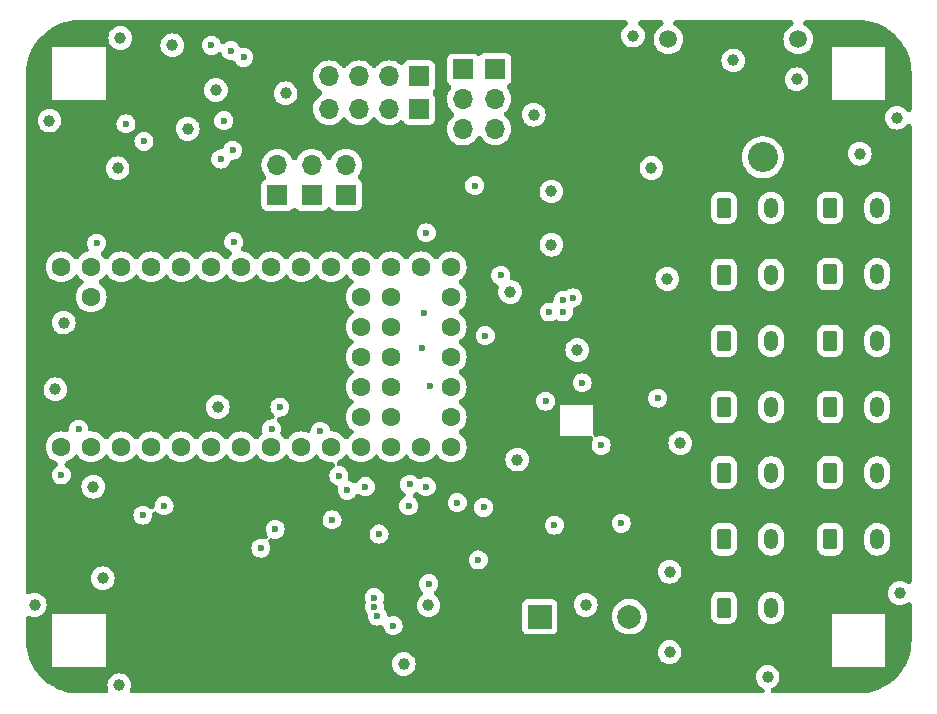
<source format=gbr>
%TF.GenerationSoftware,KiCad,Pcbnew,8.0.8*%
%TF.CreationDate,2025-01-26T18:13:46+07:00*%
%TF.ProjectId,Teensy4.0,5465656e-7379-4342-9e30-2e6b69636164,rev?*%
%TF.SameCoordinates,Original*%
%TF.FileFunction,Copper,L2,Inr*%
%TF.FilePolarity,Positive*%
%FSLAX46Y46*%
G04 Gerber Fmt 4.6, Leading zero omitted, Abs format (unit mm)*
G04 Created by KiCad (PCBNEW 8.0.8) date 2025-01-26 18:13:46*
%MOMM*%
%LPD*%
G01*
G04 APERTURE LIST*
G04 Aperture macros list*
%AMRoundRect*
0 Rectangle with rounded corners*
0 $1 Rounding radius*
0 $2 $3 $4 $5 $6 $7 $8 $9 X,Y pos of 4 corners*
0 Add a 4 corners polygon primitive as box body*
4,1,4,$2,$3,$4,$5,$6,$7,$8,$9,$2,$3,0*
0 Add four circle primitives for the rounded corners*
1,1,$1+$1,$2,$3*
1,1,$1+$1,$4,$5*
1,1,$1+$1,$6,$7*
1,1,$1+$1,$8,$9*
0 Add four rect primitives between the rounded corners*
20,1,$1+$1,$2,$3,$4,$5,0*
20,1,$1+$1,$4,$5,$6,$7,0*
20,1,$1+$1,$6,$7,$8,$9,0*
20,1,$1+$1,$8,$9,$2,$3,0*%
G04 Aperture macros list end*
%TA.AperFunction,ComponentPad*%
%ADD10RoundRect,0.250000X-0.350000X-0.625000X0.350000X-0.625000X0.350000X0.625000X-0.350000X0.625000X0*%
%TD*%
%TA.AperFunction,ComponentPad*%
%ADD11O,1.200000X1.750000*%
%TD*%
%TA.AperFunction,ComponentPad*%
%ADD12R,2.000000X2.000000*%
%TD*%
%TA.AperFunction,ComponentPad*%
%ADD13C,2.000000*%
%TD*%
%TA.AperFunction,ComponentPad*%
%ADD14R,1.700000X1.700000*%
%TD*%
%TA.AperFunction,ComponentPad*%
%ADD15O,1.700000X1.700000*%
%TD*%
%TA.AperFunction,ComponentPad*%
%ADD16C,1.600000*%
%TD*%
%TA.AperFunction,ComponentPad*%
%ADD17C,2.550000*%
%TD*%
%TA.AperFunction,ComponentPad*%
%ADD18R,2.550000X2.550000*%
%TD*%
%TA.AperFunction,ComponentPad*%
%ADD19C,1.508000*%
%TD*%
%TA.AperFunction,ViaPad*%
%ADD20C,1.000000*%
%TD*%
%TA.AperFunction,ViaPad*%
%ADD21C,0.600000*%
%TD*%
G04 APERTURE END LIST*
D10*
%TO.N,GND*%
%TO.C,servo1*%
X172600000Y-102250000D03*
D11*
%TO.N,VCC*%
X174600000Y-102250000D03*
%TO.N,Net-(IC2-A2)*%
X176600000Y-102250000D03*
%TD*%
D12*
%TO.N,+5V*%
%TO.C,BZ1*%
X148000000Y-120000000D03*
D13*
%TO.N,Net-(BZ1--)*%
X155600000Y-120000000D03*
%TD*%
D14*
%TO.N,Net-(J1-Pin_1)*%
%TO.C,J1*%
X137790000Y-74250000D03*
D15*
%TO.N,Net-(J1-Pin_2)*%
X135250000Y-74250000D03*
%TO.N,Net-(J1-Pin_3)*%
X132710000Y-74250000D03*
%TO.N,Net-(J1-Pin_4)*%
X130170000Y-74250000D03*
%TD*%
D10*
%TO.N,GND*%
%TO.C,servo13*%
X172600000Y-96650000D03*
D11*
%TO.N,VCC*%
X174600000Y-96650000D03*
%TO.N,Net-(IC2-A2)*%
X176600000Y-96650000D03*
%TD*%
D10*
%TO.N,GND*%
%TO.C,servo11*%
X172600000Y-85400000D03*
D11*
%TO.N,VCC*%
X174600000Y-85400000D03*
%TO.N,Net-(IC2-A2)*%
X176600000Y-85400000D03*
%TD*%
D10*
%TO.N,GND*%
%TO.C,servo5*%
X163600000Y-107800000D03*
D11*
%TO.N,VCC*%
X165600000Y-107800000D03*
%TO.N,Net-(IC2-A2)*%
X167600000Y-107800000D03*
%TD*%
D10*
%TO.N,GND*%
%TO.C,servo4*%
X163600000Y-119250000D03*
D11*
%TO.N,VCC*%
X165600000Y-119250000D03*
%TO.N,Net-(IC2-A2)*%
X167600000Y-119250000D03*
%TD*%
D14*
%TO.N,+5V*%
%TO.C,5V*%
X144250000Y-73630000D03*
D15*
X144250000Y-76170000D03*
X144250000Y-78710000D03*
%TD*%
D10*
%TO.N,GND*%
%TO.C,servo2*%
X163600000Y-113450000D03*
D11*
%TO.N,VCC*%
X165600000Y-113450000D03*
%TO.N,Net-(IC2-A2)*%
X167600000Y-113450000D03*
%TD*%
D14*
%TO.N,/serial_rx4*%
%TO.C,S4*%
X125800000Y-84300000D03*
D15*
%TO.N,/serial_tx4*%
X125800000Y-81760000D03*
%TD*%
D10*
%TO.N,GND*%
%TO.C,servo10*%
X163600000Y-102250000D03*
D11*
%TO.N,VCC*%
X165600000Y-102250000D03*
%TO.N,Net-(IC2-A2)*%
X167600000Y-102250000D03*
%TD*%
D14*
%TO.N,/serial_rx2*%
%TO.C,S2*%
X131600000Y-84275000D03*
D15*
%TO.N,/serial_tx2*%
X131600000Y-81735000D03*
%TD*%
D16*
%TO.N,GND*%
%TO.C,U1*%
X107490000Y-105620000D03*
%TO.N,/servo_rx*%
X110030000Y-105620000D03*
%TO.N,/servo_tx*%
X112570000Y-105620000D03*
%TO.N,/servo_dir*%
X115110000Y-105620000D03*
%TO.N,/button*%
X117650000Y-105620000D03*
%TO.N,/buzzer*%
X120190000Y-105620000D03*
%TO.N,unconnected-(U1-5_IN2-Pad7)*%
X122730000Y-105620000D03*
%TO.N,/LORA_IRQ*%
X125270000Y-105620000D03*
%TO.N,/serial_rx2*%
X127810000Y-105620000D03*
%TO.N,/serial_tx2*%
X130350000Y-105620000D03*
%TO.N,/LORA_CE*%
X132890000Y-105620000D03*
%TO.N,/LORA_CSN*%
X135430000Y-105620000D03*
%TO.N,/LORA_MOSI*%
X137970000Y-105620000D03*
%TO.N,/LORA_MISO*%
X140510000Y-105620000D03*
%TO.N,unconnected-(U1-VBAT-Pad15)*%
X140510000Y-103080000D03*
%TO.N,unconnected-(U1-3V3-Pad16)*%
X140510000Y-100540000D03*
%TO.N,GND*%
X140510000Y-98000000D03*
%TO.N,unconnected-(U1-PROGRAM-Pad18)*%
X140510000Y-95460000D03*
%TO.N,unconnected-(U1-ON_OFF-Pad19)*%
X140510000Y-92920000D03*
%TO.N,/LORA_SCK*%
X140510000Y-90380000D03*
%TO.N,/serial_tx3*%
X137970000Y-90380000D03*
%TO.N,/serial_rx3*%
X135430000Y-90380000D03*
%TO.N,/serial_rx4*%
X132890000Y-90380000D03*
%TO.N,/serial_tx4*%
X130350000Y-90380000D03*
%TO.N,/SDA*%
X127810000Y-90380000D03*
%TO.N,/SCL*%
X125270000Y-90380000D03*
%TO.N,/ICM_INT*%
X122730000Y-90380000D03*
%TO.N,unconnected-(U1-21_A7_RX5_BCLK1-Pad28)*%
X120190000Y-90380000D03*
%TO.N,unconnected-(U1-22_A8_CTX1-Pad29)*%
X117650000Y-90380000D03*
%TO.N,unconnected-(U1-23_A9_CRX1_MCLK1-Pad30)*%
X115110000Y-90380000D03*
%TO.N,+3V3*%
X112570000Y-90380000D03*
%TO.N,GND*%
X110030000Y-90380000D03*
%TO.N,+5V*%
X107490000Y-90380000D03*
%TO.N,unconnected-(U1-VUSB-Pad34)*%
X110030000Y-92920000D03*
%TO.N,Net-(J1-Pin_1)*%
X135430000Y-92920000D03*
%TO.N,Net-(J1-Pin_2)*%
X132890000Y-92920000D03*
%TO.N,Net-(J1-Pin_3)*%
X135430000Y-95460000D03*
%TO.N,Net-(J1-Pin_4)*%
X132890000Y-95460000D03*
%TO.N,Net-(J2-Pin_1)*%
X135430000Y-98000000D03*
%TO.N,Net-(J2-Pin_2)*%
X132890000Y-98000000D03*
%TO.N,Net-(J2-Pin_3)*%
X135430000Y-100540000D03*
%TO.N,Net-(J2-Pin_4)*%
X132890000Y-100540000D03*
%TO.N,unconnected-(U1-32_OUT1B-Pad43)*%
X135430000Y-103080000D03*
%TO.N,unconnected-(U1-33_MCLK2-Pad44)*%
X132890000Y-103080000D03*
%TD*%
D10*
%TO.N,GND*%
%TO.C,servo3*%
X163600000Y-96650000D03*
D11*
%TO.N,VCC*%
X165600000Y-96650000D03*
%TO.N,Net-(IC2-A2)*%
X167600000Y-96650000D03*
%TD*%
D10*
%TO.N,GND*%
%TO.C,servo9*%
X172600000Y-91000000D03*
D11*
%TO.N,VCC*%
X174600000Y-91000000D03*
%TO.N,Net-(IC2-A2)*%
X176600000Y-91000000D03*
%TD*%
D14*
%TO.N,Net-(J2-Pin_1)*%
%TO.C,J2*%
X137790000Y-77000000D03*
D15*
%TO.N,Net-(J2-Pin_2)*%
X135250000Y-77000000D03*
%TO.N,Net-(J2-Pin_3)*%
X132710000Y-77000000D03*
%TO.N,Net-(J2-Pin_4)*%
X130170000Y-77000000D03*
%TD*%
D14*
%TO.N,/serial_rx3*%
%TO.C,S3*%
X128700000Y-84300000D03*
D15*
%TO.N,/serial_tx3*%
X128700000Y-81760000D03*
%TD*%
D17*
%TO.N,GND*%
%TO.C,Main Power*%
X166900000Y-81105750D03*
D18*
%TO.N,VCC*%
X161900000Y-81105750D03*
D19*
%TO.N,N/C*%
X169900000Y-71105750D03*
X158900000Y-71105750D03*
%TD*%
D10*
%TO.N,GND*%
%TO.C,servo12*%
X163600000Y-91050000D03*
D11*
%TO.N,VCC*%
X165600000Y-91050000D03*
%TO.N,Net-(IC2-A2)*%
X167600000Y-91050000D03*
%TD*%
D10*
%TO.N,GND*%
%TO.C,servo8*%
X172600000Y-113450000D03*
D11*
%TO.N,VCC*%
X174600000Y-113450000D03*
%TO.N,Net-(IC2-A2)*%
X176600000Y-113450000D03*
%TD*%
D10*
%TO.N,GND*%
%TO.C,servo6*%
X163600000Y-85400000D03*
D11*
%TO.N,VCC*%
X165600000Y-85400000D03*
%TO.N,Net-(IC2-A2)*%
X167600000Y-85400000D03*
%TD*%
D10*
%TO.N,GND*%
%TO.C,servo7*%
X172600000Y-107800000D03*
D11*
%TO.N,VCC*%
X174600000Y-107800000D03*
%TO.N,Net-(IC2-A2)*%
X176600000Y-107800000D03*
%TD*%
D14*
%TO.N,GND*%
%TO.C,GND*%
X141500000Y-73670000D03*
D15*
X141500000Y-76210000D03*
X141500000Y-78750000D03*
%TD*%
D20*
%TO.N,+5V*%
X157461715Y-82005718D03*
D21*
X141025000Y-110350000D03*
X121864000Y-72080000D03*
D20*
X116900000Y-71625002D03*
D21*
X112973718Y-78273718D03*
D20*
%TO.N,GND*%
X169750000Y-74500000D03*
D21*
X122000000Y-80500000D03*
X148800000Y-94200000D03*
X143250000Y-110750000D03*
X138000000Y-97250000D03*
X142500000Y-83500000D03*
D20*
X120586890Y-75413110D03*
X112268000Y-82042000D03*
D21*
X131000000Y-108050000D03*
D20*
X138587499Y-119031000D03*
X149000000Y-88500000D03*
D21*
X107500000Y-108000000D03*
X154900000Y-112100000D03*
D20*
X151178000Y-97422000D03*
X120750000Y-102250000D03*
X112500000Y-71000000D03*
X111000000Y-116750000D03*
X158800000Y-91400000D03*
X136500000Y-124000000D03*
X167300000Y-125100000D03*
D21*
X122936000Y-72644000D03*
D20*
X106500000Y-78000000D03*
X175100000Y-80800000D03*
D21*
X134400000Y-113000000D03*
X114500000Y-79750000D03*
D20*
X149000000Y-84000000D03*
D21*
X135600500Y-120762000D03*
D20*
X107000000Y-100750000D03*
X146100000Y-106700000D03*
D21*
X108966000Y-104140000D03*
D20*
X147500000Y-77500000D03*
D21*
X148500000Y-101750000D03*
D20*
X112400000Y-125800000D03*
X159900000Y-105300000D03*
X110200000Y-109000000D03*
X178250000Y-77750000D03*
D21*
X158000000Y-101500000D03*
X116200000Y-110600000D03*
X114400000Y-111400000D03*
X138600000Y-117200000D03*
X138750000Y-100500000D03*
X142800000Y-115200000D03*
X121000000Y-81250000D03*
D20*
X151900000Y-119000000D03*
X105250000Y-119000000D03*
X145500000Y-92500000D03*
X155900000Y-70800000D03*
X107700000Y-95100000D03*
X126492000Y-75692000D03*
D21*
X149250000Y-112250000D03*
X120211218Y-71625002D03*
D20*
X178500000Y-118000000D03*
X164400000Y-72900000D03*
X159000000Y-123000000D03*
D21*
X121250000Y-78000000D03*
X110490000Y-88392000D03*
D20*
X118200000Y-78700000D03*
X159000000Y-116200000D03*
D21*
%TO.N,+3V3*%
X138400000Y-109000000D03*
X136906000Y-110600000D03*
%TO.N,+1V8*%
X143400000Y-96200000D03*
X144700000Y-91100000D03*
%TO.N,Net-(J2-Pin_1)*%
X138400000Y-87500000D03*
X138200000Y-94300000D03*
%TO.N,/SDA*%
X150000000Y-94200000D03*
%TO.N,/SCL*%
X150000000Y-93200000D03*
%TO.N,/buzzer*%
X129422527Y-104303287D03*
X125302818Y-104097182D03*
X137000000Y-108800000D03*
%TO.N,/serial_rx2*%
X122100000Y-88250000D03*
%TO.N,/LORA_CSN*%
X133250000Y-109000000D03*
X130424265Y-111800000D03*
%TO.N,/servo_tx*%
X134000000Y-119181250D03*
%TO.N,/LORA_SCK*%
X126000000Y-102250000D03*
%TO.N,/servo_dir*%
X134000000Y-118381247D03*
%TO.N,/servo_rx*%
X134255515Y-119944485D03*
%TO.N,/LORA_CE*%
X124400000Y-114200000D03*
X131700000Y-109300000D03*
%TO.N,/LORA_IRQ*%
X125600000Y-112600000D03*
%TO.N,/ICM_INT*%
X150800000Y-93000000D03*
%TO.N,/INT_1V8*%
X153200000Y-105500000D03*
X151600000Y-100200000D03*
%TD*%
%TA.AperFunction,Conductor*%
%TO.N,VCC*%
G36*
X112492538Y-69509206D02*
G01*
X112551231Y-69500500D01*
X155214714Y-69500500D01*
X155310002Y-69519454D01*
X155390784Y-69573430D01*
X155444760Y-69654212D01*
X155463714Y-69749500D01*
X155444760Y-69844788D01*
X155390784Y-69925570D01*
X155350431Y-69955497D01*
X155351632Y-69957294D01*
X155341467Y-69964085D01*
X155189120Y-70089114D01*
X155189114Y-70089120D01*
X155064088Y-70241463D01*
X154971188Y-70415266D01*
X154971185Y-70415274D01*
X154913975Y-70603868D01*
X154894659Y-70800000D01*
X154913975Y-70996131D01*
X154971185Y-71184725D01*
X154971188Y-71184733D01*
X155064088Y-71358536D01*
X155121394Y-71428363D01*
X155189117Y-71510883D01*
X155275936Y-71582134D01*
X155341463Y-71635911D01*
X155515266Y-71728811D01*
X155515270Y-71728812D01*
X155515273Y-71728814D01*
X155703868Y-71786024D01*
X155900000Y-71805341D01*
X156096132Y-71786024D01*
X156284727Y-71728814D01*
X156458538Y-71635910D01*
X156610883Y-71510883D01*
X156735910Y-71358538D01*
X156759136Y-71315085D01*
X156828811Y-71184733D01*
X156828811Y-71184731D01*
X156828814Y-71184727D01*
X156886024Y-70996132D01*
X156905341Y-70800000D01*
X156886024Y-70603868D01*
X156828814Y-70415273D01*
X156828812Y-70415270D01*
X156828811Y-70415266D01*
X156735911Y-70241463D01*
X156653524Y-70141075D01*
X156610883Y-70089117D01*
X156458538Y-69964090D01*
X156458532Y-69964085D01*
X156448368Y-69957294D01*
X156450193Y-69954561D01*
X156392801Y-69907457D01*
X156347005Y-69821773D01*
X156337486Y-69725085D01*
X156365692Y-69632115D01*
X156427329Y-69557015D01*
X156513013Y-69511219D01*
X156585286Y-69500500D01*
X158250905Y-69500500D01*
X158346193Y-69519454D01*
X158426975Y-69573430D01*
X158480951Y-69654212D01*
X158499905Y-69749500D01*
X158480951Y-69844788D01*
X158426975Y-69925570D01*
X158356138Y-69975169D01*
X158308677Y-69997301D01*
X158270354Y-70015171D01*
X158270349Y-70015174D01*
X158090544Y-70141075D01*
X157935325Y-70296294D01*
X157809424Y-70476099D01*
X157809423Y-70476100D01*
X157716650Y-70675053D01*
X157716649Y-70675056D01*
X157659841Y-70887066D01*
X157659839Y-70887072D01*
X157659839Y-70887076D01*
X157640708Y-71105750D01*
X157657232Y-71294630D01*
X157659839Y-71324421D01*
X157659841Y-71324433D01*
X157716649Y-71536443D01*
X157716650Y-71536446D01*
X157716652Y-71536451D01*
X157716653Y-71536453D01*
X157809421Y-71735396D01*
X157935326Y-71915207D01*
X158090543Y-72070424D01*
X158270354Y-72196329D01*
X158469297Y-72289097D01*
X158469301Y-72289098D01*
X158469303Y-72289099D01*
X158469306Y-72289100D01*
X158582764Y-72319501D01*
X158681326Y-72345911D01*
X158900000Y-72365042D01*
X159118674Y-72345911D01*
X159255940Y-72309129D01*
X159330693Y-72289100D01*
X159330696Y-72289099D01*
X159330696Y-72289098D01*
X159330703Y-72289097D01*
X159529646Y-72196329D01*
X159709457Y-72070424D01*
X159864674Y-71915207D01*
X159990579Y-71735396D01*
X160083347Y-71536453D01*
X160140161Y-71324424D01*
X160159292Y-71105750D01*
X160140161Y-70887076D01*
X160113905Y-70789090D01*
X160083350Y-70675056D01*
X160083349Y-70675053D01*
X160083348Y-70675051D01*
X160083347Y-70675047D01*
X159990579Y-70476104D01*
X159864674Y-70296293D01*
X159709457Y-70141076D01*
X159529646Y-70015171D01*
X159443862Y-69975169D01*
X159365513Y-69917722D01*
X159315112Y-69834664D01*
X159300332Y-69738639D01*
X159323424Y-69644269D01*
X159380873Y-69565918D01*
X159463931Y-69515517D01*
X159549095Y-69500500D01*
X169250905Y-69500500D01*
X169346193Y-69519454D01*
X169426975Y-69573430D01*
X169480951Y-69654212D01*
X169499905Y-69749500D01*
X169480951Y-69844788D01*
X169426975Y-69925570D01*
X169356138Y-69975169D01*
X169308677Y-69997301D01*
X169270354Y-70015171D01*
X169270349Y-70015174D01*
X169090544Y-70141075D01*
X168935325Y-70296294D01*
X168809424Y-70476099D01*
X168809423Y-70476100D01*
X168716650Y-70675053D01*
X168716649Y-70675056D01*
X168659841Y-70887066D01*
X168659839Y-70887072D01*
X168659839Y-70887076D01*
X168640708Y-71105750D01*
X168657232Y-71294630D01*
X168659839Y-71324421D01*
X168659841Y-71324433D01*
X168716649Y-71536443D01*
X168716650Y-71536446D01*
X168716652Y-71536451D01*
X168716653Y-71536453D01*
X168809421Y-71735396D01*
X168935326Y-71915207D01*
X169090543Y-72070424D01*
X169270354Y-72196329D01*
X169469297Y-72289097D01*
X169469301Y-72289098D01*
X169469303Y-72289099D01*
X169469306Y-72289100D01*
X169582764Y-72319501D01*
X169681326Y-72345911D01*
X169900000Y-72365042D01*
X170118674Y-72345911D01*
X170255940Y-72309129D01*
X170330693Y-72289100D01*
X170330696Y-72289099D01*
X170330696Y-72289098D01*
X170330703Y-72289097D01*
X170529646Y-72196329D01*
X170709457Y-72070424D01*
X170864674Y-71915207D01*
X170990579Y-71735396D01*
X171083347Y-71536453D01*
X171140161Y-71324424D01*
X171159292Y-71105750D01*
X171140161Y-70887076D01*
X171113905Y-70789090D01*
X171083350Y-70675056D01*
X171083349Y-70675053D01*
X171083348Y-70675051D01*
X171083347Y-70675047D01*
X170990579Y-70476104D01*
X170864674Y-70296293D01*
X170709457Y-70141076D01*
X170529646Y-70015171D01*
X170443862Y-69975169D01*
X170365513Y-69917722D01*
X170315112Y-69834664D01*
X170300332Y-69738639D01*
X170323424Y-69644269D01*
X170380873Y-69565918D01*
X170463931Y-69515517D01*
X170549095Y-69500500D01*
X174934108Y-69500500D01*
X174994567Y-69500500D01*
X175005428Y-69500737D01*
X175381306Y-69517148D01*
X175402917Y-69519038D01*
X175758999Y-69565918D01*
X175770552Y-69567439D01*
X175791943Y-69571211D01*
X175857737Y-69585797D01*
X176153956Y-69651467D01*
X176174908Y-69657081D01*
X176528566Y-69768588D01*
X176548954Y-69776009D01*
X176891534Y-69917910D01*
X176911208Y-69927085D01*
X177240111Y-70098302D01*
X177258918Y-70109160D01*
X177571643Y-70308386D01*
X177589424Y-70320837D01*
X177791767Y-70476100D01*
X177883600Y-70546566D01*
X177900237Y-70560526D01*
X177964771Y-70619661D01*
X178173611Y-70811028D01*
X178188971Y-70826388D01*
X178439470Y-71099759D01*
X178453431Y-71116397D01*
X178590194Y-71294630D01*
X178679157Y-71410568D01*
X178691616Y-71428361D01*
X178705516Y-71450180D01*
X178890837Y-71741077D01*
X178901697Y-71759888D01*
X179072914Y-72088791D01*
X179082093Y-72108476D01*
X179155588Y-72285908D01*
X179223985Y-72451032D01*
X179231415Y-72471445D01*
X179342914Y-72825076D01*
X179348536Y-72846058D01*
X179428788Y-73208056D01*
X179432560Y-73229447D01*
X179480959Y-73597066D01*
X179482852Y-73618706D01*
X179499263Y-73994570D01*
X179499500Y-74005432D01*
X179499500Y-76999514D01*
X179480546Y-77094802D01*
X179426570Y-77175584D01*
X179345788Y-77229560D01*
X179250500Y-77248514D01*
X179155212Y-77229560D01*
X179074430Y-77175584D01*
X179058021Y-77157479D01*
X178987201Y-77071186D01*
X178960883Y-77039117D01*
X178808538Y-76914090D01*
X178808539Y-76914090D01*
X178808536Y-76914088D01*
X178634733Y-76821188D01*
X178634725Y-76821185D01*
X178446131Y-76763975D01*
X178250000Y-76744659D01*
X178053868Y-76763975D01*
X177865274Y-76821185D01*
X177865266Y-76821188D01*
X177691463Y-76914088D01*
X177539120Y-77039114D01*
X177539114Y-77039120D01*
X177414088Y-77191463D01*
X177321188Y-77365266D01*
X177321185Y-77365274D01*
X177263975Y-77553868D01*
X177244659Y-77750000D01*
X177263975Y-77946131D01*
X177321185Y-78134725D01*
X177321188Y-78134733D01*
X177414088Y-78308536D01*
X177452761Y-78355659D01*
X177539117Y-78460883D01*
X177587372Y-78500485D01*
X177691463Y-78585911D01*
X177865266Y-78678811D01*
X177865270Y-78678812D01*
X177865273Y-78678814D01*
X178053868Y-78736024D01*
X178250000Y-78755341D01*
X178446132Y-78736024D01*
X178634727Y-78678814D01*
X178738686Y-78623247D01*
X178808536Y-78585911D01*
X178808535Y-78585911D01*
X178808538Y-78585910D01*
X178960883Y-78460883D01*
X179047239Y-78355659D01*
X179058021Y-78342521D01*
X179133123Y-78280886D01*
X179226094Y-78252684D01*
X179322781Y-78262207D01*
X179408464Y-78308006D01*
X179470099Y-78383108D01*
X179498301Y-78476079D01*
X179499500Y-78500485D01*
X179499500Y-116999512D01*
X179480546Y-117094800D01*
X179426570Y-117175582D01*
X179345788Y-117229558D01*
X179250500Y-117248512D01*
X179155212Y-117229558D01*
X179092535Y-117191991D01*
X179085264Y-117186024D01*
X179058538Y-117164090D01*
X179058539Y-117164090D01*
X179058536Y-117164088D01*
X178884733Y-117071188D01*
X178884725Y-117071185D01*
X178696131Y-117013975D01*
X178500000Y-116994659D01*
X178303868Y-117013975D01*
X178115274Y-117071185D01*
X178115266Y-117071188D01*
X177941463Y-117164088D01*
X177789120Y-117289114D01*
X177789114Y-117289120D01*
X177664088Y-117441463D01*
X177571188Y-117615266D01*
X177571185Y-117615274D01*
X177513975Y-117803868D01*
X177494659Y-118000000D01*
X177513975Y-118196131D01*
X177571185Y-118384725D01*
X177571188Y-118384733D01*
X177664088Y-118558536D01*
X177677594Y-118574993D01*
X177789117Y-118710883D01*
X177874417Y-118780887D01*
X177941463Y-118835911D01*
X178115266Y-118928811D01*
X178115270Y-118928812D01*
X178115273Y-118928814D01*
X178303868Y-118986024D01*
X178500000Y-119005341D01*
X178696132Y-118986024D01*
X178884727Y-118928814D01*
X178960378Y-118888378D01*
X179015085Y-118859136D01*
X179058538Y-118835910D01*
X179092536Y-118808008D01*
X179178215Y-118762210D01*
X179274902Y-118752686D01*
X179367874Y-118780887D01*
X179442977Y-118842520D01*
X179488777Y-118928202D01*
X179499500Y-119000487D01*
X179499500Y-121994567D01*
X179499263Y-122005429D01*
X179482852Y-122381293D01*
X179480959Y-122402933D01*
X179432560Y-122770552D01*
X179428788Y-122791943D01*
X179348536Y-123153941D01*
X179342914Y-123174923D01*
X179231415Y-123528554D01*
X179223985Y-123548967D01*
X179082095Y-123891520D01*
X179072914Y-123911208D01*
X178901697Y-124240111D01*
X178890837Y-124258922D01*
X178691617Y-124571636D01*
X178679157Y-124589431D01*
X178453433Y-124883600D01*
X178439470Y-124900240D01*
X178188971Y-125173611D01*
X178173611Y-125188971D01*
X177900240Y-125439470D01*
X177883600Y-125453433D01*
X177589431Y-125679157D01*
X177571636Y-125691617D01*
X177258922Y-125890837D01*
X177240111Y-125901697D01*
X176911208Y-126072914D01*
X176891520Y-126082095D01*
X176548967Y-126223985D01*
X176528554Y-126231415D01*
X176174923Y-126342914D01*
X176153941Y-126348536D01*
X175791943Y-126428788D01*
X175770552Y-126432560D01*
X175402933Y-126480959D01*
X175381293Y-126482852D01*
X175042023Y-126497665D01*
X175005427Y-126499263D01*
X174994567Y-126499500D01*
X167798200Y-126499500D01*
X167702912Y-126480546D01*
X167622130Y-126426570D01*
X167568154Y-126345788D01*
X167549200Y-126250500D01*
X167568154Y-126155212D01*
X167622130Y-126074430D01*
X167680822Y-126030902D01*
X167858536Y-125935911D01*
X167858535Y-125935911D01*
X167858538Y-125935910D01*
X168010883Y-125810883D01*
X168135910Y-125658538D01*
X168228814Y-125484727D01*
X168286024Y-125296132D01*
X168305341Y-125100000D01*
X168286024Y-124903868D01*
X168228814Y-124715273D01*
X168228812Y-124715270D01*
X168228811Y-124715266D01*
X168135911Y-124541463D01*
X168100955Y-124498870D01*
X168010883Y-124389117D01*
X167858538Y-124264090D01*
X167858539Y-124264090D01*
X167858536Y-124264088D01*
X167832179Y-124250000D01*
X172750000Y-124250000D01*
X172750001Y-124250000D01*
X177249999Y-124250000D01*
X177250000Y-124250000D01*
X177250000Y-119750000D01*
X172750000Y-119750000D01*
X172750000Y-124250000D01*
X167832179Y-124250000D01*
X167684733Y-124171188D01*
X167684725Y-124171185D01*
X167496131Y-124113975D01*
X167300000Y-124094659D01*
X167103868Y-124113975D01*
X166915274Y-124171185D01*
X166915266Y-124171188D01*
X166741463Y-124264088D01*
X166589120Y-124389114D01*
X166589114Y-124389120D01*
X166464088Y-124541463D01*
X166371188Y-124715266D01*
X166371185Y-124715274D01*
X166313975Y-124903868D01*
X166294659Y-125100000D01*
X166313975Y-125296131D01*
X166371185Y-125484725D01*
X166371188Y-125484733D01*
X166464088Y-125658536D01*
X166486443Y-125685775D01*
X166589117Y-125810883D01*
X166686541Y-125890837D01*
X166741463Y-125935911D01*
X166919178Y-126030902D01*
X166994280Y-126092536D01*
X167040078Y-126178220D01*
X167049601Y-126274907D01*
X167021398Y-126367878D01*
X166959764Y-126442980D01*
X166874080Y-126488778D01*
X166801800Y-126499500D01*
X113569066Y-126499500D01*
X113473778Y-126480546D01*
X113392996Y-126426570D01*
X113339020Y-126345788D01*
X113320066Y-126250500D01*
X113330788Y-126178219D01*
X113337767Y-126155212D01*
X113386024Y-125996132D01*
X113405341Y-125800000D01*
X113386024Y-125603868D01*
X113328814Y-125415273D01*
X113328812Y-125415270D01*
X113328811Y-125415266D01*
X113235911Y-125241463D01*
X113200955Y-125198870D01*
X113110883Y-125089117D01*
X112958538Y-124964090D01*
X112958539Y-124964090D01*
X112958536Y-124964088D01*
X112784733Y-124871188D01*
X112784725Y-124871185D01*
X112596131Y-124813975D01*
X112400000Y-124794659D01*
X112203868Y-124813975D01*
X112015274Y-124871185D01*
X112015266Y-124871188D01*
X111841463Y-124964088D01*
X111689120Y-125089114D01*
X111689114Y-125089120D01*
X111564088Y-125241463D01*
X111471188Y-125415266D01*
X111471185Y-125415274D01*
X111413975Y-125603868D01*
X111394659Y-125800000D01*
X111413975Y-125996131D01*
X111469212Y-126178219D01*
X111478735Y-126274906D01*
X111450533Y-126367877D01*
X111388898Y-126442979D01*
X111303215Y-126488778D01*
X111230934Y-126499500D01*
X109005433Y-126499500D01*
X108994572Y-126499263D01*
X108618707Y-126482852D01*
X108597066Y-126480959D01*
X108229447Y-126432560D01*
X108208056Y-126428788D01*
X107846058Y-126348536D01*
X107825076Y-126342914D01*
X107471445Y-126231415D01*
X107451032Y-126223985D01*
X107356255Y-126184727D01*
X107108476Y-126082093D01*
X107088791Y-126072914D01*
X106759888Y-125901697D01*
X106741077Y-125890837D01*
X106428363Y-125691617D01*
X106410568Y-125679157D01*
X106157179Y-125484725D01*
X106116397Y-125453431D01*
X106099759Y-125439470D01*
X105826388Y-125188971D01*
X105811028Y-125173611D01*
X105586710Y-124928811D01*
X105560526Y-124900237D01*
X105546566Y-124883600D01*
X105537042Y-124871188D01*
X105320837Y-124589424D01*
X105308382Y-124571636D01*
X105300036Y-124558536D01*
X105109160Y-124258918D01*
X105104011Y-124250000D01*
X106750000Y-124250000D01*
X106750001Y-124250000D01*
X111249999Y-124250000D01*
X111250000Y-124250000D01*
X111250000Y-124000000D01*
X135494659Y-124000000D01*
X135513975Y-124196131D01*
X135571185Y-124384725D01*
X135571188Y-124384733D01*
X135664088Y-124558536D01*
X135664090Y-124558538D01*
X135789117Y-124710883D01*
X135891198Y-124794659D01*
X135941463Y-124835911D01*
X136115266Y-124928811D01*
X136115270Y-124928812D01*
X136115273Y-124928814D01*
X136303868Y-124986024D01*
X136500000Y-125005341D01*
X136696132Y-124986024D01*
X136884727Y-124928814D01*
X136969317Y-124883600D01*
X137058536Y-124835911D01*
X137058535Y-124835911D01*
X137058538Y-124835910D01*
X137210883Y-124710883D01*
X137335910Y-124558538D01*
X137426466Y-124389120D01*
X137428811Y-124384733D01*
X137428811Y-124384731D01*
X137428814Y-124384727D01*
X137486024Y-124196132D01*
X137505341Y-124000000D01*
X137486024Y-123803868D01*
X137428814Y-123615273D01*
X137428812Y-123615270D01*
X137428811Y-123615266D01*
X137335911Y-123441463D01*
X137289353Y-123384733D01*
X137210883Y-123289117D01*
X137058538Y-123164090D01*
X137058539Y-123164090D01*
X137058536Y-123164088D01*
X136884733Y-123071188D01*
X136884725Y-123071185D01*
X136696131Y-123013975D01*
X136554232Y-123000000D01*
X157994659Y-123000000D01*
X158013975Y-123196131D01*
X158071185Y-123384725D01*
X158071188Y-123384733D01*
X158164088Y-123558536D01*
X158164090Y-123558538D01*
X158289117Y-123710883D01*
X158398870Y-123800955D01*
X158441463Y-123835911D01*
X158615266Y-123928811D01*
X158615270Y-123928812D01*
X158615273Y-123928814D01*
X158803868Y-123986024D01*
X159000000Y-124005341D01*
X159196132Y-123986024D01*
X159384727Y-123928814D01*
X159417666Y-123911208D01*
X159558536Y-123835911D01*
X159558535Y-123835911D01*
X159558538Y-123835910D01*
X159710883Y-123710883D01*
X159835910Y-123558538D01*
X159898488Y-123441463D01*
X159928811Y-123384733D01*
X159928811Y-123384731D01*
X159928814Y-123384727D01*
X159986024Y-123196132D01*
X160005341Y-123000000D01*
X159986024Y-122803868D01*
X159928814Y-122615273D01*
X159928812Y-122615270D01*
X159928811Y-122615266D01*
X159835911Y-122441463D01*
X159710885Y-122289120D01*
X159710883Y-122289117D01*
X159558538Y-122164090D01*
X159558539Y-122164090D01*
X159558536Y-122164088D01*
X159384733Y-122071188D01*
X159384725Y-122071185D01*
X159196131Y-122013975D01*
X159000000Y-121994659D01*
X158803868Y-122013975D01*
X158615274Y-122071185D01*
X158615266Y-122071188D01*
X158441463Y-122164088D01*
X158289120Y-122289114D01*
X158289114Y-122289120D01*
X158164088Y-122441463D01*
X158071188Y-122615266D01*
X158071185Y-122615274D01*
X158013975Y-122803868D01*
X157994659Y-123000000D01*
X136554232Y-123000000D01*
X136500000Y-122994659D01*
X136303868Y-123013975D01*
X136115274Y-123071185D01*
X136115266Y-123071188D01*
X135941463Y-123164088D01*
X135789120Y-123289114D01*
X135789114Y-123289120D01*
X135664088Y-123441463D01*
X135571188Y-123615266D01*
X135571185Y-123615274D01*
X135513975Y-123803868D01*
X135494659Y-124000000D01*
X111250000Y-124000000D01*
X111250000Y-119750000D01*
X106750000Y-119750000D01*
X106750000Y-124250000D01*
X105104011Y-124250000D01*
X105098302Y-124240111D01*
X104927085Y-123911208D01*
X104917910Y-123891534D01*
X104776009Y-123548954D01*
X104768588Y-123528566D01*
X104657081Y-123174908D01*
X104651467Y-123153956D01*
X104571211Y-122791943D01*
X104567439Y-122770552D01*
X104524113Y-122441462D01*
X104519038Y-122402917D01*
X104517148Y-122381306D01*
X104500737Y-122005428D01*
X104500500Y-121994567D01*
X104500500Y-120149270D01*
X104519454Y-120053982D01*
X104573430Y-119973200D01*
X104654212Y-119919224D01*
X104749500Y-119900270D01*
X104844788Y-119919224D01*
X104863591Y-119928117D01*
X104865267Y-119928811D01*
X104865273Y-119928814D01*
X105053868Y-119986024D01*
X105250000Y-120005341D01*
X105446132Y-119986024D01*
X105634727Y-119928814D01*
X105641852Y-119925006D01*
X105808536Y-119835911D01*
X105808535Y-119835911D01*
X105808538Y-119835910D01*
X105960883Y-119710883D01*
X106085910Y-119558538D01*
X106178814Y-119384727D01*
X106236024Y-119196132D01*
X106255341Y-119000000D01*
X106236024Y-118803868D01*
X106178814Y-118615273D01*
X106178812Y-118615270D01*
X106178811Y-118615266D01*
X106085911Y-118441463D01*
X106039353Y-118384733D01*
X106036489Y-118381243D01*
X133194435Y-118381243D01*
X133194435Y-118381250D01*
X133214630Y-118560492D01*
X133214632Y-118560503D01*
X133263097Y-118699008D01*
X133276678Y-118795209D01*
X133263098Y-118863484D01*
X133214632Y-119001994D01*
X133214630Y-119002004D01*
X133194435Y-119181246D01*
X133194435Y-119181253D01*
X133214630Y-119360495D01*
X133214631Y-119360501D01*
X133214632Y-119360505D01*
X133274211Y-119530772D01*
X133274212Y-119530773D01*
X133274214Y-119530779D01*
X133370180Y-119683507D01*
X133370182Y-119683509D01*
X133370184Y-119683512D01*
X133383511Y-119696839D01*
X133437485Y-119777618D01*
X133456439Y-119872906D01*
X133454874Y-119900780D01*
X133452145Y-119925009D01*
X133449950Y-119944488D01*
X133470145Y-120123730D01*
X133470146Y-120123736D01*
X133470147Y-120123740D01*
X133529726Y-120294007D01*
X133529727Y-120294008D01*
X133529729Y-120294014D01*
X133625695Y-120446742D01*
X133625697Y-120446744D01*
X133625699Y-120446747D01*
X133753253Y-120574301D01*
X133753255Y-120574302D01*
X133753257Y-120574304D01*
X133905985Y-120670270D01*
X133905988Y-120670271D01*
X133905993Y-120670274D01*
X134076260Y-120729853D01*
X134076269Y-120729854D01*
X134255511Y-120750050D01*
X134255515Y-120750050D01*
X134255519Y-120750050D01*
X134395423Y-120734286D01*
X134434770Y-120729853D01*
X134483073Y-120712950D01*
X134579273Y-120699369D01*
X134673348Y-120723635D01*
X134750977Y-120782055D01*
X134800339Y-120865736D01*
X134812747Y-120920095D01*
X134815130Y-120941247D01*
X134815131Y-120941251D01*
X134815132Y-120941255D01*
X134874711Y-121111522D01*
X134874712Y-121111523D01*
X134874714Y-121111529D01*
X134970680Y-121264257D01*
X134970682Y-121264259D01*
X134970684Y-121264262D01*
X135098238Y-121391816D01*
X135098240Y-121391817D01*
X135098242Y-121391819D01*
X135250970Y-121487785D01*
X135250973Y-121487786D01*
X135250978Y-121487789D01*
X135421245Y-121547368D01*
X135421254Y-121547369D01*
X135600496Y-121567565D01*
X135600500Y-121567565D01*
X135600504Y-121567565D01*
X135740408Y-121551801D01*
X135779755Y-121547368D01*
X135950022Y-121487789D01*
X135950027Y-121487785D01*
X135950029Y-121487785D01*
X136102757Y-121391819D01*
X136102756Y-121391819D01*
X136102762Y-121391816D01*
X136230316Y-121264262D01*
X136326289Y-121111522D01*
X136385868Y-120941255D01*
X136394377Y-120865736D01*
X136406065Y-120762003D01*
X136406065Y-120761996D01*
X136385869Y-120582754D01*
X136385868Y-120582745D01*
X136326289Y-120412478D01*
X136326286Y-120412473D01*
X136326285Y-120412470D01*
X136230319Y-120259742D01*
X136230317Y-120259740D01*
X136230316Y-120259738D01*
X136102762Y-120132184D01*
X136102759Y-120132182D01*
X136102757Y-120132180D01*
X135950029Y-120036214D01*
X135950024Y-120036212D01*
X135950022Y-120036211D01*
X135779755Y-119976632D01*
X135779751Y-119976631D01*
X135779745Y-119976630D01*
X135600504Y-119956435D01*
X135600496Y-119956435D01*
X135421254Y-119976630D01*
X135421244Y-119976632D01*
X135372938Y-119993535D01*
X135276736Y-120007115D01*
X135182661Y-119982847D01*
X135105034Y-119924425D01*
X135055673Y-119840744D01*
X135043266Y-119786383D01*
X135042278Y-119777618D01*
X135040883Y-119765230D01*
X134981304Y-119594963D01*
X134981301Y-119594958D01*
X134981300Y-119594955D01*
X134885334Y-119442227D01*
X134885332Y-119442225D01*
X134885331Y-119442223D01*
X134872002Y-119428894D01*
X134818029Y-119348116D01*
X134799075Y-119252828D01*
X134800640Y-119224955D01*
X134805565Y-119181250D01*
X134788636Y-119031000D01*
X137582158Y-119031000D01*
X137601474Y-119227131D01*
X137658684Y-119415725D01*
X137658687Y-119415733D01*
X137751587Y-119589536D01*
X137756041Y-119594963D01*
X137876616Y-119741883D01*
X137905067Y-119765232D01*
X138028962Y-119866911D01*
X138202765Y-119959811D01*
X138202769Y-119959812D01*
X138202772Y-119959814D01*
X138391367Y-120017024D01*
X138587499Y-120036341D01*
X138783631Y-120017024D01*
X138972226Y-119959814D01*
X138995371Y-119947443D01*
X139146035Y-119866911D01*
X139146034Y-119866911D01*
X139146037Y-119866910D01*
X139298382Y-119741883D01*
X139423409Y-119589538D01*
X139465325Y-119511119D01*
X139516310Y-119415733D01*
X139516310Y-119415731D01*
X139516313Y-119415727D01*
X139573523Y-119227132D01*
X139592840Y-119031000D01*
X139585071Y-118952123D01*
X146499500Y-118952123D01*
X146499500Y-121047865D01*
X146499500Y-121047868D01*
X146499501Y-121047872D01*
X146501567Y-121067093D01*
X146505908Y-121107480D01*
X146505909Y-121107484D01*
X146507418Y-121111529D01*
X146556204Y-121242331D01*
X146642454Y-121357546D01*
X146757669Y-121443796D01*
X146892517Y-121494091D01*
X146952127Y-121500500D01*
X149047872Y-121500499D01*
X149107483Y-121494091D01*
X149242331Y-121443796D01*
X149357546Y-121357546D01*
X149443796Y-121242331D01*
X149494091Y-121107483D01*
X149500500Y-121047873D01*
X149500499Y-119000000D01*
X150894659Y-119000000D01*
X150913975Y-119196131D01*
X150971185Y-119384725D01*
X150971188Y-119384733D01*
X151064088Y-119558536D01*
X151089531Y-119589538D01*
X151189117Y-119710883D01*
X151275318Y-119781627D01*
X151341463Y-119835911D01*
X151515266Y-119928811D01*
X151515270Y-119928812D01*
X151515273Y-119928814D01*
X151703868Y-119986024D01*
X151900000Y-120005341D01*
X151954229Y-120000000D01*
X154094357Y-120000000D01*
X154114892Y-120247823D01*
X154114894Y-120247831D01*
X154174075Y-120481528D01*
X154175937Y-120488881D01*
X154200498Y-120544875D01*
X154255502Y-120670272D01*
X154275827Y-120716607D01*
X154284481Y-120729853D01*
X154411830Y-120924778D01*
X154411836Y-120924785D01*
X154580248Y-121107730D01*
X154580252Y-121107733D01*
X154580256Y-121107738D01*
X154580260Y-121107741D01*
X154580261Y-121107742D01*
X154776485Y-121260470D01*
X154776487Y-121260471D01*
X154776491Y-121260474D01*
X154995190Y-121378828D01*
X155064736Y-121402703D01*
X155230378Y-121459569D01*
X155230382Y-121459569D01*
X155230386Y-121459571D01*
X155475665Y-121500500D01*
X155724335Y-121500500D01*
X155969614Y-121459571D01*
X155969618Y-121459569D01*
X155969621Y-121459569D01*
X156059077Y-121428858D01*
X156204810Y-121378828D01*
X156423509Y-121260474D01*
X156619744Y-121107738D01*
X156788164Y-120924785D01*
X156791229Y-120920095D01*
X156820892Y-120874690D01*
X156924173Y-120716607D01*
X157024063Y-120488881D01*
X157085108Y-120247821D01*
X157105643Y-120000000D01*
X157085108Y-119752179D01*
X157024063Y-119511119D01*
X156924173Y-119283393D01*
X156857437Y-119181246D01*
X156788169Y-119075221D01*
X156788163Y-119075214D01*
X156619751Y-118892269D01*
X156619747Y-118892265D01*
X156619744Y-118892262D01*
X156619738Y-118892257D01*
X156423514Y-118739529D01*
X156423510Y-118739526D01*
X156423509Y-118739526D01*
X156346502Y-118697852D01*
X156204811Y-118621172D01*
X156070284Y-118574988D01*
X162499500Y-118574988D01*
X162499500Y-119925006D01*
X162510001Y-120027800D01*
X162541793Y-120123740D01*
X162565186Y-120194334D01*
X162657288Y-120343656D01*
X162781344Y-120467712D01*
X162930666Y-120559814D01*
X162930669Y-120559815D01*
X162930667Y-120559815D01*
X163094310Y-120614040D01*
X163097203Y-120614999D01*
X163199991Y-120625500D01*
X164000008Y-120625499D01*
X164102797Y-120614999D01*
X164269334Y-120559814D01*
X164418656Y-120467712D01*
X164542712Y-120343656D01*
X164634814Y-120194334D01*
X164689999Y-120027797D01*
X164700500Y-119925009D01*
X164700499Y-118888393D01*
X166499500Y-118888393D01*
X166499500Y-119611606D01*
X166499501Y-119611621D01*
X166523831Y-119765231D01*
X166526598Y-119782701D01*
X166549503Y-119853195D01*
X166580124Y-119947437D01*
X166580126Y-119947443D01*
X166658770Y-120101792D01*
X166760581Y-120241922D01*
X166760583Y-120241924D01*
X166760586Y-120241928D01*
X166883072Y-120364414D01*
X166883075Y-120364416D01*
X166883077Y-120364418D01*
X167023207Y-120466229D01*
X167023209Y-120466230D01*
X167023212Y-120466232D01*
X167177555Y-120544873D01*
X167342299Y-120598402D01*
X167513389Y-120625500D01*
X167513393Y-120625500D01*
X167686607Y-120625500D01*
X167686611Y-120625500D01*
X167857701Y-120598402D01*
X168022445Y-120544873D01*
X168176788Y-120466232D01*
X168316928Y-120364414D01*
X168439414Y-120241928D01*
X168541232Y-120101788D01*
X168619873Y-119947445D01*
X168673402Y-119782701D01*
X168700500Y-119611611D01*
X168700500Y-118888389D01*
X168673402Y-118717299D01*
X168619873Y-118552555D01*
X168541232Y-118398212D01*
X168541230Y-118398209D01*
X168541229Y-118398207D01*
X168439418Y-118258077D01*
X168439416Y-118258075D01*
X168439414Y-118258072D01*
X168316928Y-118135586D01*
X168316924Y-118135583D01*
X168316922Y-118135581D01*
X168176792Y-118033770D01*
X168022443Y-117955126D01*
X168022437Y-117955124D01*
X167928195Y-117924503D01*
X167857701Y-117901598D01*
X167857699Y-117901597D01*
X167857697Y-117901597D01*
X167686621Y-117874501D01*
X167686614Y-117874500D01*
X167686611Y-117874500D01*
X167513389Y-117874500D01*
X167513386Y-117874500D01*
X167513378Y-117874501D01*
X167342302Y-117901597D01*
X167177562Y-117955124D01*
X167177556Y-117955126D01*
X167023207Y-118033770D01*
X166883077Y-118135581D01*
X166760581Y-118258077D01*
X166658770Y-118398207D01*
X166580126Y-118552556D01*
X166580124Y-118552562D01*
X166526597Y-118717302D01*
X166499501Y-118888378D01*
X166499500Y-118888393D01*
X164700499Y-118888393D01*
X164700499Y-118574992D01*
X164689999Y-118472203D01*
X164679812Y-118441462D01*
X164644922Y-118336171D01*
X164634814Y-118305666D01*
X164542712Y-118156344D01*
X164418656Y-118032288D01*
X164269334Y-117940186D01*
X164269332Y-117940185D01*
X164269330Y-117940184D01*
X164269332Y-117940184D01*
X164102802Y-117885002D01*
X164102798Y-117885001D01*
X164102797Y-117885001D01*
X164000009Y-117874500D01*
X164000005Y-117874500D01*
X163199993Y-117874500D01*
X163097199Y-117885001D01*
X162930667Y-117940185D01*
X162781346Y-118032286D01*
X162657286Y-118156346D01*
X162565184Y-118305668D01*
X162510002Y-118472197D01*
X162510002Y-118472199D01*
X162510001Y-118472203D01*
X162507375Y-118497900D01*
X162499500Y-118574988D01*
X156070284Y-118574988D01*
X155969621Y-118540430D01*
X155969610Y-118540428D01*
X155724335Y-118499500D01*
X155475665Y-118499500D01*
X155230389Y-118540428D01*
X155230378Y-118540430D01*
X154995188Y-118621172D01*
X154776485Y-118739529D01*
X154580261Y-118892257D01*
X154580248Y-118892269D01*
X154411836Y-119075214D01*
X154411830Y-119075221D01*
X154275828Y-119283391D01*
X154275825Y-119283396D01*
X154175936Y-119511121D01*
X154175935Y-119511125D01*
X154114894Y-119752168D01*
X154114892Y-119752176D01*
X154094357Y-120000000D01*
X151954229Y-120000000D01*
X152096132Y-119986024D01*
X152284727Y-119928814D01*
X152291852Y-119925006D01*
X152458536Y-119835911D01*
X152458535Y-119835911D01*
X152458538Y-119835910D01*
X152610883Y-119710883D01*
X152735910Y-119558538D01*
X152828814Y-119384727D01*
X152886024Y-119196132D01*
X152905341Y-119000000D01*
X152886024Y-118803868D01*
X152828814Y-118615273D01*
X152828812Y-118615270D01*
X152828811Y-118615266D01*
X152735911Y-118441463D01*
X152689353Y-118384733D01*
X152610883Y-118289117D01*
X152543721Y-118233998D01*
X152458536Y-118164088D01*
X152284733Y-118071188D01*
X152284725Y-118071185D01*
X152096131Y-118013975D01*
X151900000Y-117994659D01*
X151703868Y-118013975D01*
X151515274Y-118071185D01*
X151515266Y-118071188D01*
X151341463Y-118164088D01*
X151189120Y-118289114D01*
X151189114Y-118289120D01*
X151064088Y-118441463D01*
X150971188Y-118615266D01*
X150971185Y-118615274D01*
X150913975Y-118803868D01*
X150894659Y-119000000D01*
X149500499Y-119000000D01*
X149500499Y-118952128D01*
X149494091Y-118892517D01*
X149443796Y-118757669D01*
X149357546Y-118642454D01*
X149242331Y-118556204D01*
X149162117Y-118526286D01*
X149107481Y-118505908D01*
X149047873Y-118499500D01*
X146952134Y-118499500D01*
X146952130Y-118499500D01*
X146952128Y-118499501D01*
X146939314Y-118500878D01*
X146892519Y-118505908D01*
X146892515Y-118505909D01*
X146757670Y-118556203D01*
X146642455Y-118642453D01*
X146642453Y-118642455D01*
X146556204Y-118757669D01*
X146505908Y-118892518D01*
X146499500Y-118952123D01*
X139585071Y-118952123D01*
X139573523Y-118834868D01*
X139516313Y-118646273D01*
X139516311Y-118646270D01*
X139516310Y-118646266D01*
X139423410Y-118472463D01*
X139298384Y-118320120D01*
X139298382Y-118320117D01*
X139146037Y-118195090D01*
X139146036Y-118195089D01*
X139136580Y-118187329D01*
X139138398Y-118185113D01*
X139084375Y-118131067D01*
X139047215Y-118041300D01*
X139047236Y-117944145D01*
X139084435Y-117854393D01*
X139115367Y-117816710D01*
X139229816Y-117702262D01*
X139325789Y-117549522D01*
X139385368Y-117379255D01*
X139402235Y-117229558D01*
X139405565Y-117200003D01*
X139405565Y-117199996D01*
X139385369Y-117020754D01*
X139385368Y-117020745D01*
X139325789Y-116850478D01*
X139325786Y-116850473D01*
X139325785Y-116850470D01*
X139229819Y-116697742D01*
X139229817Y-116697740D01*
X139229816Y-116697738D01*
X139102262Y-116570184D01*
X139102259Y-116570182D01*
X139102257Y-116570180D01*
X138949529Y-116474214D01*
X138949524Y-116474212D01*
X138949522Y-116474211D01*
X138779255Y-116414632D01*
X138779251Y-116414631D01*
X138779245Y-116414630D01*
X138600004Y-116394435D01*
X138599996Y-116394435D01*
X138420754Y-116414630D01*
X138420746Y-116414631D01*
X138420745Y-116414632D01*
X138250478Y-116474211D01*
X138250476Y-116474211D01*
X138250476Y-116474212D01*
X138250470Y-116474214D01*
X138097742Y-116570180D01*
X137970180Y-116697742D01*
X137874214Y-116850470D01*
X137874211Y-116850476D01*
X137874211Y-116850478D01*
X137840741Y-116946132D01*
X137814632Y-117020746D01*
X137814630Y-117020754D01*
X137794435Y-117199996D01*
X137794435Y-117200003D01*
X137814630Y-117379245D01*
X137814631Y-117379251D01*
X137814632Y-117379255D01*
X137874211Y-117549522D01*
X137874212Y-117549523D01*
X137874214Y-117549529D01*
X137970180Y-117702257D01*
X137970182Y-117702259D01*
X137970184Y-117702262D01*
X138074616Y-117806694D01*
X138128590Y-117887473D01*
X138147544Y-117982761D01*
X138128590Y-118078049D01*
X138074614Y-118158831D01*
X138036889Y-118189792D01*
X138028964Y-118195087D01*
X137876619Y-118320114D01*
X137876613Y-118320120D01*
X137751587Y-118472463D01*
X137658687Y-118646266D01*
X137658684Y-118646274D01*
X137601474Y-118834868D01*
X137582158Y-119031000D01*
X134788636Y-119031000D01*
X134785368Y-119001995D01*
X134736899Y-118863481D01*
X134723320Y-118767288D01*
X134736900Y-118699013D01*
X134785368Y-118560502D01*
X134795317Y-118472199D01*
X134805565Y-118381250D01*
X134805565Y-118381243D01*
X134785369Y-118202001D01*
X134785368Y-118201992D01*
X134725789Y-118031725D01*
X134725786Y-118031720D01*
X134725785Y-118031717D01*
X134629819Y-117878989D01*
X134629817Y-117878987D01*
X134629816Y-117878985D01*
X134502262Y-117751431D01*
X134502259Y-117751429D01*
X134502257Y-117751427D01*
X134349529Y-117655461D01*
X134349524Y-117655459D01*
X134349522Y-117655458D01*
X134179255Y-117595879D01*
X134179251Y-117595878D01*
X134179245Y-117595877D01*
X134000004Y-117575682D01*
X133999996Y-117575682D01*
X133820754Y-117595877D01*
X133820746Y-117595878D01*
X133820745Y-117595879D01*
X133650478Y-117655458D01*
X133650476Y-117655458D01*
X133650476Y-117655459D01*
X133650470Y-117655461D01*
X133497742Y-117751427D01*
X133370180Y-117878989D01*
X133274214Y-118031717D01*
X133274211Y-118031723D01*
X133274211Y-118031725D01*
X133217049Y-118195087D01*
X133214632Y-118201993D01*
X133214630Y-118202001D01*
X133194435Y-118381243D01*
X106036489Y-118381243D01*
X105960883Y-118289117D01*
X105893721Y-118233998D01*
X105808536Y-118164088D01*
X105634733Y-118071188D01*
X105634725Y-118071185D01*
X105446131Y-118013975D01*
X105250000Y-117994659D01*
X105053868Y-118013975D01*
X104865274Y-118071185D01*
X104853967Y-118075869D01*
X104853369Y-118074426D01*
X104773898Y-118098531D01*
X104677211Y-118089005D01*
X104591529Y-118043203D01*
X104529897Y-117968099D01*
X104501698Y-117875127D01*
X104500500Y-117850729D01*
X104500500Y-116750000D01*
X109994659Y-116750000D01*
X110013975Y-116946131D01*
X110071185Y-117134725D01*
X110071188Y-117134733D01*
X110164088Y-117308536D01*
X110164090Y-117308538D01*
X110289117Y-117460883D01*
X110397123Y-117549522D01*
X110441463Y-117585911D01*
X110615266Y-117678811D01*
X110615270Y-117678812D01*
X110615273Y-117678814D01*
X110803868Y-117736024D01*
X111000000Y-117755341D01*
X111196132Y-117736024D01*
X111384727Y-117678814D01*
X111428418Y-117655461D01*
X111558536Y-117585911D01*
X111558535Y-117585911D01*
X111558538Y-117585910D01*
X111710883Y-117460883D01*
X111835910Y-117308538D01*
X111928814Y-117134727D01*
X111986024Y-116946132D01*
X112005341Y-116750000D01*
X111986024Y-116553868D01*
X111928814Y-116365273D01*
X111928812Y-116365270D01*
X111928811Y-116365266D01*
X111840474Y-116200000D01*
X157994659Y-116200000D01*
X158013975Y-116396131D01*
X158071185Y-116584725D01*
X158071188Y-116584733D01*
X158164088Y-116758536D01*
X158164090Y-116758538D01*
X158289117Y-116910883D01*
X158332067Y-116946131D01*
X158441463Y-117035911D01*
X158615266Y-117128811D01*
X158615270Y-117128812D01*
X158615273Y-117128814D01*
X158803868Y-117186024D01*
X159000000Y-117205341D01*
X159196132Y-117186024D01*
X159384727Y-117128814D01*
X159558538Y-117035910D01*
X159710883Y-116910883D01*
X159835910Y-116758538D01*
X159928814Y-116584727D01*
X159986024Y-116396132D01*
X160005341Y-116200000D01*
X159986024Y-116003868D01*
X159928814Y-115815273D01*
X159928812Y-115815270D01*
X159928811Y-115815266D01*
X159835911Y-115641463D01*
X159710885Y-115489120D01*
X159710883Y-115489117D01*
X159577014Y-115379253D01*
X159558536Y-115364088D01*
X159384733Y-115271188D01*
X159384725Y-115271185D01*
X159196131Y-115213975D01*
X159000000Y-115194659D01*
X158803868Y-115213975D01*
X158615274Y-115271185D01*
X158615266Y-115271188D01*
X158441463Y-115364088D01*
X158289120Y-115489114D01*
X158289114Y-115489120D01*
X158164088Y-115641463D01*
X158071188Y-115815266D01*
X158071185Y-115815274D01*
X158013975Y-116003868D01*
X157994659Y-116200000D01*
X111840474Y-116200000D01*
X111835911Y-116191463D01*
X111710885Y-116039120D01*
X111710883Y-116039117D01*
X111643721Y-115983998D01*
X111558536Y-115914088D01*
X111384733Y-115821188D01*
X111384725Y-115821185D01*
X111196131Y-115763975D01*
X111000000Y-115744659D01*
X110803868Y-115763975D01*
X110615274Y-115821185D01*
X110615266Y-115821188D01*
X110441463Y-115914088D01*
X110289120Y-116039114D01*
X110289114Y-116039120D01*
X110164088Y-116191463D01*
X110071188Y-116365266D01*
X110071185Y-116365274D01*
X110013975Y-116553868D01*
X109994659Y-116750000D01*
X104500500Y-116750000D01*
X104500500Y-115199996D01*
X141994435Y-115199996D01*
X141994435Y-115200003D01*
X142014630Y-115379245D01*
X142014631Y-115379251D01*
X142014632Y-115379255D01*
X142074211Y-115549522D01*
X142074212Y-115549523D01*
X142074214Y-115549529D01*
X142170180Y-115702257D01*
X142170182Y-115702259D01*
X142170184Y-115702262D01*
X142297738Y-115829816D01*
X142297740Y-115829817D01*
X142297742Y-115829819D01*
X142450470Y-115925785D01*
X142450473Y-115925786D01*
X142450478Y-115925789D01*
X142620745Y-115985368D01*
X142620754Y-115985369D01*
X142799996Y-116005565D01*
X142800000Y-116005565D01*
X142800004Y-116005565D01*
X142939908Y-115989801D01*
X142979255Y-115985368D01*
X143149522Y-115925789D01*
X143149527Y-115925785D01*
X143149529Y-115925785D01*
X143302257Y-115829819D01*
X143302256Y-115829819D01*
X143302262Y-115829816D01*
X143429816Y-115702262D01*
X143525789Y-115549522D01*
X143585368Y-115379255D01*
X143597544Y-115271186D01*
X143605565Y-115200003D01*
X143605565Y-115199996D01*
X143585369Y-115020754D01*
X143585368Y-115020745D01*
X143525789Y-114850478D01*
X143525786Y-114850473D01*
X143525785Y-114850470D01*
X143429819Y-114697742D01*
X143429817Y-114697740D01*
X143429816Y-114697738D01*
X143302262Y-114570184D01*
X143302259Y-114570182D01*
X143302257Y-114570180D01*
X143149529Y-114474214D01*
X143149524Y-114474212D01*
X143149522Y-114474211D01*
X142979255Y-114414632D01*
X142979251Y-114414631D01*
X142979245Y-114414630D01*
X142800004Y-114394435D01*
X142799996Y-114394435D01*
X142620754Y-114414630D01*
X142620746Y-114414631D01*
X142620745Y-114414632D01*
X142450478Y-114474211D01*
X142450476Y-114474211D01*
X142450476Y-114474212D01*
X142450470Y-114474214D01*
X142297742Y-114570180D01*
X142170180Y-114697742D01*
X142074214Y-114850470D01*
X142074211Y-114850476D01*
X142074211Y-114850478D01*
X142027012Y-114985367D01*
X142014632Y-115020746D01*
X142014630Y-115020754D01*
X141994435Y-115199996D01*
X104500500Y-115199996D01*
X104500500Y-114199996D01*
X123594435Y-114199996D01*
X123594435Y-114200003D01*
X123614630Y-114379245D01*
X123614631Y-114379251D01*
X123614632Y-114379255D01*
X123674211Y-114549522D01*
X123674212Y-114549523D01*
X123674214Y-114549529D01*
X123770180Y-114702257D01*
X123770182Y-114702259D01*
X123770184Y-114702262D01*
X123897738Y-114829816D01*
X123897740Y-114829817D01*
X123897742Y-114829819D01*
X124050470Y-114925785D01*
X124050473Y-114925786D01*
X124050478Y-114925789D01*
X124220745Y-114985368D01*
X124220754Y-114985369D01*
X124399996Y-115005565D01*
X124400000Y-115005565D01*
X124400004Y-115005565D01*
X124539908Y-114989801D01*
X124579255Y-114985368D01*
X124749522Y-114925789D01*
X124749527Y-114925785D01*
X124749529Y-114925785D01*
X124902257Y-114829819D01*
X124902256Y-114829819D01*
X124902262Y-114829816D01*
X125029816Y-114702262D01*
X125054998Y-114662184D01*
X125125785Y-114549529D01*
X125125785Y-114549527D01*
X125125789Y-114549522D01*
X125185368Y-114379255D01*
X125194096Y-114301788D01*
X125205565Y-114200003D01*
X125205565Y-114199996D01*
X125185369Y-114020754D01*
X125185368Y-114020745D01*
X125125789Y-113850478D01*
X125125786Y-113850473D01*
X125125785Y-113850470D01*
X125046643Y-113724517D01*
X125011995Y-113633750D01*
X125014720Y-113536633D01*
X125054402Y-113447952D01*
X125125001Y-113381207D01*
X125215768Y-113346559D01*
X125312885Y-113349284D01*
X125339694Y-113357007D01*
X125420745Y-113385368D01*
X125420754Y-113385369D01*
X125599996Y-113405565D01*
X125600000Y-113405565D01*
X125600004Y-113405565D01*
X125739908Y-113389801D01*
X125779255Y-113385368D01*
X125949522Y-113325789D01*
X125949527Y-113325785D01*
X125949529Y-113325785D01*
X126102257Y-113229819D01*
X126102256Y-113229819D01*
X126102262Y-113229816D01*
X126229816Y-113102262D01*
X126294074Y-112999996D01*
X133594435Y-112999996D01*
X133594435Y-113000003D01*
X133614630Y-113179245D01*
X133614631Y-113179251D01*
X133614632Y-113179255D01*
X133674211Y-113349522D01*
X133674212Y-113349523D01*
X133674214Y-113349529D01*
X133770180Y-113502257D01*
X133770182Y-113502259D01*
X133770184Y-113502262D01*
X133897738Y-113629816D01*
X133897740Y-113629817D01*
X133897742Y-113629819D01*
X134050470Y-113725785D01*
X134050473Y-113725786D01*
X134050478Y-113725789D01*
X134220745Y-113785368D01*
X134220754Y-113785369D01*
X134399996Y-113805565D01*
X134400000Y-113805565D01*
X134400004Y-113805565D01*
X134539908Y-113789801D01*
X134579255Y-113785368D01*
X134749522Y-113725789D01*
X134749527Y-113725785D01*
X134749529Y-113725785D01*
X134902257Y-113629819D01*
X134902256Y-113629819D01*
X134902262Y-113629816D01*
X135029816Y-113502262D01*
X135090575Y-113405565D01*
X135125785Y-113349529D01*
X135125785Y-113349527D01*
X135125789Y-113349522D01*
X135185368Y-113179255D01*
X135197060Y-113075483D01*
X135205565Y-113000003D01*
X135205565Y-112999996D01*
X135185369Y-112820754D01*
X135185368Y-112820745D01*
X135125789Y-112650478D01*
X135125786Y-112650473D01*
X135125785Y-112650470D01*
X135029819Y-112497742D01*
X135029817Y-112497740D01*
X135029816Y-112497738D01*
X134902262Y-112370184D01*
X134902259Y-112370182D01*
X134902257Y-112370180D01*
X134749529Y-112274214D01*
X134749524Y-112274212D01*
X134749522Y-112274211D01*
X134680320Y-112249996D01*
X148444435Y-112249996D01*
X148444435Y-112250003D01*
X148464630Y-112429245D01*
X148464631Y-112429251D01*
X148464632Y-112429255D01*
X148524211Y-112599522D01*
X148524212Y-112599523D01*
X148524214Y-112599529D01*
X148620180Y-112752257D01*
X148620182Y-112752259D01*
X148620184Y-112752262D01*
X148747738Y-112879816D01*
X148747740Y-112879817D01*
X148747742Y-112879819D01*
X148900470Y-112975785D01*
X148900473Y-112975786D01*
X148900478Y-112975789D01*
X149070745Y-113035368D01*
X149070754Y-113035369D01*
X149249996Y-113055565D01*
X149250000Y-113055565D01*
X149250004Y-113055565D01*
X149389908Y-113039801D01*
X149429255Y-113035368D01*
X149599522Y-112975789D01*
X149599527Y-112975785D01*
X149599529Y-112975785D01*
X149743426Y-112885368D01*
X149752262Y-112879816D01*
X149879816Y-112752262D01*
X149930120Y-112672204D01*
X149975785Y-112599529D01*
X149975785Y-112599527D01*
X149975789Y-112599522D01*
X150035368Y-112429255D01*
X150045922Y-112335586D01*
X150055565Y-112250003D01*
X150055565Y-112249996D01*
X150038664Y-112099996D01*
X154094435Y-112099996D01*
X154094435Y-112100003D01*
X154114630Y-112279245D01*
X154114631Y-112279251D01*
X154114632Y-112279255D01*
X154174211Y-112449522D01*
X154174212Y-112449523D01*
X154174214Y-112449529D01*
X154270180Y-112602257D01*
X154270182Y-112602259D01*
X154270184Y-112602262D01*
X154397738Y-112729816D01*
X154397740Y-112729817D01*
X154397742Y-112729819D01*
X154550470Y-112825785D01*
X154550473Y-112825786D01*
X154550478Y-112825789D01*
X154720745Y-112885368D01*
X154720754Y-112885369D01*
X154899996Y-112905565D01*
X154900000Y-112905565D01*
X154900004Y-112905565D01*
X155039908Y-112889801D01*
X155079255Y-112885368D01*
X155249522Y-112825789D01*
X155249527Y-112825785D01*
X155249529Y-112825785D01*
X155330371Y-112774988D01*
X162499500Y-112774988D01*
X162499500Y-114125006D01*
X162510001Y-114227800D01*
X162560189Y-114379255D01*
X162565186Y-114394334D01*
X162657288Y-114543656D01*
X162781344Y-114667712D01*
X162930666Y-114759814D01*
X162930669Y-114759815D01*
X162930667Y-114759815D01*
X163094310Y-114814040D01*
X163097203Y-114814999D01*
X163199991Y-114825500D01*
X164000008Y-114825499D01*
X164102797Y-114814999D01*
X164269334Y-114759814D01*
X164418656Y-114667712D01*
X164542712Y-114543656D01*
X164634814Y-114394334D01*
X164689999Y-114227797D01*
X164700500Y-114125009D01*
X164700499Y-113088393D01*
X166499500Y-113088393D01*
X166499500Y-113811606D01*
X166499501Y-113811621D01*
X166526597Y-113982697D01*
X166580124Y-114147437D01*
X166580126Y-114147443D01*
X166658770Y-114301792D01*
X166760581Y-114441922D01*
X166760583Y-114441924D01*
X166760586Y-114441928D01*
X166883072Y-114564414D01*
X166883075Y-114564416D01*
X166883077Y-114564418D01*
X167023207Y-114666229D01*
X167023209Y-114666230D01*
X167023212Y-114666232D01*
X167177555Y-114744873D01*
X167342299Y-114798402D01*
X167513389Y-114825500D01*
X167513393Y-114825500D01*
X167686607Y-114825500D01*
X167686611Y-114825500D01*
X167857701Y-114798402D01*
X168022445Y-114744873D01*
X168176788Y-114666232D01*
X168316928Y-114564414D01*
X168439414Y-114441928D01*
X168541232Y-114301788D01*
X168619873Y-114147445D01*
X168673402Y-113982701D01*
X168700500Y-113811611D01*
X168700500Y-113088389D01*
X168673402Y-112917299D01*
X168627162Y-112774988D01*
X171499500Y-112774988D01*
X171499500Y-114125006D01*
X171510001Y-114227800D01*
X171560189Y-114379255D01*
X171565186Y-114394334D01*
X171657288Y-114543656D01*
X171781344Y-114667712D01*
X171930666Y-114759814D01*
X171930669Y-114759815D01*
X171930667Y-114759815D01*
X172094310Y-114814040D01*
X172097203Y-114814999D01*
X172199991Y-114825500D01*
X173000008Y-114825499D01*
X173102797Y-114814999D01*
X173269334Y-114759814D01*
X173418656Y-114667712D01*
X173542712Y-114543656D01*
X173634814Y-114394334D01*
X173689999Y-114227797D01*
X173700500Y-114125009D01*
X173700499Y-113088393D01*
X175499500Y-113088393D01*
X175499500Y-113811606D01*
X175499501Y-113811621D01*
X175526597Y-113982697D01*
X175580124Y-114147437D01*
X175580126Y-114147443D01*
X175658770Y-114301792D01*
X175760581Y-114441922D01*
X175760583Y-114441924D01*
X175760586Y-114441928D01*
X175883072Y-114564414D01*
X175883075Y-114564416D01*
X175883077Y-114564418D01*
X176023207Y-114666229D01*
X176023209Y-114666230D01*
X176023212Y-114666232D01*
X176177555Y-114744873D01*
X176342299Y-114798402D01*
X176513389Y-114825500D01*
X176513393Y-114825500D01*
X176686607Y-114825500D01*
X176686611Y-114825500D01*
X176857701Y-114798402D01*
X177022445Y-114744873D01*
X177176788Y-114666232D01*
X177316928Y-114564414D01*
X177439414Y-114441928D01*
X177541232Y-114301788D01*
X177619873Y-114147445D01*
X177673402Y-113982701D01*
X177700500Y-113811611D01*
X177700500Y-113088389D01*
X177673402Y-112917299D01*
X177619873Y-112752555D01*
X177541232Y-112598212D01*
X177541230Y-112598209D01*
X177541229Y-112598207D01*
X177439418Y-112458077D01*
X177439416Y-112458075D01*
X177439414Y-112458072D01*
X177316928Y-112335586D01*
X177316924Y-112335583D01*
X177316922Y-112335581D01*
X177176792Y-112233770D01*
X177022443Y-112155126D01*
X177022437Y-112155124D01*
X176928195Y-112124503D01*
X176857701Y-112101598D01*
X176857699Y-112101597D01*
X176857697Y-112101597D01*
X176686621Y-112074501D01*
X176686614Y-112074500D01*
X176686611Y-112074500D01*
X176513389Y-112074500D01*
X176513386Y-112074500D01*
X176513378Y-112074501D01*
X176342302Y-112101597D01*
X176177562Y-112155124D01*
X176177556Y-112155126D01*
X176023207Y-112233770D01*
X175883077Y-112335581D01*
X175760581Y-112458077D01*
X175658770Y-112598207D01*
X175580126Y-112752556D01*
X175580124Y-112752562D01*
X175526597Y-112917302D01*
X175499501Y-113088378D01*
X175499500Y-113088393D01*
X173700499Y-113088393D01*
X173700499Y-112774992D01*
X173689999Y-112672203D01*
X173682799Y-112650476D01*
X173641481Y-112525785D01*
X173634814Y-112505666D01*
X173542712Y-112356344D01*
X173418656Y-112232288D01*
X173269334Y-112140186D01*
X173269332Y-112140185D01*
X173269330Y-112140184D01*
X173269332Y-112140184D01*
X173102802Y-112085002D01*
X173102798Y-112085001D01*
X173102797Y-112085001D01*
X173000009Y-112074500D01*
X173000005Y-112074500D01*
X172199993Y-112074500D01*
X172097199Y-112085001D01*
X171930667Y-112140185D01*
X171781346Y-112232286D01*
X171657286Y-112356346D01*
X171565184Y-112505668D01*
X171510002Y-112672197D01*
X171510001Y-112672204D01*
X171499500Y-112774988D01*
X168627162Y-112774988D01*
X168619873Y-112752555D01*
X168541232Y-112598212D01*
X168541230Y-112598209D01*
X168541229Y-112598207D01*
X168439418Y-112458077D01*
X168439416Y-112458075D01*
X168439414Y-112458072D01*
X168316928Y-112335586D01*
X168316924Y-112335583D01*
X168316922Y-112335581D01*
X168176792Y-112233770D01*
X168022443Y-112155126D01*
X168022437Y-112155124D01*
X167928195Y-112124503D01*
X167857701Y-112101598D01*
X167857699Y-112101597D01*
X167857697Y-112101597D01*
X167686621Y-112074501D01*
X167686614Y-112074500D01*
X167686611Y-112074500D01*
X167513389Y-112074500D01*
X167513386Y-112074500D01*
X167513378Y-112074501D01*
X167342302Y-112101597D01*
X167177562Y-112155124D01*
X167177556Y-112155126D01*
X167023207Y-112233770D01*
X166883077Y-112335581D01*
X166760581Y-112458077D01*
X166658770Y-112598207D01*
X166580126Y-112752556D01*
X166580124Y-112752562D01*
X166526597Y-112917302D01*
X166499501Y-113088378D01*
X166499500Y-113088393D01*
X164700499Y-113088393D01*
X164700499Y-112774992D01*
X164689999Y-112672203D01*
X164682799Y-112650476D01*
X164641481Y-112525785D01*
X164634814Y-112505666D01*
X164542712Y-112356344D01*
X164418656Y-112232288D01*
X164269334Y-112140186D01*
X164269332Y-112140185D01*
X164269330Y-112140184D01*
X164269332Y-112140184D01*
X164102802Y-112085002D01*
X164102798Y-112085001D01*
X164102797Y-112085001D01*
X164000009Y-112074500D01*
X164000005Y-112074500D01*
X163199993Y-112074500D01*
X163097199Y-112085001D01*
X162930667Y-112140185D01*
X162781346Y-112232286D01*
X162657286Y-112356346D01*
X162565184Y-112505668D01*
X162510002Y-112672197D01*
X162510001Y-112672204D01*
X162499500Y-112774988D01*
X155330371Y-112774988D01*
X155402257Y-112729819D01*
X155402256Y-112729819D01*
X155402262Y-112729816D01*
X155529816Y-112602262D01*
X155577867Y-112525789D01*
X155625785Y-112449529D01*
X155625785Y-112449527D01*
X155625789Y-112449522D01*
X155685368Y-112279255D01*
X155695946Y-112185369D01*
X155705565Y-112100003D01*
X155705565Y-112099996D01*
X155685369Y-111920754D01*
X155685368Y-111920745D01*
X155625789Y-111750478D01*
X155625786Y-111750473D01*
X155625785Y-111750470D01*
X155529819Y-111597742D01*
X155529817Y-111597740D01*
X155529816Y-111597738D01*
X155402262Y-111470184D01*
X155402259Y-111470182D01*
X155402257Y-111470180D01*
X155249529Y-111374214D01*
X155249524Y-111374212D01*
X155249522Y-111374211D01*
X155079255Y-111314632D01*
X155079251Y-111314631D01*
X155079245Y-111314630D01*
X154900004Y-111294435D01*
X154899996Y-111294435D01*
X154720754Y-111314630D01*
X154720746Y-111314631D01*
X154720745Y-111314632D01*
X154550478Y-111374211D01*
X154550476Y-111374211D01*
X154550476Y-111374212D01*
X154550470Y-111374214D01*
X154397742Y-111470180D01*
X154270180Y-111597742D01*
X154174214Y-111750470D01*
X154174211Y-111750476D01*
X154174211Y-111750478D01*
X154121100Y-111902262D01*
X154114632Y-111920746D01*
X154114630Y-111920754D01*
X154094435Y-112099996D01*
X150038664Y-112099996D01*
X150035369Y-112070754D01*
X150035368Y-112070745D01*
X149975789Y-111900478D01*
X149975786Y-111900473D01*
X149975785Y-111900470D01*
X149879819Y-111747742D01*
X149879817Y-111747740D01*
X149879816Y-111747738D01*
X149752262Y-111620184D01*
X149752259Y-111620182D01*
X149752257Y-111620180D01*
X149599529Y-111524214D01*
X149599524Y-111524212D01*
X149599522Y-111524211D01*
X149429255Y-111464632D01*
X149429251Y-111464631D01*
X149429245Y-111464630D01*
X149250004Y-111444435D01*
X149249996Y-111444435D01*
X149070754Y-111464630D01*
X149070746Y-111464631D01*
X149070745Y-111464632D01*
X148900478Y-111524211D01*
X148900476Y-111524211D01*
X148900476Y-111524212D01*
X148900470Y-111524214D01*
X148747742Y-111620180D01*
X148620180Y-111747742D01*
X148524214Y-111900470D01*
X148524211Y-111900476D01*
X148524211Y-111900478D01*
X148496647Y-111979253D01*
X148464632Y-112070746D01*
X148464630Y-112070754D01*
X148444435Y-112249996D01*
X134680320Y-112249996D01*
X134579255Y-112214632D01*
X134579251Y-112214631D01*
X134579245Y-112214630D01*
X134400004Y-112194435D01*
X134399996Y-112194435D01*
X134220754Y-112214630D01*
X134220746Y-112214631D01*
X134220745Y-112214632D01*
X134050478Y-112274211D01*
X134050476Y-112274211D01*
X134050476Y-112274212D01*
X134050470Y-112274214D01*
X133897742Y-112370180D01*
X133770180Y-112497742D01*
X133674214Y-112650470D01*
X133674211Y-112650476D01*
X133674211Y-112650478D01*
X133629154Y-112779245D01*
X133614632Y-112820746D01*
X133614630Y-112820754D01*
X133594435Y-112999996D01*
X126294074Y-112999996D01*
X126325785Y-112949529D01*
X126325786Y-112949526D01*
X126325789Y-112949522D01*
X126385368Y-112779255D01*
X126397430Y-112672199D01*
X126405565Y-112600003D01*
X126405565Y-112599996D01*
X126385369Y-112420754D01*
X126385368Y-112420745D01*
X126325789Y-112250478D01*
X126325786Y-112250473D01*
X126325785Y-112250470D01*
X126229819Y-112097742D01*
X126229817Y-112097740D01*
X126229816Y-112097738D01*
X126102262Y-111970184D01*
X126102259Y-111970182D01*
X126102257Y-111970180D01*
X125949529Y-111874214D01*
X125949524Y-111874212D01*
X125949522Y-111874211D01*
X125779255Y-111814632D01*
X125779251Y-111814631D01*
X125779245Y-111814630D01*
X125649361Y-111799996D01*
X129618700Y-111799996D01*
X129618700Y-111800003D01*
X129638895Y-111979245D01*
X129638896Y-111979251D01*
X129638897Y-111979255D01*
X129698476Y-112149522D01*
X129698477Y-112149523D01*
X129698479Y-112149529D01*
X129794445Y-112302257D01*
X129794447Y-112302259D01*
X129794449Y-112302262D01*
X129922003Y-112429816D01*
X129922005Y-112429817D01*
X129922007Y-112429819D01*
X130074735Y-112525785D01*
X130074738Y-112525786D01*
X130074743Y-112525789D01*
X130245010Y-112585368D01*
X130245019Y-112585369D01*
X130424261Y-112605565D01*
X130424265Y-112605565D01*
X130424269Y-112605565D01*
X130564173Y-112589801D01*
X130603520Y-112585368D01*
X130773787Y-112525789D01*
X130773792Y-112525785D01*
X130773794Y-112525785D01*
X130895154Y-112449529D01*
X130926527Y-112429816D01*
X131054081Y-112302262D01*
X131086922Y-112249996D01*
X131150050Y-112149529D01*
X131150050Y-112149527D01*
X131150054Y-112149522D01*
X131209633Y-111979255D01*
X131221468Y-111874214D01*
X131229830Y-111800003D01*
X131229830Y-111799996D01*
X131209634Y-111620754D01*
X131209633Y-111620745D01*
X131150054Y-111450478D01*
X131150051Y-111450473D01*
X131150050Y-111450470D01*
X131054084Y-111297742D01*
X131054082Y-111297740D01*
X131054081Y-111297738D01*
X130926527Y-111170184D01*
X130926524Y-111170182D01*
X130926522Y-111170180D01*
X130773794Y-111074214D01*
X130773789Y-111074212D01*
X130773787Y-111074211D01*
X130603520Y-111014632D01*
X130603516Y-111014631D01*
X130603510Y-111014630D01*
X130424269Y-110994435D01*
X130424261Y-110994435D01*
X130245019Y-111014630D01*
X130245011Y-111014631D01*
X130245010Y-111014632D01*
X130074743Y-111074211D01*
X130074741Y-111074211D01*
X130074741Y-111074212D01*
X130074735Y-111074214D01*
X129922007Y-111170180D01*
X129794445Y-111297742D01*
X129698479Y-111450470D01*
X129698476Y-111450476D01*
X129698476Y-111450478D01*
X129639094Y-111620184D01*
X129638897Y-111620746D01*
X129638895Y-111620754D01*
X129618700Y-111799996D01*
X125649361Y-111799996D01*
X125600004Y-111794435D01*
X125599996Y-111794435D01*
X125420754Y-111814630D01*
X125420746Y-111814631D01*
X125420745Y-111814632D01*
X125250478Y-111874211D01*
X125250476Y-111874211D01*
X125250476Y-111874212D01*
X125250470Y-111874214D01*
X125097742Y-111970180D01*
X124970180Y-112097742D01*
X124874214Y-112250470D01*
X124874211Y-112250476D01*
X124874211Y-112250478D01*
X124832326Y-112370180D01*
X124814632Y-112420746D01*
X124814630Y-112420754D01*
X124794435Y-112599996D01*
X124794435Y-112600003D01*
X124814630Y-112779245D01*
X124814631Y-112779251D01*
X124814632Y-112779255D01*
X124874211Y-112949522D01*
X124874212Y-112949523D01*
X124874213Y-112949526D01*
X124953357Y-113075483D01*
X124988004Y-113166250D01*
X124985279Y-113263366D01*
X124945596Y-113352048D01*
X124874997Y-113418793D01*
X124784230Y-113453440D01*
X124687114Y-113450715D01*
X124660283Y-113442985D01*
X124579256Y-113414632D01*
X124579245Y-113414630D01*
X124400004Y-113394435D01*
X124399996Y-113394435D01*
X124220754Y-113414630D01*
X124220746Y-113414631D01*
X124220745Y-113414632D01*
X124050478Y-113474211D01*
X124050476Y-113474211D01*
X124050476Y-113474212D01*
X124050470Y-113474214D01*
X123897742Y-113570180D01*
X123770180Y-113697742D01*
X123674214Y-113850470D01*
X123674211Y-113850476D01*
X123674211Y-113850478D01*
X123627945Y-113982701D01*
X123614632Y-114020746D01*
X123614630Y-114020754D01*
X123594435Y-114199996D01*
X104500500Y-114199996D01*
X104500500Y-111399996D01*
X113594435Y-111399996D01*
X113594435Y-111400003D01*
X113614630Y-111579245D01*
X113614631Y-111579251D01*
X113614632Y-111579255D01*
X113674211Y-111749522D01*
X113674212Y-111749523D01*
X113674214Y-111749529D01*
X113770180Y-111902257D01*
X113770182Y-111902259D01*
X113770184Y-111902262D01*
X113897738Y-112029816D01*
X113897740Y-112029817D01*
X113897742Y-112029819D01*
X114050470Y-112125785D01*
X114050473Y-112125786D01*
X114050478Y-112125789D01*
X114220745Y-112185368D01*
X114220754Y-112185369D01*
X114399996Y-112205565D01*
X114400000Y-112205565D01*
X114400004Y-112205565D01*
X114539908Y-112189801D01*
X114579255Y-112185368D01*
X114749522Y-112125789D01*
X114749527Y-112125785D01*
X114749529Y-112125785D01*
X114902257Y-112029819D01*
X114902256Y-112029819D01*
X114902262Y-112029816D01*
X115029816Y-111902262D01*
X115094074Y-111799996D01*
X115125785Y-111749529D01*
X115125785Y-111749527D01*
X115125789Y-111749522D01*
X115185368Y-111579255D01*
X115199878Y-111450476D01*
X115205565Y-111400003D01*
X115205565Y-111399998D01*
X115201133Y-111360664D01*
X115209298Y-111263852D01*
X115253891Y-111177535D01*
X115328121Y-111114854D01*
X115420687Y-111085350D01*
X115517499Y-111093515D01*
X115603816Y-111138108D01*
X115624627Y-111156705D01*
X115697738Y-111229816D01*
X115697740Y-111229817D01*
X115697742Y-111229819D01*
X115850470Y-111325785D01*
X115850473Y-111325786D01*
X115850478Y-111325789D01*
X116020745Y-111385368D01*
X116020754Y-111385369D01*
X116199996Y-111405565D01*
X116200000Y-111405565D01*
X116200004Y-111405565D01*
X116339908Y-111389801D01*
X116379255Y-111385368D01*
X116549522Y-111325789D01*
X116549527Y-111325785D01*
X116549529Y-111325785D01*
X116702257Y-111229819D01*
X116702256Y-111229819D01*
X116702262Y-111229816D01*
X116829816Y-111102262D01*
X116884879Y-111014630D01*
X116925785Y-110949529D01*
X116925785Y-110949527D01*
X116925789Y-110949522D01*
X116985368Y-110779255D01*
X116997203Y-110674214D01*
X117005565Y-110600003D01*
X117005565Y-110599996D01*
X136100435Y-110599996D01*
X136100435Y-110600003D01*
X136120630Y-110779245D01*
X136120631Y-110779251D01*
X136120632Y-110779255D01*
X136180211Y-110949522D01*
X136180212Y-110949523D01*
X136180214Y-110949529D01*
X136276180Y-111102257D01*
X136276182Y-111102259D01*
X136276184Y-111102262D01*
X136403738Y-111229816D01*
X136403740Y-111229817D01*
X136403742Y-111229819D01*
X136556470Y-111325785D01*
X136556473Y-111325786D01*
X136556478Y-111325789D01*
X136726745Y-111385368D01*
X136726754Y-111385369D01*
X136905996Y-111405565D01*
X136906000Y-111405565D01*
X136906004Y-111405565D01*
X137045908Y-111389801D01*
X137085255Y-111385368D01*
X137255522Y-111325789D01*
X137255527Y-111325785D01*
X137255529Y-111325785D01*
X137408257Y-111229819D01*
X137408256Y-111229819D01*
X137408262Y-111229816D01*
X137535816Y-111102262D01*
X137590879Y-111014630D01*
X137631785Y-110949529D01*
X137631785Y-110949527D01*
X137631789Y-110949522D01*
X137691368Y-110779255D01*
X137703203Y-110674214D01*
X137711565Y-110600003D01*
X137711565Y-110599996D01*
X137691369Y-110420754D01*
X137691368Y-110420745D01*
X137666612Y-110349996D01*
X140219435Y-110349996D01*
X140219435Y-110350003D01*
X140239630Y-110529245D01*
X140239631Y-110529251D01*
X140239632Y-110529255D01*
X140299211Y-110699522D01*
X140299212Y-110699523D01*
X140299214Y-110699529D01*
X140395180Y-110852257D01*
X140395182Y-110852259D01*
X140395184Y-110852262D01*
X140522738Y-110979816D01*
X140522740Y-110979817D01*
X140522742Y-110979819D01*
X140675470Y-111075785D01*
X140675473Y-111075786D01*
X140675478Y-111075789D01*
X140845745Y-111135368D01*
X140845754Y-111135369D01*
X141024996Y-111155565D01*
X141025000Y-111155565D01*
X141025004Y-111155565D01*
X141164908Y-111139801D01*
X141204255Y-111135368D01*
X141374522Y-111075789D01*
X141374527Y-111075785D01*
X141374529Y-111075785D01*
X141527257Y-110979819D01*
X141527256Y-110979819D01*
X141527262Y-110979816D01*
X141654816Y-110852262D01*
X141679998Y-110812184D01*
X141719074Y-110749996D01*
X142444435Y-110749996D01*
X142444435Y-110750003D01*
X142464630Y-110929245D01*
X142464631Y-110929251D01*
X142464632Y-110929255D01*
X142524211Y-111099522D01*
X142524212Y-111099523D01*
X142524214Y-111099529D01*
X142620180Y-111252257D01*
X142620182Y-111252259D01*
X142620184Y-111252262D01*
X142747738Y-111379816D01*
X142747740Y-111379817D01*
X142747742Y-111379819D01*
X142900470Y-111475785D01*
X142900473Y-111475786D01*
X142900478Y-111475789D01*
X143070745Y-111535368D01*
X143070754Y-111535369D01*
X143249996Y-111555565D01*
X143250000Y-111555565D01*
X143250004Y-111555565D01*
X143389908Y-111539801D01*
X143429255Y-111535368D01*
X143599522Y-111475789D01*
X143599527Y-111475785D01*
X143599529Y-111475785D01*
X143743426Y-111385368D01*
X143752262Y-111379816D01*
X143879816Y-111252262D01*
X143953265Y-111135369D01*
X143975785Y-111099529D01*
X143975785Y-111099527D01*
X143975789Y-111099522D01*
X144035368Y-110929255D01*
X144053291Y-110770184D01*
X144055565Y-110750003D01*
X144055565Y-110749996D01*
X144035369Y-110570754D01*
X144035368Y-110570745D01*
X143975789Y-110400478D01*
X143975786Y-110400473D01*
X143975785Y-110400470D01*
X143879819Y-110247742D01*
X143879817Y-110247740D01*
X143879816Y-110247738D01*
X143752262Y-110120184D01*
X143752259Y-110120182D01*
X143752257Y-110120180D01*
X143599529Y-110024214D01*
X143599524Y-110024212D01*
X143599522Y-110024211D01*
X143429255Y-109964632D01*
X143429251Y-109964631D01*
X143429245Y-109964630D01*
X143250004Y-109944435D01*
X143249996Y-109944435D01*
X143070754Y-109964630D01*
X143070746Y-109964631D01*
X143070745Y-109964632D01*
X142900478Y-110024211D01*
X142900476Y-110024211D01*
X142900476Y-110024212D01*
X142900470Y-110024214D01*
X142747742Y-110120180D01*
X142620180Y-110247742D01*
X142524214Y-110400470D01*
X142524211Y-110400476D01*
X142524211Y-110400478D01*
X142479154Y-110529245D01*
X142464632Y-110570746D01*
X142464630Y-110570754D01*
X142444435Y-110749996D01*
X141719074Y-110749996D01*
X141750785Y-110699529D01*
X141750785Y-110699527D01*
X141750789Y-110699522D01*
X141810368Y-110529255D01*
X141824878Y-110400476D01*
X141830565Y-110350003D01*
X141830565Y-110349996D01*
X141810369Y-110170754D01*
X141810368Y-110170745D01*
X141750789Y-110000478D01*
X141750786Y-110000473D01*
X141750785Y-110000470D01*
X141654819Y-109847742D01*
X141654817Y-109847740D01*
X141654816Y-109847738D01*
X141527262Y-109720184D01*
X141527259Y-109720182D01*
X141527257Y-109720180D01*
X141374529Y-109624214D01*
X141374524Y-109624212D01*
X141374522Y-109624211D01*
X141204255Y-109564632D01*
X141204251Y-109564631D01*
X141204245Y-109564630D01*
X141025004Y-109544435D01*
X141024996Y-109544435D01*
X140845754Y-109564630D01*
X140845746Y-109564631D01*
X140845745Y-109564632D01*
X140675478Y-109624211D01*
X140675476Y-109624211D01*
X140675476Y-109624212D01*
X140675470Y-109624214D01*
X140522742Y-109720180D01*
X140395180Y-109847742D01*
X140299214Y-110000470D01*
X140299211Y-110000476D01*
X140299211Y-110000478D01*
X140257326Y-110120180D01*
X140239632Y-110170746D01*
X140239630Y-110170754D01*
X140219435Y-110349996D01*
X137666612Y-110349996D01*
X137631789Y-110250478D01*
X137631786Y-110250473D01*
X137631785Y-110250470D01*
X137535819Y-110097742D01*
X137535817Y-110097740D01*
X137535816Y-110097738D01*
X137408262Y-109970184D01*
X137360806Y-109940365D01*
X137290209Y-109873622D01*
X137250526Y-109784941D01*
X137247801Y-109687824D01*
X137282448Y-109597057D01*
X137349193Y-109526458D01*
X137360807Y-109518698D01*
X137423580Y-109479255D01*
X137454174Y-109460031D01*
X137544939Y-109425384D01*
X137642056Y-109428109D01*
X137730738Y-109467791D01*
X137762719Y-109494796D01*
X137770182Y-109502259D01*
X137770184Y-109502262D01*
X137897738Y-109629816D01*
X137897740Y-109629817D01*
X137897742Y-109629819D01*
X138050470Y-109725785D01*
X138050473Y-109725786D01*
X138050478Y-109725789D01*
X138220745Y-109785368D01*
X138220754Y-109785369D01*
X138399996Y-109805565D01*
X138400000Y-109805565D01*
X138400004Y-109805565D01*
X138539908Y-109789801D01*
X138579255Y-109785368D01*
X138749522Y-109725789D01*
X138749527Y-109725785D01*
X138749529Y-109725785D01*
X138870889Y-109649529D01*
X138902262Y-109629816D01*
X139029816Y-109502262D01*
X139075337Y-109429816D01*
X139125785Y-109349529D01*
X139125785Y-109349527D01*
X139125789Y-109349522D01*
X139185368Y-109179255D01*
X139194875Y-109094875D01*
X139205565Y-109000003D01*
X139205565Y-108999996D01*
X139185369Y-108820754D01*
X139185368Y-108820745D01*
X139125789Y-108650478D01*
X139125786Y-108650473D01*
X139125785Y-108650470D01*
X139029819Y-108497742D01*
X139029817Y-108497740D01*
X139029816Y-108497738D01*
X138902262Y-108370184D01*
X138902259Y-108370182D01*
X138902257Y-108370180D01*
X138749529Y-108274214D01*
X138749524Y-108274212D01*
X138749522Y-108274211D01*
X138579255Y-108214632D01*
X138579251Y-108214631D01*
X138579245Y-108214630D01*
X138400004Y-108194435D01*
X138399996Y-108194435D01*
X138220754Y-108214630D01*
X138220746Y-108214631D01*
X138220745Y-108214632D01*
X138050478Y-108274211D01*
X138050476Y-108274211D01*
X138050476Y-108274212D01*
X138050472Y-108274214D01*
X137945825Y-108339968D01*
X137855058Y-108374615D01*
X137757941Y-108371890D01*
X137669260Y-108332207D01*
X137637280Y-108305203D01*
X137629817Y-108297740D01*
X137629816Y-108297738D01*
X137502262Y-108170184D01*
X137502259Y-108170182D01*
X137502257Y-108170180D01*
X137349529Y-108074214D01*
X137349524Y-108074212D01*
X137349522Y-108074211D01*
X137179255Y-108014632D01*
X137179251Y-108014631D01*
X137179245Y-108014630D01*
X137000004Y-107994435D01*
X136999996Y-107994435D01*
X136820754Y-108014630D01*
X136820746Y-108014631D01*
X136820745Y-108014632D01*
X136650478Y-108074211D01*
X136650476Y-108074211D01*
X136650476Y-108074212D01*
X136650470Y-108074214D01*
X136497742Y-108170180D01*
X136370180Y-108297742D01*
X136274214Y-108450470D01*
X136274211Y-108450476D01*
X136274211Y-108450478D01*
X136216547Y-108615274D01*
X136214632Y-108620746D01*
X136214630Y-108620754D01*
X136194435Y-108799996D01*
X136194435Y-108800003D01*
X136214630Y-108979245D01*
X136214631Y-108979251D01*
X136214632Y-108979255D01*
X136274211Y-109149522D01*
X136274212Y-109149523D01*
X136274214Y-109149529D01*
X136370180Y-109302257D01*
X136370182Y-109302259D01*
X136370184Y-109302262D01*
X136497738Y-109429816D01*
X136545193Y-109459634D01*
X136615789Y-109526376D01*
X136655472Y-109615057D01*
X136658198Y-109712173D01*
X136623552Y-109802941D01*
X136556807Y-109873540D01*
X136545193Y-109881301D01*
X136403740Y-109970182D01*
X136276180Y-110097742D01*
X136180214Y-110250470D01*
X136180211Y-110250476D01*
X136180211Y-110250478D01*
X136127725Y-110400476D01*
X136120632Y-110420746D01*
X136120630Y-110420754D01*
X136100435Y-110599996D01*
X117005565Y-110599996D01*
X116985369Y-110420754D01*
X116985368Y-110420745D01*
X116925789Y-110250478D01*
X116925786Y-110250473D01*
X116925785Y-110250470D01*
X116829819Y-110097742D01*
X116829817Y-110097740D01*
X116829816Y-110097738D01*
X116702262Y-109970184D01*
X116702259Y-109970182D01*
X116702257Y-109970180D01*
X116549529Y-109874214D01*
X116549524Y-109874212D01*
X116549522Y-109874211D01*
X116379255Y-109814632D01*
X116379251Y-109814631D01*
X116379245Y-109814630D01*
X116200004Y-109794435D01*
X116199996Y-109794435D01*
X116020754Y-109814630D01*
X116020746Y-109814631D01*
X116020745Y-109814632D01*
X115850478Y-109874211D01*
X115850476Y-109874211D01*
X115850476Y-109874212D01*
X115850470Y-109874214D01*
X115697742Y-109970180D01*
X115570180Y-110097742D01*
X115474214Y-110250470D01*
X115474211Y-110250476D01*
X115474211Y-110250478D01*
X115421725Y-110400476D01*
X115414632Y-110420746D01*
X115414630Y-110420754D01*
X115394435Y-110599996D01*
X115394435Y-110599999D01*
X115398867Y-110639340D01*
X115390699Y-110736151D01*
X115346106Y-110822467D01*
X115271875Y-110885147D01*
X115179307Y-110914650D01*
X115082496Y-110906482D01*
X114996180Y-110861889D01*
X114975371Y-110843293D01*
X114902262Y-110770184D01*
X114902259Y-110770182D01*
X114902257Y-110770180D01*
X114749529Y-110674214D01*
X114749524Y-110674212D01*
X114749522Y-110674211D01*
X114579255Y-110614632D01*
X114579251Y-110614631D01*
X114579245Y-110614630D01*
X114400004Y-110594435D01*
X114399996Y-110594435D01*
X114220754Y-110614630D01*
X114220746Y-110614631D01*
X114220745Y-110614632D01*
X114050478Y-110674211D01*
X114050476Y-110674211D01*
X114050476Y-110674212D01*
X114050470Y-110674214D01*
X113897742Y-110770180D01*
X113770180Y-110897742D01*
X113674214Y-111050470D01*
X113674211Y-111050476D01*
X113674211Y-111050478D01*
X113632326Y-111170180D01*
X113614632Y-111220746D01*
X113614630Y-111220754D01*
X113594435Y-111399996D01*
X104500500Y-111399996D01*
X104500500Y-109000000D01*
X109194659Y-109000000D01*
X109213975Y-109196131D01*
X109271185Y-109384725D01*
X109271188Y-109384733D01*
X109364088Y-109558536D01*
X109417989Y-109624214D01*
X109489117Y-109710883D01*
X109579876Y-109785367D01*
X109641463Y-109835911D01*
X109815266Y-109928811D01*
X109815270Y-109928812D01*
X109815273Y-109928814D01*
X110003868Y-109986024D01*
X110200000Y-110005341D01*
X110396132Y-109986024D01*
X110584727Y-109928814D01*
X110673618Y-109881301D01*
X110758536Y-109835911D01*
X110758535Y-109835911D01*
X110758538Y-109835910D01*
X110910883Y-109710883D01*
X111035910Y-109558538D01*
X111088777Y-109459631D01*
X111128811Y-109384733D01*
X111128811Y-109384731D01*
X111128814Y-109384727D01*
X111186024Y-109196132D01*
X111205341Y-109000000D01*
X111186024Y-108803868D01*
X111128814Y-108615273D01*
X111128812Y-108615270D01*
X111128811Y-108615266D01*
X111035911Y-108441463D01*
X110960456Y-108349522D01*
X110910883Y-108289117D01*
X110820121Y-108214630D01*
X110758536Y-108164088D01*
X110584733Y-108071188D01*
X110584725Y-108071185D01*
X110396131Y-108013975D01*
X110200000Y-107994659D01*
X110003868Y-108013975D01*
X109815274Y-108071185D01*
X109815266Y-108071188D01*
X109641463Y-108164088D01*
X109489120Y-108289114D01*
X109489114Y-108289120D01*
X109364088Y-108441463D01*
X109271188Y-108615266D01*
X109271185Y-108615274D01*
X109213975Y-108803868D01*
X109194659Y-109000000D01*
X104500500Y-109000000D01*
X104500500Y-102250000D01*
X119744659Y-102250000D01*
X119763975Y-102446131D01*
X119821185Y-102634725D01*
X119821188Y-102634733D01*
X119914088Y-102808536D01*
X119950832Y-102853308D01*
X120039117Y-102960883D01*
X120120655Y-103027800D01*
X120191463Y-103085911D01*
X120365266Y-103178811D01*
X120365270Y-103178812D01*
X120365273Y-103178814D01*
X120553868Y-103236024D01*
X120750000Y-103255341D01*
X120946132Y-103236024D01*
X121134727Y-103178814D01*
X121308538Y-103085910D01*
X121460883Y-102960883D01*
X121585910Y-102808538D01*
X121678814Y-102634727D01*
X121736024Y-102446132D01*
X121755341Y-102250000D01*
X121736024Y-102053868D01*
X121678814Y-101865273D01*
X121678812Y-101865270D01*
X121678811Y-101865266D01*
X121585911Y-101691463D01*
X121490324Y-101574991D01*
X121460883Y-101539117D01*
X121365550Y-101460879D01*
X121308536Y-101414088D01*
X121134733Y-101321188D01*
X121134725Y-101321185D01*
X120946131Y-101263975D01*
X120750000Y-101244659D01*
X120553868Y-101263975D01*
X120365274Y-101321185D01*
X120365266Y-101321188D01*
X120191463Y-101414088D01*
X120039120Y-101539114D01*
X120039114Y-101539120D01*
X119914088Y-101691463D01*
X119821188Y-101865266D01*
X119821185Y-101865274D01*
X119763975Y-102053868D01*
X119744659Y-102250000D01*
X104500500Y-102250000D01*
X104500500Y-100750000D01*
X105994659Y-100750000D01*
X106013975Y-100946131D01*
X106071185Y-101134725D01*
X106071188Y-101134733D01*
X106164088Y-101308536D01*
X106222027Y-101379134D01*
X106289117Y-101460883D01*
X106302912Y-101472204D01*
X106441463Y-101585911D01*
X106615266Y-101678811D01*
X106615270Y-101678812D01*
X106615273Y-101678814D01*
X106803868Y-101736024D01*
X107000000Y-101755341D01*
X107196132Y-101736024D01*
X107384727Y-101678814D01*
X107400155Y-101670568D01*
X107558536Y-101585911D01*
X107558535Y-101585911D01*
X107558538Y-101585910D01*
X107710883Y-101460883D01*
X107835910Y-101308538D01*
X107880141Y-101225787D01*
X107928811Y-101134733D01*
X107928811Y-101134731D01*
X107928814Y-101134727D01*
X107986024Y-100946132D01*
X108005341Y-100750000D01*
X107986024Y-100553868D01*
X107928814Y-100365273D01*
X107928812Y-100365270D01*
X107928811Y-100365266D01*
X107835911Y-100191463D01*
X107800955Y-100148870D01*
X107710883Y-100039117D01*
X107558538Y-99914090D01*
X107558539Y-99914090D01*
X107558536Y-99914088D01*
X107384733Y-99821188D01*
X107384725Y-99821185D01*
X107196131Y-99763975D01*
X107000000Y-99744659D01*
X106803868Y-99763975D01*
X106615274Y-99821185D01*
X106615266Y-99821188D01*
X106441463Y-99914088D01*
X106289120Y-100039114D01*
X106289114Y-100039120D01*
X106164088Y-100191463D01*
X106071188Y-100365266D01*
X106071185Y-100365274D01*
X106013975Y-100553868D01*
X105994659Y-100750000D01*
X104500500Y-100750000D01*
X104500500Y-95100000D01*
X106694659Y-95100000D01*
X106713975Y-95296131D01*
X106771185Y-95484725D01*
X106771188Y-95484733D01*
X106864088Y-95658536D01*
X106887197Y-95686694D01*
X106989117Y-95810883D01*
X107098870Y-95900955D01*
X107141463Y-95935911D01*
X107315266Y-96028811D01*
X107315270Y-96028812D01*
X107315273Y-96028814D01*
X107503868Y-96086024D01*
X107700000Y-96105341D01*
X107896132Y-96086024D01*
X108084727Y-96028814D01*
X108099807Y-96020754D01*
X108258536Y-95935911D01*
X108258535Y-95935911D01*
X108258538Y-95935910D01*
X108410883Y-95810883D01*
X108535910Y-95658538D01*
X108628814Y-95484727D01*
X108686024Y-95296132D01*
X108705341Y-95100000D01*
X108686024Y-94903868D01*
X108628814Y-94715273D01*
X108628812Y-94715270D01*
X108628811Y-94715266D01*
X108535911Y-94541463D01*
X108484856Y-94479253D01*
X108410883Y-94389117D01*
X108302294Y-94300000D01*
X108258536Y-94264088D01*
X108084733Y-94171188D01*
X108084725Y-94171185D01*
X107896131Y-94113975D01*
X107700000Y-94094659D01*
X107503868Y-94113975D01*
X107315274Y-94171185D01*
X107315266Y-94171188D01*
X107141463Y-94264088D01*
X106989120Y-94389114D01*
X106989114Y-94389120D01*
X106864088Y-94541463D01*
X106771188Y-94715266D01*
X106771185Y-94715274D01*
X106713975Y-94903868D01*
X106694659Y-95100000D01*
X104500500Y-95100000D01*
X104500500Y-90379994D01*
X106184532Y-90379994D01*
X106184532Y-90380005D01*
X106204363Y-90606679D01*
X106204365Y-90606694D01*
X106263261Y-90826496D01*
X106263262Y-90826499D01*
X106359428Y-91032727D01*
X106359436Y-91032741D01*
X106479260Y-91203868D01*
X106489953Y-91219139D01*
X106650861Y-91380047D01*
X106650864Y-91380049D01*
X106650865Y-91380050D01*
X106837258Y-91510563D01*
X106837262Y-91510565D01*
X106837266Y-91510568D01*
X106837270Y-91510569D01*
X106837272Y-91510571D01*
X106884721Y-91532697D01*
X107043504Y-91606739D01*
X107263308Y-91665635D01*
X107282984Y-91667356D01*
X107489994Y-91685468D01*
X107490000Y-91685468D01*
X107490006Y-91685468D01*
X107669668Y-91669749D01*
X107716692Y-91665635D01*
X107936496Y-91606739D01*
X108142734Y-91510568D01*
X108329139Y-91380047D01*
X108490047Y-91219139D01*
X108556031Y-91124902D01*
X108626211Y-91057719D01*
X108716760Y-91022506D01*
X108813892Y-91024625D01*
X108902819Y-91063753D01*
X108963968Y-91124902D01*
X109029953Y-91219139D01*
X109190861Y-91380047D01*
X109190864Y-91380049D01*
X109190865Y-91380050D01*
X109285096Y-91446031D01*
X109352280Y-91516212D01*
X109387493Y-91606761D01*
X109385374Y-91703893D01*
X109346245Y-91792820D01*
X109285096Y-91853969D01*
X109190865Y-91919949D01*
X109029949Y-92080865D01*
X108899436Y-92267258D01*
X108899428Y-92267272D01*
X108803262Y-92473500D01*
X108803261Y-92473503D01*
X108744365Y-92693305D01*
X108744363Y-92693320D01*
X108724532Y-92919994D01*
X108724532Y-92920005D01*
X108744363Y-93146679D01*
X108744365Y-93146694D01*
X108803261Y-93366496D01*
X108803262Y-93366499D01*
X108899428Y-93572727D01*
X108899436Y-93572741D01*
X109006601Y-93725789D01*
X109029953Y-93759139D01*
X109190861Y-93920047D01*
X109190864Y-93920049D01*
X109190865Y-93920050D01*
X109377258Y-94050563D01*
X109377262Y-94050565D01*
X109377266Y-94050568D01*
X109377270Y-94050569D01*
X109377272Y-94050571D01*
X109471819Y-94094659D01*
X109583504Y-94146739D01*
X109803308Y-94205635D01*
X109822984Y-94207356D01*
X110029994Y-94225468D01*
X110030000Y-94225468D01*
X110030006Y-94225468D01*
X110209668Y-94209749D01*
X110256692Y-94205635D01*
X110476496Y-94146739D01*
X110682734Y-94050568D01*
X110869139Y-93920047D01*
X111030047Y-93759139D01*
X111160568Y-93572734D01*
X111256739Y-93366496D01*
X111315635Y-93146692D01*
X111320375Y-93092512D01*
X111335468Y-92920005D01*
X111335468Y-92919994D01*
X111315636Y-92693320D01*
X111315635Y-92693308D01*
X111256739Y-92473504D01*
X111206142Y-92364999D01*
X111160571Y-92267272D01*
X111160563Y-92267258D01*
X111030050Y-92080865D01*
X111030049Y-92080864D01*
X111030047Y-92080861D01*
X110869139Y-91919953D01*
X110869133Y-91919949D01*
X110819746Y-91885368D01*
X110774902Y-91853968D01*
X110707719Y-91783789D01*
X110672506Y-91693240D01*
X110674625Y-91596108D01*
X110713753Y-91507181D01*
X110774902Y-91446031D01*
X110869139Y-91380047D01*
X111030047Y-91219139D01*
X111096031Y-91124902D01*
X111166211Y-91057719D01*
X111256760Y-91022506D01*
X111353892Y-91024625D01*
X111442819Y-91063753D01*
X111503968Y-91124902D01*
X111569953Y-91219139D01*
X111730861Y-91380047D01*
X111730864Y-91380049D01*
X111730865Y-91380050D01*
X111917258Y-91510563D01*
X111917262Y-91510565D01*
X111917266Y-91510568D01*
X111917270Y-91510569D01*
X111917272Y-91510571D01*
X111964721Y-91532697D01*
X112123504Y-91606739D01*
X112343308Y-91665635D01*
X112362984Y-91667356D01*
X112569994Y-91685468D01*
X112570000Y-91685468D01*
X112570006Y-91685468D01*
X112749668Y-91669749D01*
X112796692Y-91665635D01*
X113016496Y-91606739D01*
X113222734Y-91510568D01*
X113409139Y-91380047D01*
X113570047Y-91219139D01*
X113636031Y-91124902D01*
X113706211Y-91057719D01*
X113796760Y-91022506D01*
X113893892Y-91024625D01*
X113982819Y-91063753D01*
X114043968Y-91124902D01*
X114109953Y-91219139D01*
X114270861Y-91380047D01*
X114270864Y-91380049D01*
X114270865Y-91380050D01*
X114457258Y-91510563D01*
X114457262Y-91510565D01*
X114457266Y-91510568D01*
X114457270Y-91510569D01*
X114457272Y-91510571D01*
X114504721Y-91532697D01*
X114663504Y-91606739D01*
X114883308Y-91665635D01*
X114902984Y-91667356D01*
X115109994Y-91685468D01*
X115110000Y-91685468D01*
X115110006Y-91685468D01*
X115289668Y-91669749D01*
X115336692Y-91665635D01*
X115556496Y-91606739D01*
X115762734Y-91510568D01*
X115949139Y-91380047D01*
X116110047Y-91219139D01*
X116176031Y-91124902D01*
X116246211Y-91057719D01*
X116336760Y-91022506D01*
X116433892Y-91024625D01*
X116522819Y-91063753D01*
X116583968Y-91124902D01*
X116649953Y-91219139D01*
X116810861Y-91380047D01*
X116810864Y-91380049D01*
X116810865Y-91380050D01*
X116997258Y-91510563D01*
X116997262Y-91510565D01*
X116997266Y-91510568D01*
X116997270Y-91510569D01*
X116997272Y-91510571D01*
X117044721Y-91532697D01*
X117203504Y-91606739D01*
X117423308Y-91665635D01*
X117442984Y-91667356D01*
X117649994Y-91685468D01*
X117650000Y-91685468D01*
X117650006Y-91685468D01*
X117829668Y-91669749D01*
X117876692Y-91665635D01*
X118096496Y-91606739D01*
X118302734Y-91510568D01*
X118489139Y-91380047D01*
X118650047Y-91219139D01*
X118716031Y-91124902D01*
X118786211Y-91057719D01*
X118876760Y-91022506D01*
X118973892Y-91024625D01*
X119062819Y-91063753D01*
X119123968Y-91124902D01*
X119189953Y-91219139D01*
X119350861Y-91380047D01*
X119350864Y-91380049D01*
X119350865Y-91380050D01*
X119537258Y-91510563D01*
X119537262Y-91510565D01*
X119537266Y-91510568D01*
X119537270Y-91510569D01*
X119537272Y-91510571D01*
X119584721Y-91532697D01*
X119743504Y-91606739D01*
X119963308Y-91665635D01*
X119982984Y-91667356D01*
X120189994Y-91685468D01*
X120190000Y-91685468D01*
X120190006Y-91685468D01*
X120369668Y-91669749D01*
X120416692Y-91665635D01*
X120636496Y-91606739D01*
X120842734Y-91510568D01*
X121029139Y-91380047D01*
X121190047Y-91219139D01*
X121256031Y-91124902D01*
X121326211Y-91057719D01*
X121416760Y-91022506D01*
X121513892Y-91024625D01*
X121602819Y-91063753D01*
X121663968Y-91124902D01*
X121729953Y-91219139D01*
X121890861Y-91380047D01*
X121890864Y-91380049D01*
X121890865Y-91380050D01*
X122077258Y-91510563D01*
X122077262Y-91510565D01*
X122077266Y-91510568D01*
X122077270Y-91510569D01*
X122077272Y-91510571D01*
X122124721Y-91532697D01*
X122283504Y-91606739D01*
X122503308Y-91665635D01*
X122522984Y-91667356D01*
X122729994Y-91685468D01*
X122730000Y-91685468D01*
X122730006Y-91685468D01*
X122909668Y-91669749D01*
X122956692Y-91665635D01*
X123176496Y-91606739D01*
X123382734Y-91510568D01*
X123569139Y-91380047D01*
X123730047Y-91219139D01*
X123796031Y-91124902D01*
X123866211Y-91057719D01*
X123956760Y-91022506D01*
X124053892Y-91024625D01*
X124142819Y-91063753D01*
X124203968Y-91124902D01*
X124269953Y-91219139D01*
X124430861Y-91380047D01*
X124430864Y-91380049D01*
X124430865Y-91380050D01*
X124617258Y-91510563D01*
X124617262Y-91510565D01*
X124617266Y-91510568D01*
X124617270Y-91510569D01*
X124617272Y-91510571D01*
X124664721Y-91532697D01*
X124823504Y-91606739D01*
X125043308Y-91665635D01*
X125062984Y-91667356D01*
X125269994Y-91685468D01*
X125270000Y-91685468D01*
X125270006Y-91685468D01*
X125449668Y-91669749D01*
X125496692Y-91665635D01*
X125716496Y-91606739D01*
X125922734Y-91510568D01*
X126109139Y-91380047D01*
X126270047Y-91219139D01*
X126336031Y-91124902D01*
X126406211Y-91057719D01*
X126496760Y-91022506D01*
X126593892Y-91024625D01*
X126682819Y-91063753D01*
X126743968Y-91124902D01*
X126809953Y-91219139D01*
X126970861Y-91380047D01*
X126970864Y-91380049D01*
X126970865Y-91380050D01*
X127157258Y-91510563D01*
X127157262Y-91510565D01*
X127157266Y-91510568D01*
X127157270Y-91510569D01*
X127157272Y-91510571D01*
X127204721Y-91532697D01*
X127363504Y-91606739D01*
X127583308Y-91665635D01*
X127602984Y-91667356D01*
X127809994Y-91685468D01*
X127810000Y-91685468D01*
X127810006Y-91685468D01*
X127989668Y-91669749D01*
X128036692Y-91665635D01*
X128256496Y-91606739D01*
X128462734Y-91510568D01*
X128649139Y-91380047D01*
X128810047Y-91219139D01*
X128876031Y-91124902D01*
X128946211Y-91057719D01*
X129036760Y-91022506D01*
X129133892Y-91024625D01*
X129222819Y-91063753D01*
X129283968Y-91124902D01*
X129349953Y-91219139D01*
X129510861Y-91380047D01*
X129510864Y-91380049D01*
X129510865Y-91380050D01*
X129697258Y-91510563D01*
X129697262Y-91510565D01*
X129697266Y-91510568D01*
X129697270Y-91510569D01*
X129697272Y-91510571D01*
X129744721Y-91532697D01*
X129903504Y-91606739D01*
X130123308Y-91665635D01*
X130142984Y-91667356D01*
X130349994Y-91685468D01*
X130350000Y-91685468D01*
X130350006Y-91685468D01*
X130529668Y-91669749D01*
X130576692Y-91665635D01*
X130796496Y-91606739D01*
X131002734Y-91510568D01*
X131189139Y-91380047D01*
X131350047Y-91219139D01*
X131416031Y-91124902D01*
X131486211Y-91057719D01*
X131576760Y-91022506D01*
X131673892Y-91024625D01*
X131762819Y-91063753D01*
X131823968Y-91124902D01*
X131889953Y-91219139D01*
X132050861Y-91380047D01*
X132050864Y-91380049D01*
X132050865Y-91380050D01*
X132145096Y-91446031D01*
X132212280Y-91516212D01*
X132247493Y-91606761D01*
X132245374Y-91703893D01*
X132206245Y-91792820D01*
X132145096Y-91853969D01*
X132050865Y-91919949D01*
X131889949Y-92080865D01*
X131759436Y-92267258D01*
X131759428Y-92267272D01*
X131663262Y-92473500D01*
X131663261Y-92473503D01*
X131604365Y-92693305D01*
X131604363Y-92693320D01*
X131584532Y-92919994D01*
X131584532Y-92920005D01*
X131604363Y-93146679D01*
X131604365Y-93146694D01*
X131663261Y-93366496D01*
X131663262Y-93366499D01*
X131759428Y-93572727D01*
X131759436Y-93572741D01*
X131866601Y-93725789D01*
X131889953Y-93759139D01*
X132050861Y-93920047D01*
X132050864Y-93920049D01*
X132050865Y-93920050D01*
X132145096Y-93986031D01*
X132212280Y-94056212D01*
X132247493Y-94146761D01*
X132245374Y-94243893D01*
X132206245Y-94332820D01*
X132145096Y-94393969D01*
X132050865Y-94459949D01*
X131889949Y-94620865D01*
X131759436Y-94807258D01*
X131759428Y-94807272D01*
X131663262Y-95013500D01*
X131663261Y-95013503D01*
X131604365Y-95233305D01*
X131604363Y-95233320D01*
X131584532Y-95459994D01*
X131584532Y-95460005D01*
X131604363Y-95686679D01*
X131604365Y-95686694D01*
X131663261Y-95906496D01*
X131663262Y-95906499D01*
X131759428Y-96112727D01*
X131759436Y-96112741D01*
X131889949Y-96299134D01*
X131889953Y-96299139D01*
X132050861Y-96460047D01*
X132050864Y-96460049D01*
X132050865Y-96460050D01*
X132145096Y-96526031D01*
X132212280Y-96596212D01*
X132247493Y-96686761D01*
X132245374Y-96783893D01*
X132206245Y-96872820D01*
X132145096Y-96933969D01*
X132050865Y-96999949D01*
X131889949Y-97160865D01*
X131759436Y-97347258D01*
X131759428Y-97347272D01*
X131663262Y-97553500D01*
X131663261Y-97553503D01*
X131604365Y-97773305D01*
X131604363Y-97773320D01*
X131584532Y-97999994D01*
X131584532Y-98000005D01*
X131604363Y-98226679D01*
X131604365Y-98226694D01*
X131663261Y-98446496D01*
X131663262Y-98446499D01*
X131759428Y-98652727D01*
X131759436Y-98652741D01*
X131889949Y-98839134D01*
X131889953Y-98839139D01*
X132050861Y-99000047D01*
X132050864Y-99000049D01*
X132050865Y-99000050D01*
X132145096Y-99066031D01*
X132212280Y-99136212D01*
X132247493Y-99226761D01*
X132245374Y-99323893D01*
X132206245Y-99412820D01*
X132145096Y-99473969D01*
X132050865Y-99539949D01*
X131889949Y-99700865D01*
X131759436Y-99887258D01*
X131759428Y-99887272D01*
X131663262Y-100093500D01*
X131663261Y-100093503D01*
X131604365Y-100313305D01*
X131604363Y-100313320D01*
X131584532Y-100539994D01*
X131584532Y-100540005D01*
X131604363Y-100766679D01*
X131604365Y-100766694D01*
X131663261Y-100986496D01*
X131663262Y-100986499D01*
X131759428Y-101192727D01*
X131759436Y-101192741D01*
X131889949Y-101379134D01*
X131889953Y-101379139D01*
X132050861Y-101540047D01*
X132050864Y-101540049D01*
X132050865Y-101540050D01*
X132145096Y-101606031D01*
X132212280Y-101676212D01*
X132247493Y-101766761D01*
X132245374Y-101863893D01*
X132206245Y-101952820D01*
X132145096Y-102013969D01*
X132050865Y-102079949D01*
X131889949Y-102240865D01*
X131759436Y-102427258D01*
X131759428Y-102427272D01*
X131663262Y-102633500D01*
X131663261Y-102633503D01*
X131604365Y-102853305D01*
X131604363Y-102853320D01*
X131584532Y-103079994D01*
X131584532Y-103080005D01*
X131604363Y-103306679D01*
X131604365Y-103306694D01*
X131663261Y-103526496D01*
X131663262Y-103526499D01*
X131759428Y-103732727D01*
X131759436Y-103732741D01*
X131889949Y-103919134D01*
X131889953Y-103919139D01*
X132050861Y-104080047D01*
X132050864Y-104080049D01*
X132050865Y-104080050D01*
X132145096Y-104146031D01*
X132212280Y-104216212D01*
X132247493Y-104306761D01*
X132245374Y-104403893D01*
X132206245Y-104492820D01*
X132145096Y-104553969D01*
X132050865Y-104619949D01*
X131889949Y-104780865D01*
X131823969Y-104875096D01*
X131753788Y-104942280D01*
X131663239Y-104977493D01*
X131566107Y-104975374D01*
X131477180Y-104936245D01*
X131416031Y-104875096D01*
X131350050Y-104780865D01*
X131350049Y-104780864D01*
X131350047Y-104780861D01*
X131189139Y-104619953D01*
X131189135Y-104619950D01*
X131189134Y-104619949D01*
X131002741Y-104489436D01*
X131002727Y-104489428D01*
X130796499Y-104393262D01*
X130796496Y-104393261D01*
X130576694Y-104334365D01*
X130576679Y-104334363D01*
X130430058Y-104321535D01*
X130336785Y-104294348D01*
X130261015Y-104233536D01*
X130214285Y-104148358D01*
X130209005Y-104128895D01*
X130207895Y-104124036D01*
X130207895Y-104124032D01*
X130148316Y-103953765D01*
X130148313Y-103953760D01*
X130148312Y-103953757D01*
X130052346Y-103801029D01*
X130052344Y-103801027D01*
X130052343Y-103801025D01*
X129924789Y-103673471D01*
X129924786Y-103673469D01*
X129924784Y-103673467D01*
X129772056Y-103577501D01*
X129772051Y-103577499D01*
X129772049Y-103577498D01*
X129601782Y-103517919D01*
X129601778Y-103517918D01*
X129601772Y-103517917D01*
X129422531Y-103497722D01*
X129422523Y-103497722D01*
X129243281Y-103517917D01*
X129243273Y-103517918D01*
X129243272Y-103517919D01*
X129073005Y-103577498D01*
X129073003Y-103577498D01*
X129073003Y-103577499D01*
X129072997Y-103577501D01*
X128920269Y-103673467D01*
X128792707Y-103801029D01*
X128696741Y-103953757D01*
X128696738Y-103953763D01*
X128696738Y-103953765D01*
X128646554Y-104097185D01*
X128637159Y-104124033D01*
X128637157Y-104124040D01*
X128628113Y-104204308D01*
X128598609Y-104296874D01*
X128535927Y-104371104D01*
X128449610Y-104415696D01*
X128352798Y-104423861D01*
X128275450Y-104402099D01*
X128256496Y-104393261D01*
X128036694Y-104334365D01*
X128036679Y-104334363D01*
X127810006Y-104314532D01*
X127809994Y-104314532D01*
X127583320Y-104334363D01*
X127583305Y-104334365D01*
X127363503Y-104393261D01*
X127363500Y-104393262D01*
X127157272Y-104489428D01*
X127157258Y-104489436D01*
X126970865Y-104619949D01*
X126809949Y-104780865D01*
X126743969Y-104875096D01*
X126673788Y-104942280D01*
X126583239Y-104977493D01*
X126486107Y-104975374D01*
X126397180Y-104936245D01*
X126336031Y-104875096D01*
X126270050Y-104780865D01*
X126270049Y-104780864D01*
X126270047Y-104780861D01*
X126115201Y-104626015D01*
X126061228Y-104545237D01*
X126042274Y-104449949D01*
X126056246Y-104367713D01*
X126088186Y-104276437D01*
X126105357Y-104124040D01*
X126108383Y-104097185D01*
X126108383Y-104097178D01*
X126088187Y-103917936D01*
X126088186Y-103917927D01*
X126028607Y-103747660D01*
X126028604Y-103747655D01*
X126028603Y-103747652D01*
X125932637Y-103594924D01*
X125932635Y-103594922D01*
X125932634Y-103594920D01*
X125818345Y-103480631D01*
X125764372Y-103399853D01*
X125745418Y-103304565D01*
X125764372Y-103209277D01*
X125818348Y-103128495D01*
X125899130Y-103074519D01*
X125986114Y-103057216D01*
X125986105Y-103057131D01*
X125987120Y-103057016D01*
X125994418Y-103055565D01*
X126000004Y-103055565D01*
X126139908Y-103039801D01*
X126179255Y-103035368D01*
X126349522Y-102975789D01*
X126349527Y-102975785D01*
X126349529Y-102975785D01*
X126502257Y-102879819D01*
X126502256Y-102879819D01*
X126502262Y-102879816D01*
X126629816Y-102752262D01*
X126654998Y-102712184D01*
X126725785Y-102599529D01*
X126725785Y-102599527D01*
X126725789Y-102599522D01*
X126785368Y-102429255D01*
X126795977Y-102335096D01*
X126805565Y-102250003D01*
X126805565Y-102249996D01*
X126785369Y-102070754D01*
X126785368Y-102070745D01*
X126725789Y-101900478D01*
X126725786Y-101900473D01*
X126725785Y-101900470D01*
X126629819Y-101747742D01*
X126629817Y-101747740D01*
X126629816Y-101747738D01*
X126502262Y-101620184D01*
X126502259Y-101620182D01*
X126502257Y-101620180D01*
X126349529Y-101524214D01*
X126349524Y-101524212D01*
X126349522Y-101524211D01*
X126179255Y-101464632D01*
X126179251Y-101464631D01*
X126179245Y-101464630D01*
X126000004Y-101444435D01*
X125999996Y-101444435D01*
X125820754Y-101464630D01*
X125820746Y-101464631D01*
X125820745Y-101464632D01*
X125650478Y-101524211D01*
X125650476Y-101524211D01*
X125650476Y-101524212D01*
X125650470Y-101524214D01*
X125497742Y-101620180D01*
X125370180Y-101747742D01*
X125274214Y-101900470D01*
X125274211Y-101900476D01*
X125274211Y-101900478D01*
X125234499Y-102013970D01*
X125214632Y-102070746D01*
X125214630Y-102070754D01*
X125194435Y-102249996D01*
X125194435Y-102250003D01*
X125214630Y-102429245D01*
X125214631Y-102429251D01*
X125214632Y-102429255D01*
X125274211Y-102599522D01*
X125274212Y-102599523D01*
X125274214Y-102599529D01*
X125370180Y-102752257D01*
X125370182Y-102752259D01*
X125370184Y-102752262D01*
X125484472Y-102866550D01*
X125538446Y-102947329D01*
X125557400Y-103042617D01*
X125538446Y-103137905D01*
X125484470Y-103218687D01*
X125403688Y-103272663D01*
X125316703Y-103289965D01*
X125316713Y-103290051D01*
X125315697Y-103290165D01*
X125308400Y-103291617D01*
X125302814Y-103291617D01*
X125123572Y-103311812D01*
X125123564Y-103311813D01*
X125123563Y-103311814D01*
X124953296Y-103371393D01*
X124953294Y-103371393D01*
X124953294Y-103371394D01*
X124953288Y-103371396D01*
X124800560Y-103467362D01*
X124672998Y-103594924D01*
X124577032Y-103747652D01*
X124577029Y-103747658D01*
X124577029Y-103747660D01*
X124558355Y-103801029D01*
X124517450Y-103917928D01*
X124517448Y-103917936D01*
X124497253Y-104097178D01*
X124497253Y-104097185D01*
X124517448Y-104276427D01*
X124517450Y-104276438D01*
X124534662Y-104325626D01*
X124548243Y-104421827D01*
X124523976Y-104515903D01*
X124465555Y-104593530D01*
X124442461Y-104611830D01*
X124430864Y-104619950D01*
X124269949Y-104780865D01*
X124203969Y-104875096D01*
X124133788Y-104942280D01*
X124043239Y-104977493D01*
X123946107Y-104975374D01*
X123857180Y-104936245D01*
X123796031Y-104875096D01*
X123730050Y-104780865D01*
X123730049Y-104780864D01*
X123730047Y-104780861D01*
X123569139Y-104619953D01*
X123569135Y-104619950D01*
X123569134Y-104619949D01*
X123382741Y-104489436D01*
X123382727Y-104489428D01*
X123176499Y-104393262D01*
X123176496Y-104393261D01*
X122956694Y-104334365D01*
X122956679Y-104334363D01*
X122730006Y-104314532D01*
X122729994Y-104314532D01*
X122503320Y-104334363D01*
X122503305Y-104334365D01*
X122283503Y-104393261D01*
X122283500Y-104393262D01*
X122077272Y-104489428D01*
X122077258Y-104489436D01*
X121890865Y-104619949D01*
X121729949Y-104780865D01*
X121663969Y-104875096D01*
X121593788Y-104942280D01*
X121503239Y-104977493D01*
X121406107Y-104975374D01*
X121317180Y-104936245D01*
X121256031Y-104875096D01*
X121190050Y-104780865D01*
X121190049Y-104780864D01*
X121190047Y-104780861D01*
X121029139Y-104619953D01*
X121029135Y-104619950D01*
X121029134Y-104619949D01*
X120842741Y-104489436D01*
X120842727Y-104489428D01*
X120636499Y-104393262D01*
X120636496Y-104393261D01*
X120416694Y-104334365D01*
X120416679Y-104334363D01*
X120190006Y-104314532D01*
X120189994Y-104314532D01*
X119963320Y-104334363D01*
X119963305Y-104334365D01*
X119743503Y-104393261D01*
X119743500Y-104393262D01*
X119537272Y-104489428D01*
X119537258Y-104489436D01*
X119350865Y-104619949D01*
X119189949Y-104780865D01*
X119123969Y-104875096D01*
X119053788Y-104942280D01*
X118963239Y-104977493D01*
X118866107Y-104975374D01*
X118777180Y-104936245D01*
X118716031Y-104875096D01*
X118650050Y-104780865D01*
X118650049Y-104780864D01*
X118650047Y-104780861D01*
X118489139Y-104619953D01*
X118489135Y-104619950D01*
X118489134Y-104619949D01*
X118302741Y-104489436D01*
X118302727Y-104489428D01*
X118096499Y-104393262D01*
X118096496Y-104393261D01*
X117876694Y-104334365D01*
X117876679Y-104334363D01*
X117650006Y-104314532D01*
X117649994Y-104314532D01*
X117423320Y-104334363D01*
X117423305Y-104334365D01*
X117203503Y-104393261D01*
X117203500Y-104393262D01*
X116997272Y-104489428D01*
X116997258Y-104489436D01*
X116810865Y-104619949D01*
X116649949Y-104780865D01*
X116583969Y-104875096D01*
X116513788Y-104942280D01*
X116423239Y-104977493D01*
X116326107Y-104975374D01*
X116237180Y-104936245D01*
X116176031Y-104875096D01*
X116110050Y-104780865D01*
X116110049Y-104780864D01*
X116110047Y-104780861D01*
X115949139Y-104619953D01*
X115949135Y-104619950D01*
X115949134Y-104619949D01*
X115762741Y-104489436D01*
X115762727Y-104489428D01*
X115556499Y-104393262D01*
X115556496Y-104393261D01*
X115336694Y-104334365D01*
X115336679Y-104334363D01*
X115110006Y-104314532D01*
X115109994Y-104314532D01*
X114883320Y-104334363D01*
X114883305Y-104334365D01*
X114663503Y-104393261D01*
X114663500Y-104393262D01*
X114457272Y-104489428D01*
X114457258Y-104489436D01*
X114270865Y-104619949D01*
X114109949Y-104780865D01*
X114043969Y-104875096D01*
X113973788Y-104942280D01*
X113883239Y-104977493D01*
X113786107Y-104975374D01*
X113697180Y-104936245D01*
X113636031Y-104875096D01*
X113570050Y-104780865D01*
X113570049Y-104780864D01*
X113570047Y-104780861D01*
X113409139Y-104619953D01*
X113409135Y-104619950D01*
X113409134Y-104619949D01*
X113222741Y-104489436D01*
X113222727Y-104489428D01*
X113016499Y-104393262D01*
X113016496Y-104393261D01*
X112796694Y-104334365D01*
X112796679Y-104334363D01*
X112570006Y-104314532D01*
X112569994Y-104314532D01*
X112343320Y-104334363D01*
X112343305Y-104334365D01*
X112123503Y-104393261D01*
X112123500Y-104393262D01*
X111917272Y-104489428D01*
X111917258Y-104489436D01*
X111730865Y-104619949D01*
X111569949Y-104780865D01*
X111503969Y-104875096D01*
X111433788Y-104942280D01*
X111343239Y-104977493D01*
X111246107Y-104975374D01*
X111157180Y-104936245D01*
X111096031Y-104875096D01*
X111030050Y-104780865D01*
X111030049Y-104780864D01*
X111030047Y-104780861D01*
X110869139Y-104619953D01*
X110869135Y-104619950D01*
X110869134Y-104619949D01*
X110682741Y-104489436D01*
X110682727Y-104489428D01*
X110476499Y-104393262D01*
X110476496Y-104393261D01*
X110256694Y-104334365D01*
X110256679Y-104334363D01*
X110030006Y-104314532D01*
X110019128Y-104314532D01*
X110019128Y-104312261D01*
X109938884Y-104303459D01*
X109853714Y-104256713D01*
X109792916Y-104180933D01*
X109766368Y-104093880D01*
X109751368Y-103960745D01*
X109691789Y-103790478D01*
X109691786Y-103790473D01*
X109691785Y-103790470D01*
X109595819Y-103637742D01*
X109595817Y-103637740D01*
X109595816Y-103637738D01*
X109468262Y-103510184D01*
X109468259Y-103510182D01*
X109468257Y-103510180D01*
X109315529Y-103414214D01*
X109315524Y-103414212D01*
X109315522Y-103414211D01*
X109145255Y-103354632D01*
X109145251Y-103354631D01*
X109145245Y-103354630D01*
X108966004Y-103334435D01*
X108965996Y-103334435D01*
X108786754Y-103354630D01*
X108786746Y-103354631D01*
X108786745Y-103354632D01*
X108616478Y-103414211D01*
X108616476Y-103414211D01*
X108616476Y-103414212D01*
X108616470Y-103414214D01*
X108463742Y-103510180D01*
X108336180Y-103637742D01*
X108240214Y-103790470D01*
X108240211Y-103790476D01*
X108240211Y-103790478D01*
X108183075Y-103953765D01*
X108180632Y-103960746D01*
X108180630Y-103960754D01*
X108158869Y-104153895D01*
X108155510Y-104153516D01*
X108141481Y-104224050D01*
X108087505Y-104304832D01*
X108006723Y-104358808D01*
X107911435Y-104377762D01*
X107846990Y-104369278D01*
X107807915Y-104358808D01*
X107716692Y-104334365D01*
X107716686Y-104334364D01*
X107716679Y-104334363D01*
X107490006Y-104314532D01*
X107489994Y-104314532D01*
X107263320Y-104334363D01*
X107263305Y-104334365D01*
X107043503Y-104393261D01*
X107043500Y-104393262D01*
X106837272Y-104489428D01*
X106837258Y-104489436D01*
X106650865Y-104619949D01*
X106489949Y-104780865D01*
X106359436Y-104967258D01*
X106359428Y-104967272D01*
X106263262Y-105173500D01*
X106263261Y-105173503D01*
X106204365Y-105393305D01*
X106204363Y-105393320D01*
X106184532Y-105619994D01*
X106184532Y-105620005D01*
X106204363Y-105846679D01*
X106204365Y-105846694D01*
X106263261Y-106066496D01*
X106263262Y-106066499D01*
X106359428Y-106272727D01*
X106359436Y-106272741D01*
X106489949Y-106459134D01*
X106489953Y-106459139D01*
X106650861Y-106620047D01*
X106650864Y-106620049D01*
X106650865Y-106620050D01*
X106837258Y-106750563D01*
X106837262Y-106750565D01*
X106837266Y-106750568D01*
X107043504Y-106846739D01*
X107044154Y-106846913D01*
X107044639Y-106847152D01*
X107053724Y-106850459D01*
X107053362Y-106851453D01*
X107131290Y-106889879D01*
X107195352Y-106962921D01*
X107226586Y-107054918D01*
X107220237Y-107151865D01*
X107177270Y-107239003D01*
X107112195Y-107298265D01*
X106997740Y-107370182D01*
X106870180Y-107497742D01*
X106774214Y-107650470D01*
X106774211Y-107650476D01*
X106774211Y-107650478D01*
X106756716Y-107700478D01*
X106714632Y-107820746D01*
X106714630Y-107820754D01*
X106694435Y-107999996D01*
X106694435Y-108000003D01*
X106714630Y-108179245D01*
X106714631Y-108179251D01*
X106714632Y-108179255D01*
X106774211Y-108349522D01*
X106774212Y-108349523D01*
X106774214Y-108349529D01*
X106870180Y-108502257D01*
X106870182Y-108502259D01*
X106870184Y-108502262D01*
X106997738Y-108629816D01*
X106997740Y-108629817D01*
X106997742Y-108629819D01*
X107150470Y-108725785D01*
X107150473Y-108725786D01*
X107150478Y-108725789D01*
X107320745Y-108785368D01*
X107320754Y-108785369D01*
X107499996Y-108805565D01*
X107500000Y-108805565D01*
X107500004Y-108805565D01*
X107639908Y-108789801D01*
X107679255Y-108785368D01*
X107849522Y-108725789D01*
X107849527Y-108725785D01*
X107849529Y-108725785D01*
X108002257Y-108629819D01*
X108002256Y-108629819D01*
X108002262Y-108629816D01*
X108129816Y-108502262D01*
X108188114Y-108409481D01*
X108225785Y-108349529D01*
X108225785Y-108349527D01*
X108225789Y-108349522D01*
X108285368Y-108179255D01*
X108297203Y-108074214D01*
X108305565Y-108000003D01*
X108305565Y-107999996D01*
X108285369Y-107820754D01*
X108285368Y-107820745D01*
X108225789Y-107650478D01*
X108225786Y-107650473D01*
X108225785Y-107650470D01*
X108129819Y-107497742D01*
X108129817Y-107497740D01*
X108129816Y-107497738D01*
X108002262Y-107370184D01*
X108002259Y-107370182D01*
X108002257Y-107370180D01*
X107881549Y-107294334D01*
X107810950Y-107227589D01*
X107771268Y-107138907D01*
X107768543Y-107041790D01*
X107803191Y-106951024D01*
X107869936Y-106880425D01*
X107928872Y-106849513D01*
X107936478Y-106846743D01*
X107936496Y-106846739D01*
X108142734Y-106750568D01*
X108329139Y-106620047D01*
X108490047Y-106459139D01*
X108556031Y-106364902D01*
X108626211Y-106297719D01*
X108716760Y-106262506D01*
X108813892Y-106264625D01*
X108902819Y-106303753D01*
X108963968Y-106364902D01*
X109029953Y-106459139D01*
X109190861Y-106620047D01*
X109190864Y-106620049D01*
X109190865Y-106620050D01*
X109377258Y-106750563D01*
X109377262Y-106750565D01*
X109377266Y-106750568D01*
X109583504Y-106846739D01*
X109803308Y-106905635D01*
X109822984Y-106907356D01*
X110029994Y-106925468D01*
X110030000Y-106925468D01*
X110030006Y-106925468D01*
X110209668Y-106909749D01*
X110256692Y-106905635D01*
X110476496Y-106846739D01*
X110682734Y-106750568D01*
X110869139Y-106620047D01*
X111030047Y-106459139D01*
X111096031Y-106364902D01*
X111166211Y-106297719D01*
X111256760Y-106262506D01*
X111353892Y-106264625D01*
X111442819Y-106303753D01*
X111503968Y-106364902D01*
X111569953Y-106459139D01*
X111730861Y-106620047D01*
X111730864Y-106620049D01*
X111730865Y-106620050D01*
X111917258Y-106750563D01*
X111917262Y-106750565D01*
X111917266Y-106750568D01*
X112123504Y-106846739D01*
X112343308Y-106905635D01*
X112362984Y-106907356D01*
X112569994Y-106925468D01*
X112570000Y-106925468D01*
X112570006Y-106925468D01*
X112749668Y-106909749D01*
X112796692Y-106905635D01*
X113016496Y-106846739D01*
X113222734Y-106750568D01*
X113409139Y-106620047D01*
X113570047Y-106459139D01*
X113636031Y-106364902D01*
X113706211Y-106297719D01*
X113796760Y-106262506D01*
X113893892Y-106264625D01*
X113982819Y-106303753D01*
X114043968Y-106364902D01*
X114109953Y-106459139D01*
X114270861Y-106620047D01*
X114270864Y-106620049D01*
X114270865Y-106620050D01*
X114457258Y-106750563D01*
X114457262Y-106750565D01*
X114457266Y-106750568D01*
X114663504Y-106846739D01*
X114883308Y-106905635D01*
X114902984Y-106907356D01*
X115109994Y-106925468D01*
X115110000Y-106925468D01*
X115110006Y-106925468D01*
X115289668Y-106909749D01*
X115336692Y-106905635D01*
X115556496Y-106846739D01*
X115762734Y-106750568D01*
X115949139Y-106620047D01*
X116110047Y-106459139D01*
X116176031Y-106364902D01*
X116246211Y-106297719D01*
X116336760Y-106262506D01*
X116433892Y-106264625D01*
X116522819Y-106303753D01*
X116583968Y-106364902D01*
X116649953Y-106459139D01*
X116810861Y-106620047D01*
X116810864Y-106620049D01*
X116810865Y-106620050D01*
X116997258Y-106750563D01*
X116997262Y-106750565D01*
X116997266Y-106750568D01*
X117203504Y-106846739D01*
X117423308Y-106905635D01*
X117442984Y-106907356D01*
X117649994Y-106925468D01*
X117650000Y-106925468D01*
X117650006Y-106925468D01*
X117829668Y-106909749D01*
X117876692Y-106905635D01*
X118096496Y-106846739D01*
X118302734Y-106750568D01*
X118489139Y-106620047D01*
X118650047Y-106459139D01*
X118716031Y-106364902D01*
X118786211Y-106297719D01*
X118876760Y-106262506D01*
X118973892Y-106264625D01*
X119062819Y-106303753D01*
X119123968Y-106364902D01*
X119189953Y-106459139D01*
X119350861Y-106620047D01*
X119350864Y-106620049D01*
X119350865Y-106620050D01*
X119537258Y-106750563D01*
X119537262Y-106750565D01*
X119537266Y-106750568D01*
X119743504Y-106846739D01*
X119963308Y-106905635D01*
X119982984Y-106907356D01*
X120189994Y-106925468D01*
X120190000Y-106925468D01*
X120190006Y-106925468D01*
X120369668Y-106909749D01*
X120416692Y-106905635D01*
X120636496Y-106846739D01*
X120842734Y-106750568D01*
X121029139Y-106620047D01*
X121190047Y-106459139D01*
X121256031Y-106364902D01*
X121326211Y-106297719D01*
X121416760Y-106262506D01*
X121513892Y-106264625D01*
X121602819Y-106303753D01*
X121663968Y-106364902D01*
X121729953Y-106459139D01*
X121890861Y-106620047D01*
X121890864Y-106620049D01*
X121890865Y-106620050D01*
X122077258Y-106750563D01*
X122077262Y-106750565D01*
X122077266Y-106750568D01*
X122283504Y-106846739D01*
X122503308Y-106905635D01*
X122522984Y-106907356D01*
X122729994Y-106925468D01*
X122730000Y-106925468D01*
X122730006Y-106925468D01*
X122909668Y-106909749D01*
X122956692Y-106905635D01*
X123176496Y-106846739D01*
X123382734Y-106750568D01*
X123569139Y-106620047D01*
X123730047Y-106459139D01*
X123796031Y-106364902D01*
X123866211Y-106297719D01*
X123956760Y-106262506D01*
X124053892Y-106264625D01*
X124142819Y-106303753D01*
X124203968Y-106364902D01*
X124269953Y-106459139D01*
X124430861Y-106620047D01*
X124430864Y-106620049D01*
X124430865Y-106620050D01*
X124617258Y-106750563D01*
X124617262Y-106750565D01*
X124617266Y-106750568D01*
X124823504Y-106846739D01*
X125043308Y-106905635D01*
X125062984Y-106907356D01*
X125269994Y-106925468D01*
X125270000Y-106925468D01*
X125270006Y-106925468D01*
X125449668Y-106909749D01*
X125496692Y-106905635D01*
X125716496Y-106846739D01*
X125922734Y-106750568D01*
X126109139Y-106620047D01*
X126270047Y-106459139D01*
X126336031Y-106364902D01*
X126406211Y-106297719D01*
X126496760Y-106262506D01*
X126593892Y-106264625D01*
X126682819Y-106303753D01*
X126743968Y-106364902D01*
X126809953Y-106459139D01*
X126970861Y-106620047D01*
X126970864Y-106620049D01*
X126970865Y-106620050D01*
X127157258Y-106750563D01*
X127157262Y-106750565D01*
X127157266Y-106750568D01*
X127363504Y-106846739D01*
X127583308Y-106905635D01*
X127602984Y-106907356D01*
X127809994Y-106925468D01*
X127810000Y-106925468D01*
X127810006Y-106925468D01*
X127989668Y-106909749D01*
X128036692Y-106905635D01*
X128256496Y-106846739D01*
X128462734Y-106750568D01*
X128649139Y-106620047D01*
X128810047Y-106459139D01*
X128876031Y-106364902D01*
X128946211Y-106297719D01*
X129036760Y-106262506D01*
X129133892Y-106264625D01*
X129222819Y-106303753D01*
X129283968Y-106364902D01*
X129349953Y-106459139D01*
X129510861Y-106620047D01*
X129510864Y-106620049D01*
X129510865Y-106620050D01*
X129697258Y-106750563D01*
X129697262Y-106750565D01*
X129697266Y-106750568D01*
X129903504Y-106846739D01*
X130123308Y-106905635D01*
X130142984Y-106907356D01*
X130349994Y-106925468D01*
X130350000Y-106925468D01*
X130350004Y-106925468D01*
X130408762Y-106920327D01*
X130505339Y-106930903D01*
X130590518Y-106977633D01*
X130651330Y-107053402D01*
X130678517Y-107146676D01*
X130667941Y-107243253D01*
X130621211Y-107328432D01*
X130562942Y-107379212D01*
X130497743Y-107420179D01*
X130370180Y-107547742D01*
X130274214Y-107700470D01*
X130274211Y-107700476D01*
X130274211Y-107700478D01*
X130232128Y-107820746D01*
X130214632Y-107870746D01*
X130214630Y-107870754D01*
X130194435Y-108049996D01*
X130194435Y-108050003D01*
X130214630Y-108229245D01*
X130214631Y-108229251D01*
X130214632Y-108229255D01*
X130274211Y-108399522D01*
X130274212Y-108399523D01*
X130274214Y-108399529D01*
X130370180Y-108552257D01*
X130370182Y-108552259D01*
X130370184Y-108552262D01*
X130497738Y-108679816D01*
X130497740Y-108679817D01*
X130497742Y-108679819D01*
X130650470Y-108775785D01*
X130650473Y-108775786D01*
X130650478Y-108775789D01*
X130758331Y-108813528D01*
X130842009Y-108862889D01*
X130900430Y-108940517D01*
X130924697Y-109034593D01*
X130914562Y-109106392D01*
X130917743Y-109107118D01*
X130914630Y-109120754D01*
X130894435Y-109299996D01*
X130894435Y-109300003D01*
X130914630Y-109479245D01*
X130914631Y-109479251D01*
X130914632Y-109479255D01*
X130974211Y-109649522D01*
X130974212Y-109649523D01*
X130974214Y-109649529D01*
X131070180Y-109802257D01*
X131070182Y-109802259D01*
X131070184Y-109802262D01*
X131197738Y-109929816D01*
X131197740Y-109929817D01*
X131197742Y-109929819D01*
X131350470Y-110025785D01*
X131350473Y-110025786D01*
X131350478Y-110025789D01*
X131520745Y-110085368D01*
X131520754Y-110085369D01*
X131699996Y-110105565D01*
X131700000Y-110105565D01*
X131700004Y-110105565D01*
X131839908Y-110089801D01*
X131879255Y-110085368D01*
X132049522Y-110025789D01*
X132049527Y-110025785D01*
X132049529Y-110025785D01*
X132202257Y-109929819D01*
X132202256Y-109929819D01*
X132202262Y-109929816D01*
X132329816Y-109802262D01*
X132393320Y-109701195D01*
X132460063Y-109630597D01*
X132548744Y-109590914D01*
X132645861Y-109588189D01*
X132736628Y-109622836D01*
X132736630Y-109622837D01*
X132900470Y-109725785D01*
X132900473Y-109725786D01*
X132900478Y-109725789D01*
X133070745Y-109785368D01*
X133070754Y-109785369D01*
X133249996Y-109805565D01*
X133250000Y-109805565D01*
X133250004Y-109805565D01*
X133389908Y-109789801D01*
X133429255Y-109785368D01*
X133599522Y-109725789D01*
X133599527Y-109725785D01*
X133599529Y-109725785D01*
X133720889Y-109649529D01*
X133752262Y-109629816D01*
X133879816Y-109502262D01*
X133925337Y-109429816D01*
X133975785Y-109349529D01*
X133975785Y-109349527D01*
X133975789Y-109349522D01*
X134035368Y-109179255D01*
X134044875Y-109094875D01*
X134055565Y-109000003D01*
X134055565Y-108999996D01*
X134035369Y-108820754D01*
X134035368Y-108820745D01*
X133975789Y-108650478D01*
X133975786Y-108650473D01*
X133975785Y-108650470D01*
X133879819Y-108497742D01*
X133879817Y-108497740D01*
X133879816Y-108497738D01*
X133752262Y-108370184D01*
X133752259Y-108370182D01*
X133752257Y-108370180D01*
X133599529Y-108274214D01*
X133599524Y-108274212D01*
X133599522Y-108274211D01*
X133429255Y-108214632D01*
X133429251Y-108214631D01*
X133429245Y-108214630D01*
X133250004Y-108194435D01*
X133249996Y-108194435D01*
X133070754Y-108214630D01*
X133070746Y-108214631D01*
X133070745Y-108214632D01*
X132900478Y-108274211D01*
X132900476Y-108274211D01*
X132900476Y-108274212D01*
X132900470Y-108274214D01*
X132747742Y-108370180D01*
X132620182Y-108497740D01*
X132556679Y-108598805D01*
X132489934Y-108669403D01*
X132401252Y-108709085D01*
X132304135Y-108711810D01*
X132213369Y-108677163D01*
X132049522Y-108574211D01*
X132049518Y-108574209D01*
X131941669Y-108536471D01*
X131857989Y-108487109D01*
X131799568Y-108409481D01*
X131775302Y-108315405D01*
X131785438Y-108243608D01*
X131782257Y-108242882D01*
X131785364Y-108229265D01*
X131785368Y-108229255D01*
X131792710Y-108164090D01*
X131805565Y-108050003D01*
X131805565Y-108049996D01*
X131785369Y-107870754D01*
X131785368Y-107870745D01*
X131725789Y-107700478D01*
X131725786Y-107700473D01*
X131725785Y-107700470D01*
X131629819Y-107547742D01*
X131629817Y-107547740D01*
X131629816Y-107547738D01*
X131502262Y-107420184D01*
X131502259Y-107420182D01*
X131502257Y-107420180D01*
X131349529Y-107324214D01*
X131349524Y-107324212D01*
X131349522Y-107324211D01*
X131179255Y-107264632D01*
X131179251Y-107264631D01*
X131179246Y-107264630D01*
X131028641Y-107247661D01*
X130936075Y-107218157D01*
X130861845Y-107155476D01*
X130817252Y-107069159D01*
X130809087Y-106972347D01*
X130838591Y-106879781D01*
X130901272Y-106805551D01*
X130951281Y-106774560D01*
X131002734Y-106750568D01*
X131189139Y-106620047D01*
X131350047Y-106459139D01*
X131416031Y-106364902D01*
X131486211Y-106297719D01*
X131576760Y-106262506D01*
X131673892Y-106264625D01*
X131762819Y-106303753D01*
X131823968Y-106364902D01*
X131889953Y-106459139D01*
X132050861Y-106620047D01*
X132050864Y-106620049D01*
X132050865Y-106620050D01*
X132237258Y-106750563D01*
X132237262Y-106750565D01*
X132237266Y-106750568D01*
X132443504Y-106846739D01*
X132663308Y-106905635D01*
X132682984Y-106907356D01*
X132889994Y-106925468D01*
X132890000Y-106925468D01*
X132890006Y-106925468D01*
X133069668Y-106909749D01*
X133116692Y-106905635D01*
X133336496Y-106846739D01*
X133542734Y-106750568D01*
X133729139Y-106620047D01*
X133890047Y-106459139D01*
X133956031Y-106364902D01*
X134026211Y-106297719D01*
X134116760Y-106262506D01*
X134213892Y-106264625D01*
X134302819Y-106303753D01*
X134363968Y-106364902D01*
X134429953Y-106459139D01*
X134590861Y-106620047D01*
X134590864Y-106620049D01*
X134590865Y-106620050D01*
X134777258Y-106750563D01*
X134777262Y-106750565D01*
X134777266Y-106750568D01*
X134983504Y-106846739D01*
X135203308Y-106905635D01*
X135222984Y-106907356D01*
X135429994Y-106925468D01*
X135430000Y-106925468D01*
X135430006Y-106925468D01*
X135609668Y-106909749D01*
X135656692Y-106905635D01*
X135876496Y-106846739D01*
X136082734Y-106750568D01*
X136269139Y-106620047D01*
X136430047Y-106459139D01*
X136496031Y-106364902D01*
X136566211Y-106297719D01*
X136656760Y-106262506D01*
X136753892Y-106264625D01*
X136842819Y-106303753D01*
X136903968Y-106364902D01*
X136969953Y-106459139D01*
X137130861Y-106620047D01*
X137130864Y-106620049D01*
X137130865Y-106620050D01*
X137317258Y-106750563D01*
X137317262Y-106750565D01*
X137317266Y-106750568D01*
X137523504Y-106846739D01*
X137743308Y-106905635D01*
X137762984Y-106907356D01*
X137969994Y-106925468D01*
X137970000Y-106925468D01*
X137970006Y-106925468D01*
X138149668Y-106909749D01*
X138196692Y-106905635D01*
X138416496Y-106846739D01*
X138622734Y-106750568D01*
X138809139Y-106620047D01*
X138970047Y-106459139D01*
X139036031Y-106364902D01*
X139106211Y-106297719D01*
X139196760Y-106262506D01*
X139293892Y-106264625D01*
X139382819Y-106303753D01*
X139443968Y-106364902D01*
X139509953Y-106459139D01*
X139670861Y-106620047D01*
X139670864Y-106620049D01*
X139670865Y-106620050D01*
X139857258Y-106750563D01*
X139857262Y-106750565D01*
X139857266Y-106750568D01*
X140063504Y-106846739D01*
X140283308Y-106905635D01*
X140302984Y-106907356D01*
X140509994Y-106925468D01*
X140510000Y-106925468D01*
X140510006Y-106925468D01*
X140689668Y-106909749D01*
X140736692Y-106905635D01*
X140956496Y-106846739D01*
X141162734Y-106750568D01*
X141234953Y-106700000D01*
X145094659Y-106700000D01*
X145113975Y-106896131D01*
X145171185Y-107084725D01*
X145171188Y-107084733D01*
X145264088Y-107258536D01*
X145317989Y-107324214D01*
X145389117Y-107410883D01*
X145422620Y-107438378D01*
X145541463Y-107535911D01*
X145715266Y-107628811D01*
X145715270Y-107628812D01*
X145715273Y-107628814D01*
X145903868Y-107686024D01*
X146100000Y-107705341D01*
X146296132Y-107686024D01*
X146484727Y-107628814D01*
X146658538Y-107535910D01*
X146810883Y-107410883D01*
X146935910Y-107258538D01*
X147007292Y-107124992D01*
X147007294Y-107124988D01*
X162499500Y-107124988D01*
X162499500Y-108475006D01*
X162510001Y-108577800D01*
X162565185Y-108744331D01*
X162565186Y-108744334D01*
X162657288Y-108893656D01*
X162781344Y-109017712D01*
X162930666Y-109109814D01*
X162930669Y-109109815D01*
X162930667Y-109109815D01*
X163094310Y-109164040D01*
X163097203Y-109164999D01*
X163199991Y-109175500D01*
X164000008Y-109175499D01*
X164102797Y-109164999D01*
X164269334Y-109109814D01*
X164418656Y-109017712D01*
X164542712Y-108893656D01*
X164634814Y-108744334D01*
X164689999Y-108577797D01*
X164700500Y-108475009D01*
X164700499Y-107438393D01*
X166499500Y-107438393D01*
X166499500Y-108161606D01*
X166499501Y-108161621D01*
X166526597Y-108332697D01*
X166526598Y-108332701D01*
X166540217Y-108374615D01*
X166580124Y-108497437D01*
X166580126Y-108497443D01*
X166658770Y-108651792D01*
X166760581Y-108791922D01*
X166760583Y-108791924D01*
X166760586Y-108791928D01*
X166883072Y-108914414D01*
X166883075Y-108914416D01*
X166883077Y-108914418D01*
X167023207Y-109016229D01*
X167023209Y-109016230D01*
X167023212Y-109016232D01*
X167177555Y-109094873D01*
X167342299Y-109148402D01*
X167513389Y-109175500D01*
X167513393Y-109175500D01*
X167686607Y-109175500D01*
X167686611Y-109175500D01*
X167857701Y-109148402D01*
X168022445Y-109094873D01*
X168176788Y-109016232D01*
X168316928Y-108914414D01*
X168439414Y-108791928D01*
X168541232Y-108651788D01*
X168619873Y-108497445D01*
X168673402Y-108332701D01*
X168700500Y-108161611D01*
X168700500Y-107438389D01*
X168673402Y-107267299D01*
X168627162Y-107124988D01*
X171499500Y-107124988D01*
X171499500Y-108475006D01*
X171510001Y-108577800D01*
X171565185Y-108744331D01*
X171565186Y-108744334D01*
X171657288Y-108893656D01*
X171781344Y-109017712D01*
X171930666Y-109109814D01*
X171930669Y-109109815D01*
X171930667Y-109109815D01*
X172094310Y-109164040D01*
X172097203Y-109164999D01*
X172199991Y-109175500D01*
X173000008Y-109175499D01*
X173102797Y-109164999D01*
X173269334Y-109109814D01*
X173418656Y-109017712D01*
X173542712Y-108893656D01*
X173634814Y-108744334D01*
X173689999Y-108577797D01*
X173700500Y-108475009D01*
X173700499Y-107438393D01*
X175499500Y-107438393D01*
X175499500Y-108161606D01*
X175499501Y-108161621D01*
X175526597Y-108332697D01*
X175526598Y-108332701D01*
X175540217Y-108374615D01*
X175580124Y-108497437D01*
X175580126Y-108497443D01*
X175658770Y-108651792D01*
X175760581Y-108791922D01*
X175760583Y-108791924D01*
X175760586Y-108791928D01*
X175883072Y-108914414D01*
X175883075Y-108914416D01*
X175883077Y-108914418D01*
X176023207Y-109016229D01*
X176023209Y-109016230D01*
X176023212Y-109016232D01*
X176177555Y-109094873D01*
X176342299Y-109148402D01*
X176513389Y-109175500D01*
X176513393Y-109175500D01*
X176686607Y-109175500D01*
X176686611Y-109175500D01*
X176857701Y-109148402D01*
X177022445Y-109094873D01*
X177176788Y-109016232D01*
X177316928Y-108914414D01*
X177439414Y-108791928D01*
X177541232Y-108651788D01*
X177619873Y-108497445D01*
X177673402Y-108332701D01*
X177700500Y-108161611D01*
X177700500Y-107438389D01*
X177673402Y-107267299D01*
X177619873Y-107102555D01*
X177541232Y-106948212D01*
X177541230Y-106948209D01*
X177541229Y-106948207D01*
X177439418Y-106808077D01*
X177439416Y-106808075D01*
X177439414Y-106808072D01*
X177316928Y-106685586D01*
X177316924Y-106685583D01*
X177316922Y-106685581D01*
X177176792Y-106583770D01*
X177022443Y-106505126D01*
X177022437Y-106505124D01*
X176928195Y-106474503D01*
X176857701Y-106451598D01*
X176857699Y-106451597D01*
X176857697Y-106451597D01*
X176686621Y-106424501D01*
X176686614Y-106424500D01*
X176686611Y-106424500D01*
X176513389Y-106424500D01*
X176513386Y-106424500D01*
X176513378Y-106424501D01*
X176342302Y-106451597D01*
X176177562Y-106505124D01*
X176177556Y-106505126D01*
X176023207Y-106583770D01*
X175883077Y-106685581D01*
X175760581Y-106808077D01*
X175658770Y-106948207D01*
X175580126Y-107102556D01*
X175580124Y-107102562D01*
X175526597Y-107267302D01*
X175499501Y-107438378D01*
X175499500Y-107438393D01*
X173700499Y-107438393D01*
X173700499Y-107124992D01*
X173689999Y-107022203D01*
X173634814Y-106855666D01*
X173542712Y-106706344D01*
X173418656Y-106582288D01*
X173269334Y-106490186D01*
X173269332Y-106490185D01*
X173269330Y-106490184D01*
X173269332Y-106490184D01*
X173102802Y-106435002D01*
X173102798Y-106435001D01*
X173102797Y-106435001D01*
X173000009Y-106424500D01*
X173000005Y-106424500D01*
X172199993Y-106424500D01*
X172097199Y-106435001D01*
X171930667Y-106490185D01*
X171781346Y-106582286D01*
X171657286Y-106706346D01*
X171565184Y-106855668D01*
X171510002Y-107022197D01*
X171510001Y-107022204D01*
X171499500Y-107124988D01*
X168627162Y-107124988D01*
X168619873Y-107102555D01*
X168541232Y-106948212D01*
X168541230Y-106948209D01*
X168541229Y-106948207D01*
X168439418Y-106808077D01*
X168439416Y-106808075D01*
X168439414Y-106808072D01*
X168316928Y-106685586D01*
X168316924Y-106685583D01*
X168316922Y-106685581D01*
X168176792Y-106583770D01*
X168022443Y-106505126D01*
X168022437Y-106505124D01*
X167928195Y-106474503D01*
X167857701Y-106451598D01*
X167857699Y-106451597D01*
X167857697Y-106451597D01*
X167686621Y-106424501D01*
X167686614Y-106424500D01*
X167686611Y-106424500D01*
X167513389Y-106424500D01*
X167513386Y-106424500D01*
X167513378Y-106424501D01*
X167342302Y-106451597D01*
X167177562Y-106505124D01*
X167177556Y-106505126D01*
X167023207Y-106583770D01*
X166883077Y-106685581D01*
X166760581Y-106808077D01*
X166658770Y-106948207D01*
X166580126Y-107102556D01*
X166580124Y-107102562D01*
X166526597Y-107267302D01*
X166499501Y-107438378D01*
X166499500Y-107438393D01*
X164700499Y-107438393D01*
X164700499Y-107124992D01*
X164689999Y-107022203D01*
X164634814Y-106855666D01*
X164542712Y-106706344D01*
X164418656Y-106582288D01*
X164269334Y-106490186D01*
X164269332Y-106490185D01*
X164269330Y-106490184D01*
X164269332Y-106490184D01*
X164102802Y-106435002D01*
X164102798Y-106435001D01*
X164102797Y-106435001D01*
X164000009Y-106424500D01*
X164000005Y-106424500D01*
X163199993Y-106424500D01*
X163097199Y-106435001D01*
X162930667Y-106490185D01*
X162781346Y-106582286D01*
X162657286Y-106706346D01*
X162565184Y-106855668D01*
X162510002Y-107022197D01*
X162510001Y-107022204D01*
X162499500Y-107124988D01*
X147007294Y-107124988D01*
X147028811Y-107084733D01*
X147028811Y-107084731D01*
X147028814Y-107084727D01*
X147086024Y-106896132D01*
X147105341Y-106700000D01*
X147086024Y-106503868D01*
X147028814Y-106315273D01*
X147028812Y-106315270D01*
X147028811Y-106315266D01*
X146935911Y-106141463D01*
X146874387Y-106066496D01*
X146810883Y-105989117D01*
X146658538Y-105864090D01*
X146658539Y-105864090D01*
X146658536Y-105864088D01*
X146484733Y-105771188D01*
X146484725Y-105771185D01*
X146296131Y-105713975D01*
X146100000Y-105694659D01*
X145903868Y-105713975D01*
X145715274Y-105771185D01*
X145715266Y-105771188D01*
X145541463Y-105864088D01*
X145389120Y-105989114D01*
X145389114Y-105989120D01*
X145264088Y-106141463D01*
X145171188Y-106315266D01*
X145171185Y-106315274D01*
X145113975Y-106503868D01*
X145094659Y-106700000D01*
X141234953Y-106700000D01*
X141349139Y-106620047D01*
X141510047Y-106459139D01*
X141640568Y-106272734D01*
X141736739Y-106066496D01*
X141795635Y-105846692D01*
X141809805Y-105684727D01*
X141815468Y-105620005D01*
X141815468Y-105619994D01*
X141795636Y-105393320D01*
X141795635Y-105393308D01*
X141736739Y-105173504D01*
X141654779Y-104997742D01*
X141640571Y-104967272D01*
X141640563Y-104967258D01*
X141510050Y-104780865D01*
X141510049Y-104780864D01*
X141510047Y-104780861D01*
X141429186Y-104700000D01*
X149748000Y-104700000D01*
X149748001Y-104700000D01*
X152306733Y-104700000D01*
X152402021Y-104718954D01*
X152482803Y-104772930D01*
X152536779Y-104853712D01*
X152555733Y-104949000D01*
X152536779Y-105044288D01*
X152517568Y-105081475D01*
X152474213Y-105150473D01*
X152474211Y-105150476D01*
X152474211Y-105150478D01*
X152466155Y-105173503D01*
X152414632Y-105320746D01*
X152414630Y-105320754D01*
X152394435Y-105499996D01*
X152394435Y-105500003D01*
X152414630Y-105679245D01*
X152414631Y-105679251D01*
X152414632Y-105679255D01*
X152474211Y-105849522D01*
X152474212Y-105849523D01*
X152474214Y-105849529D01*
X152570180Y-106002257D01*
X152570182Y-106002259D01*
X152570184Y-106002262D01*
X152697738Y-106129816D01*
X152697740Y-106129817D01*
X152697742Y-106129819D01*
X152850470Y-106225785D01*
X152850473Y-106225786D01*
X152850478Y-106225789D01*
X153020745Y-106285368D01*
X153020754Y-106285369D01*
X153199996Y-106305565D01*
X153200000Y-106305565D01*
X153200004Y-106305565D01*
X153339908Y-106289801D01*
X153379255Y-106285368D01*
X153549522Y-106225789D01*
X153549527Y-106225785D01*
X153549529Y-106225785D01*
X153683726Y-106141463D01*
X153702262Y-106129816D01*
X153829816Y-106002262D01*
X153854998Y-105962184D01*
X153925785Y-105849529D01*
X153925785Y-105849527D01*
X153925789Y-105849522D01*
X153985368Y-105679255D01*
X154005565Y-105500000D01*
X154005129Y-105496132D01*
X153985369Y-105320754D01*
X153985368Y-105320745D01*
X153978109Y-105300000D01*
X158894659Y-105300000D01*
X158913975Y-105496131D01*
X158971185Y-105684725D01*
X158971188Y-105684733D01*
X159064088Y-105858536D01*
X159068646Y-105864090D01*
X159189117Y-106010883D01*
X159256881Y-106066496D01*
X159341463Y-106135911D01*
X159515266Y-106228811D01*
X159515270Y-106228812D01*
X159515273Y-106228814D01*
X159703868Y-106286024D01*
X159900000Y-106305341D01*
X160096132Y-106286024D01*
X160284727Y-106228814D01*
X160290387Y-106225789D01*
X160458536Y-106135911D01*
X160458535Y-106135911D01*
X160458538Y-106135910D01*
X160610883Y-106010883D01*
X160735910Y-105858538D01*
X160828814Y-105684727D01*
X160886024Y-105496132D01*
X160905341Y-105300000D01*
X160886024Y-105103868D01*
X160828814Y-104915273D01*
X160828812Y-104915270D01*
X160828811Y-104915266D01*
X160735911Y-104741463D01*
X160641168Y-104626019D01*
X160610883Y-104589117D01*
X160497350Y-104495942D01*
X160458536Y-104464088D01*
X160284733Y-104371188D01*
X160284725Y-104371185D01*
X160096131Y-104313975D01*
X159900000Y-104294659D01*
X159703868Y-104313975D01*
X159515274Y-104371185D01*
X159515266Y-104371188D01*
X159341463Y-104464088D01*
X159189120Y-104589114D01*
X159189114Y-104589120D01*
X159064088Y-104741463D01*
X158971188Y-104915266D01*
X158971185Y-104915274D01*
X158913975Y-105103868D01*
X158894659Y-105300000D01*
X153978109Y-105300000D01*
X153925789Y-105150478D01*
X153925786Y-105150473D01*
X153925785Y-105150470D01*
X153829819Y-104997742D01*
X153829817Y-104997740D01*
X153829816Y-104997738D01*
X153702262Y-104870184D01*
X153702259Y-104870182D01*
X153702257Y-104870180D01*
X153549529Y-104774214D01*
X153549524Y-104774212D01*
X153549522Y-104774211D01*
X153379255Y-104714632D01*
X153379251Y-104714631D01*
X153379245Y-104714630D01*
X153200004Y-104694435D01*
X153199996Y-104694435D01*
X153020754Y-104714630D01*
X153020743Y-104714632D01*
X152879239Y-104764147D01*
X152783038Y-104777728D01*
X152688963Y-104753461D01*
X152611335Y-104695040D01*
X152561973Y-104611359D01*
X152548000Y-104529120D01*
X152548000Y-102100001D01*
X152548000Y-102100000D01*
X149748000Y-102100000D01*
X149748000Y-104700000D01*
X141429186Y-104700000D01*
X141349139Y-104619953D01*
X141349133Y-104619949D01*
X141311403Y-104593530D01*
X141254902Y-104553968D01*
X141187719Y-104483789D01*
X141152506Y-104393240D01*
X141154625Y-104296108D01*
X141193753Y-104207181D01*
X141254902Y-104146031D01*
X141349139Y-104080047D01*
X141510047Y-103919139D01*
X141640568Y-103732734D01*
X141736739Y-103526496D01*
X141795635Y-103306692D01*
X141801818Y-103236024D01*
X141815468Y-103080005D01*
X141815468Y-103079994D01*
X141795636Y-102853320D01*
X141795635Y-102853308D01*
X141736739Y-102633504D01*
X141663193Y-102475785D01*
X141640571Y-102427272D01*
X141640563Y-102427258D01*
X141510050Y-102240865D01*
X141510049Y-102240864D01*
X141510047Y-102240861D01*
X141349139Y-102079953D01*
X141349133Y-102079949D01*
X141311885Y-102053868D01*
X141254902Y-102013968D01*
X141187719Y-101943789D01*
X141152506Y-101853240D01*
X141154625Y-101756108D01*
X141157314Y-101749996D01*
X147694435Y-101749996D01*
X147694435Y-101750003D01*
X147714630Y-101929245D01*
X147714631Y-101929251D01*
X147714632Y-101929255D01*
X147774211Y-102099522D01*
X147774212Y-102099523D01*
X147774214Y-102099529D01*
X147870180Y-102252257D01*
X147870182Y-102252259D01*
X147870184Y-102252262D01*
X147997738Y-102379816D01*
X147997740Y-102379817D01*
X147997742Y-102379819D01*
X148150470Y-102475785D01*
X148150473Y-102475786D01*
X148150478Y-102475789D01*
X148320745Y-102535368D01*
X148320754Y-102535369D01*
X148499996Y-102555565D01*
X148500000Y-102555565D01*
X148500004Y-102555565D01*
X148639908Y-102539801D01*
X148679255Y-102535368D01*
X148849522Y-102475789D01*
X148849527Y-102475785D01*
X148849529Y-102475785D01*
X149002257Y-102379819D01*
X149002256Y-102379819D01*
X149002262Y-102379816D01*
X149129816Y-102252262D01*
X149225789Y-102099522D01*
X149263974Y-101990394D01*
X149283407Y-101957451D01*
X149284616Y-101935931D01*
X149305565Y-101750002D01*
X149305565Y-101749996D01*
X149285369Y-101570754D01*
X149285368Y-101570745D01*
X149260612Y-101499996D01*
X157194435Y-101499996D01*
X157194435Y-101500003D01*
X157214630Y-101679245D01*
X157214631Y-101679251D01*
X157214632Y-101679255D01*
X157274211Y-101849522D01*
X157274212Y-101849523D01*
X157274214Y-101849529D01*
X157370180Y-102002257D01*
X157370182Y-102002259D01*
X157370184Y-102002262D01*
X157497738Y-102129816D01*
X157497740Y-102129817D01*
X157497742Y-102129819D01*
X157650470Y-102225785D01*
X157650473Y-102225786D01*
X157650478Y-102225789D01*
X157820745Y-102285368D01*
X157820754Y-102285369D01*
X157999996Y-102305565D01*
X158000000Y-102305565D01*
X158000004Y-102305565D01*
X158139908Y-102289801D01*
X158179255Y-102285368D01*
X158349522Y-102225789D01*
X158349527Y-102225785D01*
X158349529Y-102225785D01*
X158502257Y-102129819D01*
X158502256Y-102129819D01*
X158502262Y-102129816D01*
X158629816Y-102002262D01*
X158657973Y-101957451D01*
X158725785Y-101849529D01*
X158725785Y-101849527D01*
X158725789Y-101849522D01*
X158785368Y-101679255D01*
X158795885Y-101585910D01*
X158797116Y-101574988D01*
X162499500Y-101574988D01*
X162499500Y-102925006D01*
X162510001Y-103027800D01*
X162546487Y-103137905D01*
X162565186Y-103194334D01*
X162594538Y-103241922D01*
X162634480Y-103306679D01*
X162657288Y-103343656D01*
X162781344Y-103467712D01*
X162930666Y-103559814D01*
X162930669Y-103559815D01*
X162930667Y-103559815D01*
X163094310Y-103614040D01*
X163097203Y-103614999D01*
X163199991Y-103625500D01*
X164000008Y-103625499D01*
X164102797Y-103614999D01*
X164269334Y-103559814D01*
X164418656Y-103467712D01*
X164542712Y-103343656D01*
X164634814Y-103194334D01*
X164689999Y-103027797D01*
X164700500Y-102925009D01*
X164700499Y-101888393D01*
X166499500Y-101888393D01*
X166499500Y-102611606D01*
X166499501Y-102611621D01*
X166503161Y-102634727D01*
X166526598Y-102782701D01*
X166534993Y-102808538D01*
X166580124Y-102947437D01*
X166580126Y-102947443D01*
X166658770Y-103101792D01*
X166760581Y-103241922D01*
X166760583Y-103241924D01*
X166760586Y-103241928D01*
X166883072Y-103364414D01*
X166883075Y-103364416D01*
X166883077Y-103364418D01*
X167023207Y-103466229D01*
X167023209Y-103466230D01*
X167023212Y-103466232D01*
X167177555Y-103544873D01*
X167342299Y-103598402D01*
X167513389Y-103625500D01*
X167513393Y-103625500D01*
X167686607Y-103625500D01*
X167686611Y-103625500D01*
X167857701Y-103598402D01*
X168022445Y-103544873D01*
X168176788Y-103466232D01*
X168316928Y-103364414D01*
X168439414Y-103241928D01*
X168541232Y-103101788D01*
X168619873Y-102947445D01*
X168673402Y-102782701D01*
X168700500Y-102611611D01*
X168700500Y-101888389D01*
X168673402Y-101717299D01*
X168627162Y-101574988D01*
X171499500Y-101574988D01*
X171499500Y-102925006D01*
X171510001Y-103027800D01*
X171546487Y-103137905D01*
X171565186Y-103194334D01*
X171594538Y-103241922D01*
X171634480Y-103306679D01*
X171657288Y-103343656D01*
X171781344Y-103467712D01*
X171930666Y-103559814D01*
X171930669Y-103559815D01*
X171930667Y-103559815D01*
X172094310Y-103614040D01*
X172097203Y-103614999D01*
X172199991Y-103625500D01*
X173000008Y-103625499D01*
X173102797Y-103614999D01*
X173269334Y-103559814D01*
X173418656Y-103467712D01*
X173542712Y-103343656D01*
X173634814Y-103194334D01*
X173689999Y-103027797D01*
X173700500Y-102925009D01*
X173700499Y-101888393D01*
X175499500Y-101888393D01*
X175499500Y-102611606D01*
X175499501Y-102611621D01*
X175503161Y-102634727D01*
X175526598Y-102782701D01*
X175534993Y-102808538D01*
X175580124Y-102947437D01*
X175580126Y-102947443D01*
X175658770Y-103101792D01*
X175760581Y-103241922D01*
X175760583Y-103241924D01*
X175760586Y-103241928D01*
X175883072Y-103364414D01*
X175883075Y-103364416D01*
X175883077Y-103364418D01*
X176023207Y-103466229D01*
X176023209Y-103466230D01*
X176023212Y-103466232D01*
X176177555Y-103544873D01*
X176342299Y-103598402D01*
X176513389Y-103625500D01*
X176513393Y-103625500D01*
X176686607Y-103625500D01*
X176686611Y-103625500D01*
X176857701Y-103598402D01*
X177022445Y-103544873D01*
X177176788Y-103466232D01*
X177316928Y-103364414D01*
X177439414Y-103241928D01*
X177541232Y-103101788D01*
X177619873Y-102947445D01*
X177673402Y-102782701D01*
X177700500Y-102611611D01*
X177700500Y-101888389D01*
X177673402Y-101717299D01*
X177619873Y-101552555D01*
X177541232Y-101398212D01*
X177541230Y-101398209D01*
X177541229Y-101398207D01*
X177439418Y-101258077D01*
X177439416Y-101258075D01*
X177439414Y-101258072D01*
X177316928Y-101135586D01*
X177316924Y-101135583D01*
X177316922Y-101135581D01*
X177176792Y-101033770D01*
X177022443Y-100955126D01*
X177022437Y-100955124D01*
X176928195Y-100924503D01*
X176857701Y-100901598D01*
X176857699Y-100901597D01*
X176857697Y-100901597D01*
X176686621Y-100874501D01*
X176686614Y-100874500D01*
X176686611Y-100874500D01*
X176513389Y-100874500D01*
X176513386Y-100874500D01*
X176513378Y-100874501D01*
X176342302Y-100901597D01*
X176177562Y-100955124D01*
X176177556Y-100955126D01*
X176023207Y-101033770D01*
X175883077Y-101135581D01*
X175760581Y-101258077D01*
X175658770Y-101398207D01*
X175580126Y-101552556D01*
X175580124Y-101552562D01*
X175526597Y-101717302D01*
X175499501Y-101888378D01*
X175499500Y-101888393D01*
X173700499Y-101888393D01*
X173700499Y-101574992D01*
X173689999Y-101472203D01*
X173687490Y-101464632D01*
X173639956Y-101321185D01*
X173634814Y-101305666D01*
X173542712Y-101156344D01*
X173418656Y-101032288D01*
X173269334Y-100940186D01*
X173269332Y-100940185D01*
X173269330Y-100940184D01*
X173269332Y-100940184D01*
X173102802Y-100885002D01*
X173102798Y-100885001D01*
X173102797Y-100885001D01*
X173000009Y-100874500D01*
X173000005Y-100874500D01*
X172199993Y-100874500D01*
X172097199Y-100885001D01*
X171930667Y-100940185D01*
X171781346Y-101032286D01*
X171657286Y-101156346D01*
X171565184Y-101305668D01*
X171510002Y-101472197D01*
X171510001Y-101472204D01*
X171499500Y-101574988D01*
X168627162Y-101574988D01*
X168619873Y-101552555D01*
X168541232Y-101398212D01*
X168541230Y-101398209D01*
X168541229Y-101398207D01*
X168439418Y-101258077D01*
X168439416Y-101258075D01*
X168439414Y-101258072D01*
X168316928Y-101135586D01*
X168316924Y-101135583D01*
X168316922Y-101135581D01*
X168176792Y-101033770D01*
X168022443Y-100955126D01*
X168022437Y-100955124D01*
X167928195Y-100924503D01*
X167857701Y-100901598D01*
X167857699Y-100901597D01*
X167857697Y-100901597D01*
X167686621Y-100874501D01*
X167686614Y-100874500D01*
X167686611Y-100874500D01*
X167513389Y-100874500D01*
X167513386Y-100874500D01*
X167513378Y-100874501D01*
X167342302Y-100901597D01*
X167177562Y-100955124D01*
X167177556Y-100955126D01*
X167023207Y-101033770D01*
X166883077Y-101135581D01*
X166760581Y-101258077D01*
X166658770Y-101398207D01*
X166580126Y-101552556D01*
X166580124Y-101552562D01*
X166526597Y-101717302D01*
X166499501Y-101888378D01*
X166499500Y-101888393D01*
X164700499Y-101888393D01*
X164700499Y-101574992D01*
X164689999Y-101472203D01*
X164687490Y-101464632D01*
X164639956Y-101321185D01*
X164634814Y-101305666D01*
X164542712Y-101156344D01*
X164418656Y-101032288D01*
X164269334Y-100940186D01*
X164269332Y-100940185D01*
X164269330Y-100940184D01*
X164269332Y-100940184D01*
X164102802Y-100885002D01*
X164102798Y-100885001D01*
X164102797Y-100885001D01*
X164000009Y-100874500D01*
X164000005Y-100874500D01*
X163199993Y-100874500D01*
X163097199Y-100885001D01*
X162930667Y-100940185D01*
X162781346Y-101032286D01*
X162657286Y-101156346D01*
X162565184Y-101305668D01*
X162510002Y-101472197D01*
X162510001Y-101472204D01*
X162499500Y-101574988D01*
X158797116Y-101574988D01*
X158805565Y-101500003D01*
X158805565Y-101499996D01*
X158785369Y-101320754D01*
X158785368Y-101320745D01*
X158725789Y-101150478D01*
X158725786Y-101150473D01*
X158725785Y-101150470D01*
X158629819Y-100997742D01*
X158629817Y-100997740D01*
X158629816Y-100997738D01*
X158502262Y-100870184D01*
X158502259Y-100870182D01*
X158502257Y-100870180D01*
X158349529Y-100774214D01*
X158349524Y-100774212D01*
X158349522Y-100774211D01*
X158179255Y-100714632D01*
X158179251Y-100714631D01*
X158179245Y-100714630D01*
X158000004Y-100694435D01*
X157999996Y-100694435D01*
X157820754Y-100714630D01*
X157820746Y-100714631D01*
X157820745Y-100714632D01*
X157650478Y-100774211D01*
X157650476Y-100774211D01*
X157650476Y-100774212D01*
X157650470Y-100774214D01*
X157497742Y-100870180D01*
X157370180Y-100997742D01*
X157274214Y-101150470D01*
X157274211Y-101150476D01*
X157274211Y-101150478D01*
X157218904Y-101308538D01*
X157214632Y-101320746D01*
X157214630Y-101320754D01*
X157194435Y-101499996D01*
X149260612Y-101499996D01*
X149225789Y-101400478D01*
X149225786Y-101400473D01*
X149225785Y-101400470D01*
X149129819Y-101247742D01*
X149129817Y-101247740D01*
X149129816Y-101247738D01*
X149002262Y-101120184D01*
X149002259Y-101120182D01*
X149002257Y-101120180D01*
X148849529Y-101024214D01*
X148849524Y-101024212D01*
X148849522Y-101024211D01*
X148679255Y-100964632D01*
X148679251Y-100964631D01*
X148679245Y-100964630D01*
X148500004Y-100944435D01*
X148499996Y-100944435D01*
X148320754Y-100964630D01*
X148320746Y-100964631D01*
X148320745Y-100964632D01*
X148150478Y-101024211D01*
X148150476Y-101024211D01*
X148150476Y-101024212D01*
X148150470Y-101024214D01*
X147997742Y-101120180D01*
X147870180Y-101247742D01*
X147774214Y-101400470D01*
X147774211Y-101400476D01*
X147774211Y-101400478D01*
X147725701Y-101539114D01*
X147714632Y-101570746D01*
X147714630Y-101570754D01*
X147694435Y-101749996D01*
X141157314Y-101749996D01*
X141193753Y-101667181D01*
X141254902Y-101606031D01*
X141349139Y-101540047D01*
X141510047Y-101379139D01*
X141640568Y-101192734D01*
X141736739Y-100986496D01*
X141795635Y-100766692D01*
X141814255Y-100553868D01*
X141815468Y-100540005D01*
X141815468Y-100539994D01*
X141795636Y-100313320D01*
X141795635Y-100313308D01*
X141765273Y-100199996D01*
X150794435Y-100199996D01*
X150794435Y-100200003D01*
X150814630Y-100379245D01*
X150814631Y-100379251D01*
X150814632Y-100379255D01*
X150874211Y-100549522D01*
X150874212Y-100549523D01*
X150874214Y-100549529D01*
X150970180Y-100702257D01*
X150970182Y-100702259D01*
X150970184Y-100702262D01*
X151097738Y-100829816D01*
X151097740Y-100829817D01*
X151097742Y-100829819D01*
X151250470Y-100925785D01*
X151250473Y-100925786D01*
X151250478Y-100925789D01*
X151420745Y-100985368D01*
X151420754Y-100985369D01*
X151599996Y-101005565D01*
X151600000Y-101005565D01*
X151600004Y-101005565D01*
X151739908Y-100989801D01*
X151779255Y-100985368D01*
X151949522Y-100925789D01*
X151949527Y-100925785D01*
X151949529Y-100925785D01*
X152070889Y-100849529D01*
X152102262Y-100829816D01*
X152229816Y-100702262D01*
X152254998Y-100662184D01*
X152325785Y-100549529D01*
X152325785Y-100549527D01*
X152325789Y-100549522D01*
X152385368Y-100379255D01*
X152405565Y-100200000D01*
X152404603Y-100191463D01*
X152385369Y-100020754D01*
X152385368Y-100020745D01*
X152325789Y-99850478D01*
X152325786Y-99850473D01*
X152325785Y-99850470D01*
X152229819Y-99697742D01*
X152229817Y-99697740D01*
X152229816Y-99697738D01*
X152102262Y-99570184D01*
X152102259Y-99570182D01*
X152102257Y-99570180D01*
X151949529Y-99474214D01*
X151949524Y-99474212D01*
X151949522Y-99474211D01*
X151779255Y-99414632D01*
X151779251Y-99414631D01*
X151779245Y-99414630D01*
X151600004Y-99394435D01*
X151599996Y-99394435D01*
X151420754Y-99414630D01*
X151420746Y-99414631D01*
X151420745Y-99414632D01*
X151250478Y-99474211D01*
X151250476Y-99474211D01*
X151250476Y-99474212D01*
X151250470Y-99474214D01*
X151097742Y-99570180D01*
X150970180Y-99697742D01*
X150874214Y-99850470D01*
X150874211Y-99850476D01*
X150874211Y-99850478D01*
X150822683Y-99997738D01*
X150814632Y-100020746D01*
X150814630Y-100020754D01*
X150794435Y-100199996D01*
X141765273Y-100199996D01*
X141736739Y-100093504D01*
X141653076Y-99914090D01*
X141640571Y-99887272D01*
X141640563Y-99887258D01*
X141510050Y-99700865D01*
X141510049Y-99700864D01*
X141510047Y-99700861D01*
X141349139Y-99539953D01*
X141349133Y-99539949D01*
X141320561Y-99519942D01*
X141254902Y-99473968D01*
X141187719Y-99403789D01*
X141152506Y-99313240D01*
X141154625Y-99216108D01*
X141193753Y-99127181D01*
X141254902Y-99066031D01*
X141349139Y-99000047D01*
X141510047Y-98839139D01*
X141640568Y-98652734D01*
X141736739Y-98446496D01*
X141795635Y-98226692D01*
X141813237Y-98025499D01*
X141815468Y-98000005D01*
X141815468Y-97999994D01*
X141795636Y-97773320D01*
X141795635Y-97773308D01*
X141736739Y-97553504D01*
X141678122Y-97427800D01*
X141675417Y-97422000D01*
X150172659Y-97422000D01*
X150191975Y-97618131D01*
X150249185Y-97806725D01*
X150249188Y-97806733D01*
X150342088Y-97980536D01*
X150387087Y-98035367D01*
X150467117Y-98132883D01*
X150576870Y-98222955D01*
X150619463Y-98257911D01*
X150793266Y-98350811D01*
X150793270Y-98350812D01*
X150793273Y-98350814D01*
X150981868Y-98408024D01*
X151178000Y-98427341D01*
X151374132Y-98408024D01*
X151562727Y-98350814D01*
X151736538Y-98257910D01*
X151888883Y-98132883D01*
X152013910Y-97980538D01*
X152037136Y-97937085D01*
X152106811Y-97806733D01*
X152106811Y-97806731D01*
X152106814Y-97806727D01*
X152164024Y-97618132D01*
X152183341Y-97422000D01*
X152164024Y-97225868D01*
X152106814Y-97037273D01*
X152106812Y-97037270D01*
X152106811Y-97037266D01*
X152013911Y-96863463D01*
X151948609Y-96783893D01*
X151888883Y-96711117D01*
X151821721Y-96655998D01*
X151736536Y-96586088D01*
X151562733Y-96493188D01*
X151562725Y-96493185D01*
X151374131Y-96435975D01*
X151178000Y-96416659D01*
X150981868Y-96435975D01*
X150793274Y-96493185D01*
X150793266Y-96493188D01*
X150619463Y-96586088D01*
X150467120Y-96711114D01*
X150467114Y-96711120D01*
X150342088Y-96863463D01*
X150249188Y-97037266D01*
X150249185Y-97037274D01*
X150191975Y-97225868D01*
X150172659Y-97422000D01*
X141675417Y-97422000D01*
X141640571Y-97347272D01*
X141640563Y-97347258D01*
X141510050Y-97160865D01*
X141510049Y-97160864D01*
X141510047Y-97160861D01*
X141349139Y-96999953D01*
X141349133Y-96999949D01*
X141320561Y-96979942D01*
X141254902Y-96933968D01*
X141187719Y-96863789D01*
X141152506Y-96773240D01*
X141154625Y-96676108D01*
X141193753Y-96587181D01*
X141254902Y-96526031D01*
X141349139Y-96460047D01*
X141510047Y-96299139D01*
X141579467Y-96199996D01*
X142594435Y-96199996D01*
X142594435Y-96200003D01*
X142614630Y-96379245D01*
X142614631Y-96379251D01*
X142614632Y-96379255D01*
X142674211Y-96549522D01*
X142674212Y-96549523D01*
X142674214Y-96549529D01*
X142770180Y-96702257D01*
X142770182Y-96702259D01*
X142770184Y-96702262D01*
X142897738Y-96829816D01*
X142897740Y-96829817D01*
X142897742Y-96829819D01*
X143050470Y-96925785D01*
X143050473Y-96925786D01*
X143050478Y-96925789D01*
X143220745Y-96985368D01*
X143220754Y-96985369D01*
X143399996Y-97005565D01*
X143400000Y-97005565D01*
X143400004Y-97005565D01*
X143539908Y-96989801D01*
X143579255Y-96985368D01*
X143749522Y-96925789D01*
X143749527Y-96925785D01*
X143749529Y-96925785D01*
X143902257Y-96829819D01*
X143902256Y-96829819D01*
X143902262Y-96829816D01*
X144029816Y-96702262D01*
X144099998Y-96590568D01*
X144125785Y-96549529D01*
X144125785Y-96549527D01*
X144125789Y-96549522D01*
X144185368Y-96379255D01*
X144195607Y-96288378D01*
X144205565Y-96200003D01*
X144205565Y-96199996D01*
X144185369Y-96020754D01*
X144185368Y-96020745D01*
X144169357Y-95974988D01*
X162499500Y-95974988D01*
X162499500Y-97325006D01*
X162510001Y-97427800D01*
X162551656Y-97553504D01*
X162565186Y-97594334D01*
X162657288Y-97743656D01*
X162781344Y-97867712D01*
X162930666Y-97959814D01*
X162930669Y-97959815D01*
X162930667Y-97959815D01*
X163051939Y-98000000D01*
X163097203Y-98014999D01*
X163199991Y-98025500D01*
X164000008Y-98025499D01*
X164102797Y-98014999D01*
X164269334Y-97959814D01*
X164418656Y-97867712D01*
X164542712Y-97743656D01*
X164634814Y-97594334D01*
X164689999Y-97427797D01*
X164700500Y-97325009D01*
X164700499Y-96288393D01*
X166499500Y-96288393D01*
X166499500Y-97011606D01*
X166499501Y-97011621D01*
X166526597Y-97182697D01*
X166580124Y-97347437D01*
X166580126Y-97347443D01*
X166658770Y-97501792D01*
X166760581Y-97641922D01*
X166760583Y-97641924D01*
X166760586Y-97641928D01*
X166883072Y-97764414D01*
X166883075Y-97764416D01*
X166883077Y-97764418D01*
X167023207Y-97866229D01*
X167023209Y-97866230D01*
X167023212Y-97866232D01*
X167177555Y-97944873D01*
X167342299Y-97998402D01*
X167513389Y-98025500D01*
X167513393Y-98025500D01*
X167686607Y-98025500D01*
X167686611Y-98025500D01*
X167857701Y-97998402D01*
X168022445Y-97944873D01*
X168176788Y-97866232D01*
X168316928Y-97764414D01*
X168439414Y-97641928D01*
X168541232Y-97501788D01*
X168619873Y-97347445D01*
X168673402Y-97182701D01*
X168700500Y-97011611D01*
X168700500Y-96288389D01*
X168673402Y-96117299D01*
X168627162Y-95974988D01*
X171499500Y-95974988D01*
X171499500Y-97325006D01*
X171510001Y-97427800D01*
X171551656Y-97553504D01*
X171565186Y-97594334D01*
X171657288Y-97743656D01*
X171781344Y-97867712D01*
X171930666Y-97959814D01*
X171930669Y-97959815D01*
X171930667Y-97959815D01*
X172051939Y-98000000D01*
X172097203Y-98014999D01*
X172199991Y-98025500D01*
X173000008Y-98025499D01*
X173102797Y-98014999D01*
X173269334Y-97959814D01*
X173418656Y-97867712D01*
X173542712Y-97743656D01*
X173634814Y-97594334D01*
X173689999Y-97427797D01*
X173700500Y-97325009D01*
X173700499Y-96288393D01*
X175499500Y-96288393D01*
X175499500Y-97011606D01*
X175499501Y-97011621D01*
X175526597Y-97182697D01*
X175580124Y-97347437D01*
X175580126Y-97347443D01*
X175658770Y-97501792D01*
X175760581Y-97641922D01*
X175760583Y-97641924D01*
X175760586Y-97641928D01*
X175883072Y-97764414D01*
X175883075Y-97764416D01*
X175883077Y-97764418D01*
X176023207Y-97866229D01*
X176023209Y-97866230D01*
X176023212Y-97866232D01*
X176177555Y-97944873D01*
X176342299Y-97998402D01*
X176513389Y-98025500D01*
X176513393Y-98025500D01*
X176686607Y-98025500D01*
X176686611Y-98025500D01*
X176857701Y-97998402D01*
X177022445Y-97944873D01*
X177176788Y-97866232D01*
X177316928Y-97764414D01*
X177439414Y-97641928D01*
X177541232Y-97501788D01*
X177619873Y-97347445D01*
X177673402Y-97182701D01*
X177700500Y-97011611D01*
X177700500Y-96288389D01*
X177673402Y-96117299D01*
X177619873Y-95952555D01*
X177541232Y-95798212D01*
X177541230Y-95798209D01*
X177541229Y-95798207D01*
X177439418Y-95658077D01*
X177439416Y-95658075D01*
X177439414Y-95658072D01*
X177316928Y-95535586D01*
X177316924Y-95535583D01*
X177316922Y-95535581D01*
X177176792Y-95433770D01*
X177022443Y-95355126D01*
X177022437Y-95355124D01*
X176928195Y-95324503D01*
X176857701Y-95301598D01*
X176857699Y-95301597D01*
X176857697Y-95301597D01*
X176686621Y-95274501D01*
X176686614Y-95274500D01*
X176686611Y-95274500D01*
X176513389Y-95274500D01*
X176513386Y-95274500D01*
X176513378Y-95274501D01*
X176342302Y-95301597D01*
X176177562Y-95355124D01*
X176177556Y-95355126D01*
X176023207Y-95433770D01*
X175883077Y-95535581D01*
X175760581Y-95658077D01*
X175658770Y-95798207D01*
X175580126Y-95952556D01*
X175580124Y-95952562D01*
X175526597Y-96117302D01*
X175499501Y-96288378D01*
X175499500Y-96288393D01*
X173700499Y-96288393D01*
X173700499Y-95974992D01*
X173689999Y-95872203D01*
X173682799Y-95850476D01*
X173647862Y-95745042D01*
X173634814Y-95705666D01*
X173542712Y-95556344D01*
X173418656Y-95432288D01*
X173269334Y-95340186D01*
X173269332Y-95340185D01*
X173269330Y-95340184D01*
X173269332Y-95340184D01*
X173102802Y-95285002D01*
X173102798Y-95285001D01*
X173102797Y-95285001D01*
X173000009Y-95274500D01*
X173000005Y-95274500D01*
X172199993Y-95274500D01*
X172097199Y-95285001D01*
X171930667Y-95340185D01*
X171781346Y-95432286D01*
X171657286Y-95556346D01*
X171565184Y-95705668D01*
X171510002Y-95872197D01*
X171510001Y-95872204D01*
X171499500Y-95974988D01*
X168627162Y-95974988D01*
X168619873Y-95952555D01*
X168541232Y-95798212D01*
X168541230Y-95798209D01*
X168541229Y-95798207D01*
X168439418Y-95658077D01*
X168439416Y-95658075D01*
X168439414Y-95658072D01*
X168316928Y-95535586D01*
X168316924Y-95535583D01*
X168316922Y-95535581D01*
X168176792Y-95433770D01*
X168022443Y-95355126D01*
X168022437Y-95355124D01*
X167928195Y-95324503D01*
X167857701Y-95301598D01*
X167857699Y-95301597D01*
X167857697Y-95301597D01*
X167686621Y-95274501D01*
X167686614Y-95274500D01*
X167686611Y-95274500D01*
X167513389Y-95274500D01*
X167513386Y-95274500D01*
X167513378Y-95274501D01*
X167342302Y-95301597D01*
X167177562Y-95355124D01*
X167177556Y-95355126D01*
X167023207Y-95433770D01*
X166883077Y-95535581D01*
X166760581Y-95658077D01*
X166658770Y-95798207D01*
X166580126Y-95952556D01*
X166580124Y-95952562D01*
X166526597Y-96117302D01*
X166499501Y-96288378D01*
X166499500Y-96288393D01*
X164700499Y-96288393D01*
X164700499Y-95974992D01*
X164689999Y-95872203D01*
X164682799Y-95850476D01*
X164647862Y-95745042D01*
X164634814Y-95705666D01*
X164542712Y-95556344D01*
X164418656Y-95432288D01*
X164269334Y-95340186D01*
X164269332Y-95340185D01*
X164269330Y-95340184D01*
X164269332Y-95340184D01*
X164102802Y-95285002D01*
X164102798Y-95285001D01*
X164102797Y-95285001D01*
X164000009Y-95274500D01*
X164000005Y-95274500D01*
X163199993Y-95274500D01*
X163097199Y-95285001D01*
X162930667Y-95340185D01*
X162781346Y-95432286D01*
X162657286Y-95556346D01*
X162565184Y-95705668D01*
X162510002Y-95872197D01*
X162510001Y-95872204D01*
X162499500Y-95974988D01*
X144169357Y-95974988D01*
X144125789Y-95850478D01*
X144125786Y-95850473D01*
X144125785Y-95850470D01*
X144029819Y-95697742D01*
X144029817Y-95697740D01*
X144029816Y-95697738D01*
X143902262Y-95570184D01*
X143902259Y-95570182D01*
X143902257Y-95570180D01*
X143749529Y-95474214D01*
X143749524Y-95474212D01*
X143749522Y-95474211D01*
X143579255Y-95414632D01*
X143579251Y-95414631D01*
X143579245Y-95414630D01*
X143400004Y-95394435D01*
X143399996Y-95394435D01*
X143220754Y-95414630D01*
X143220746Y-95414631D01*
X143220745Y-95414632D01*
X143050478Y-95474211D01*
X143050476Y-95474211D01*
X143050476Y-95474212D01*
X143050470Y-95474214D01*
X142897742Y-95570180D01*
X142770180Y-95697742D01*
X142674214Y-95850470D01*
X142674211Y-95850476D01*
X142674211Y-95850478D01*
X142630642Y-95974993D01*
X142614632Y-96020746D01*
X142614630Y-96020754D01*
X142594435Y-96199996D01*
X141579467Y-96199996D01*
X141640568Y-96112734D01*
X141736739Y-95906496D01*
X141795635Y-95686692D01*
X141805828Y-95570184D01*
X141815468Y-95460005D01*
X141815468Y-95459994D01*
X141795636Y-95233320D01*
X141795635Y-95233308D01*
X141736739Y-95013504D01*
X141664679Y-94858971D01*
X141640571Y-94807272D01*
X141640563Y-94807258D01*
X141510050Y-94620865D01*
X141510048Y-94620863D01*
X141510047Y-94620861D01*
X141349139Y-94459953D01*
X141349133Y-94459949D01*
X141320561Y-94439942D01*
X141254902Y-94393968D01*
X141187719Y-94323789D01*
X141152506Y-94233240D01*
X141153231Y-94199996D01*
X147994435Y-94199996D01*
X147994435Y-94200003D01*
X148014630Y-94379245D01*
X148014631Y-94379251D01*
X148014632Y-94379255D01*
X148074211Y-94549522D01*
X148074212Y-94549523D01*
X148074214Y-94549529D01*
X148170180Y-94702257D01*
X148170182Y-94702259D01*
X148170184Y-94702262D01*
X148297738Y-94829816D01*
X148297740Y-94829817D01*
X148297742Y-94829819D01*
X148450470Y-94925785D01*
X148450473Y-94925786D01*
X148450478Y-94925789D01*
X148620745Y-94985368D01*
X148620754Y-94985369D01*
X148799996Y-95005565D01*
X148800000Y-95005565D01*
X148800004Y-95005565D01*
X148939908Y-94989801D01*
X148979255Y-94985368D01*
X149149522Y-94925789D01*
X149267526Y-94851641D01*
X149358290Y-94816995D01*
X149455407Y-94819720D01*
X149532472Y-94851641D01*
X149650478Y-94925789D01*
X149820745Y-94985368D01*
X149820754Y-94985369D01*
X149999996Y-95005565D01*
X150000000Y-95005565D01*
X150000004Y-95005565D01*
X150139908Y-94989801D01*
X150179255Y-94985368D01*
X150349522Y-94925789D01*
X150349527Y-94925785D01*
X150349529Y-94925785D01*
X150502257Y-94829819D01*
X150502256Y-94829819D01*
X150502262Y-94829816D01*
X150629816Y-94702262D01*
X150680961Y-94620865D01*
X150725785Y-94549529D01*
X150725785Y-94549527D01*
X150725789Y-94549522D01*
X150785368Y-94379255D01*
X150791617Y-94323789D01*
X150805565Y-94200003D01*
X150805565Y-94199997D01*
X150789288Y-94055533D01*
X150797454Y-93958722D01*
X150842046Y-93872405D01*
X150916276Y-93809723D01*
X150966283Y-93790636D01*
X150966056Y-93789986D01*
X150979252Y-93785368D01*
X150979255Y-93785368D01*
X151149522Y-93725789D01*
X151149527Y-93725785D01*
X151149529Y-93725785D01*
X151302257Y-93629819D01*
X151302256Y-93629819D01*
X151302262Y-93629816D01*
X151429816Y-93502262D01*
X151454998Y-93462184D01*
X151525785Y-93349529D01*
X151525785Y-93349527D01*
X151525789Y-93349522D01*
X151585368Y-93179255D01*
X151590875Y-93130371D01*
X151605565Y-93000003D01*
X151605565Y-92999996D01*
X151585369Y-92820754D01*
X151585368Y-92820745D01*
X151525789Y-92650478D01*
X151525786Y-92650473D01*
X151525785Y-92650470D01*
X151429819Y-92497742D01*
X151429817Y-92497740D01*
X151429816Y-92497738D01*
X151302262Y-92370184D01*
X151302259Y-92370182D01*
X151302257Y-92370180D01*
X151149529Y-92274214D01*
X151149524Y-92274212D01*
X151149522Y-92274211D01*
X150979255Y-92214632D01*
X150979251Y-92214631D01*
X150979245Y-92214630D01*
X150800004Y-92194435D01*
X150799996Y-92194435D01*
X150620754Y-92214630D01*
X150620746Y-92214631D01*
X150620745Y-92214632D01*
X150450478Y-92274211D01*
X150450476Y-92274211D01*
X150450476Y-92274212D01*
X150450472Y-92274214D01*
X150293512Y-92372838D01*
X150202745Y-92407485D01*
X150133160Y-92409438D01*
X150061897Y-92401409D01*
X150000000Y-92394435D01*
X149999998Y-92394435D01*
X149999997Y-92394435D01*
X149999996Y-92394435D01*
X149820754Y-92414630D01*
X149820746Y-92414631D01*
X149820745Y-92414632D01*
X149650478Y-92474211D01*
X149650476Y-92474211D01*
X149650476Y-92474212D01*
X149650470Y-92474214D01*
X149497742Y-92570180D01*
X149370180Y-92697742D01*
X149274214Y-92850470D01*
X149274211Y-92850476D01*
X149274211Y-92850478D01*
X149221893Y-92999996D01*
X149214632Y-93020746D01*
X149214630Y-93020754D01*
X149195736Y-93188447D01*
X149166233Y-93281014D01*
X149103551Y-93355244D01*
X149017234Y-93399836D01*
X148920425Y-93408003D01*
X148847852Y-93399826D01*
X148800000Y-93394435D01*
X148799998Y-93394435D01*
X148799997Y-93394435D01*
X148799996Y-93394435D01*
X148620754Y-93414630D01*
X148620746Y-93414631D01*
X148620745Y-93414632D01*
X148450478Y-93474211D01*
X148450476Y-93474211D01*
X148450476Y-93474212D01*
X148450470Y-93474214D01*
X148297742Y-93570180D01*
X148170180Y-93697742D01*
X148074214Y-93850470D01*
X148074211Y-93850476D01*
X148074211Y-93850478D01*
X148026780Y-93986030D01*
X148014632Y-94020746D01*
X148014630Y-94020754D01*
X147994435Y-94199996D01*
X141153231Y-94199996D01*
X141154625Y-94136108D01*
X141193753Y-94047181D01*
X141254902Y-93986031D01*
X141349139Y-93920047D01*
X141510047Y-93759139D01*
X141640568Y-93572734D01*
X141736739Y-93366496D01*
X141795635Y-93146692D01*
X141800375Y-93092512D01*
X141815468Y-92920005D01*
X141815468Y-92919994D01*
X141795636Y-92693320D01*
X141795635Y-92693308D01*
X141736739Y-92473504D01*
X141686142Y-92364999D01*
X141640571Y-92267272D01*
X141640563Y-92267258D01*
X141510050Y-92080865D01*
X141510049Y-92080864D01*
X141510047Y-92080861D01*
X141349139Y-91919953D01*
X141349133Y-91919949D01*
X141299746Y-91885368D01*
X141254902Y-91853968D01*
X141187719Y-91783789D01*
X141152506Y-91693240D01*
X141154625Y-91596108D01*
X141193753Y-91507181D01*
X141254902Y-91446031D01*
X141349139Y-91380047D01*
X141510047Y-91219139D01*
X141593471Y-91099996D01*
X143894435Y-91099996D01*
X143894435Y-91100003D01*
X143914630Y-91279245D01*
X143914631Y-91279251D01*
X143914632Y-91279255D01*
X143974211Y-91449522D01*
X143974212Y-91449523D01*
X143974214Y-91449529D01*
X144070180Y-91602257D01*
X144070182Y-91602259D01*
X144070184Y-91602262D01*
X144197738Y-91729816D01*
X144197740Y-91729817D01*
X144197742Y-91729819D01*
X144350470Y-91825785D01*
X144350474Y-91825786D01*
X144350478Y-91825789D01*
X144404055Y-91844536D01*
X144487734Y-91893897D01*
X144546155Y-91971524D01*
X144570422Y-92065600D01*
X144560092Y-92151843D01*
X144513976Y-92303867D01*
X144494659Y-92500000D01*
X144513975Y-92696131D01*
X144571185Y-92884725D01*
X144571188Y-92884733D01*
X144664088Y-93058536D01*
X144664090Y-93058538D01*
X144789117Y-93210883D01*
X144898870Y-93300955D01*
X144941463Y-93335911D01*
X145115266Y-93428811D01*
X145115270Y-93428812D01*
X145115273Y-93428814D01*
X145303868Y-93486024D01*
X145500000Y-93505341D01*
X145696132Y-93486024D01*
X145884727Y-93428814D01*
X145911264Y-93414630D01*
X146058536Y-93335911D01*
X146058535Y-93335911D01*
X146058538Y-93335910D01*
X146210883Y-93210883D01*
X146335910Y-93058538D01*
X146367201Y-92999996D01*
X146428811Y-92884733D01*
X146428811Y-92884731D01*
X146428814Y-92884727D01*
X146486024Y-92696132D01*
X146505341Y-92500000D01*
X146486024Y-92303868D01*
X146428814Y-92115273D01*
X146428812Y-92115270D01*
X146428811Y-92115266D01*
X146335911Y-91941463D01*
X146262316Y-91851788D01*
X146210883Y-91789117D01*
X146084587Y-91685468D01*
X146058536Y-91664088D01*
X145884733Y-91571188D01*
X145884725Y-91571185D01*
X145696131Y-91513975D01*
X145688602Y-91512478D01*
X145598843Y-91475297D01*
X145530144Y-91406598D01*
X145527411Y-91400000D01*
X157794659Y-91400000D01*
X157813975Y-91596131D01*
X157871185Y-91784725D01*
X157871188Y-91784733D01*
X157964088Y-91958536D01*
X157993467Y-91994334D01*
X158089117Y-92110883D01*
X158154349Y-92164418D01*
X158241463Y-92235911D01*
X158415266Y-92328811D01*
X158415270Y-92328812D01*
X158415273Y-92328814D01*
X158603868Y-92386024D01*
X158800000Y-92405341D01*
X158996132Y-92386024D01*
X159184727Y-92328814D01*
X159220274Y-92309814D01*
X159315085Y-92259136D01*
X159358538Y-92235910D01*
X159510883Y-92110883D01*
X159635910Y-91958538D01*
X159706866Y-91825789D01*
X159728811Y-91784733D01*
X159728811Y-91784731D01*
X159728814Y-91784727D01*
X159786024Y-91596132D01*
X159805341Y-91400000D01*
X159786024Y-91203868D01*
X159728814Y-91015273D01*
X159728812Y-91015270D01*
X159728811Y-91015266D01*
X159635911Y-90841463D01*
X159510885Y-90689120D01*
X159510883Y-90689117D01*
X159410451Y-90606694D01*
X159358536Y-90564088D01*
X159184733Y-90471188D01*
X159184725Y-90471185D01*
X158996131Y-90413975D01*
X158800000Y-90394659D01*
X158603868Y-90413975D01*
X158415274Y-90471185D01*
X158415266Y-90471188D01*
X158241463Y-90564088D01*
X158089120Y-90689114D01*
X158089114Y-90689120D01*
X157964088Y-90841463D01*
X157871188Y-91015266D01*
X157871185Y-91015274D01*
X157813975Y-91203868D01*
X157794659Y-91400000D01*
X145527411Y-91400000D01*
X145492966Y-91316838D01*
X145489748Y-91240384D01*
X145505565Y-91100002D01*
X145505565Y-91099996D01*
X145485369Y-90920754D01*
X145485368Y-90920745D01*
X145425789Y-90750478D01*
X145425786Y-90750473D01*
X145425785Y-90750470D01*
X145329819Y-90597742D01*
X145329817Y-90597740D01*
X145329816Y-90597738D01*
X145202262Y-90470184D01*
X145202259Y-90470182D01*
X145202257Y-90470180D01*
X145050761Y-90374988D01*
X162499500Y-90374988D01*
X162499500Y-91725006D01*
X162510001Y-91827800D01*
X162565185Y-91994331D01*
X162565186Y-91994334D01*
X162657288Y-92143656D01*
X162781344Y-92267712D01*
X162930666Y-92359814D01*
X162930669Y-92359815D01*
X162930667Y-92359815D01*
X163068054Y-92405340D01*
X163097203Y-92414999D01*
X163199991Y-92425500D01*
X164000008Y-92425499D01*
X164102797Y-92414999D01*
X164269334Y-92359814D01*
X164418656Y-92267712D01*
X164542712Y-92143656D01*
X164634814Y-91994334D01*
X164689999Y-91827797D01*
X164700500Y-91725009D01*
X164700499Y-90688393D01*
X166499500Y-90688393D01*
X166499500Y-91411606D01*
X166499501Y-91411621D01*
X166526597Y-91582697D01*
X166526598Y-91582701D01*
X166534416Y-91606761D01*
X166580124Y-91747437D01*
X166580126Y-91747443D01*
X166658770Y-91901792D01*
X166760581Y-92041922D01*
X166760583Y-92041924D01*
X166760586Y-92041928D01*
X166883072Y-92164414D01*
X166883075Y-92164416D01*
X166883077Y-92164418D01*
X167023207Y-92266229D01*
X167023209Y-92266230D01*
X167023212Y-92266232D01*
X167177555Y-92344873D01*
X167342299Y-92398402D01*
X167513389Y-92425500D01*
X167513393Y-92425500D01*
X167686607Y-92425500D01*
X167686611Y-92425500D01*
X167857701Y-92398402D01*
X168022445Y-92344873D01*
X168176788Y-92266232D01*
X168316928Y-92164414D01*
X168439414Y-92041928D01*
X168541232Y-91901788D01*
X168619873Y-91747445D01*
X168673402Y-91582701D01*
X168700500Y-91411611D01*
X168700500Y-90688389D01*
X168673402Y-90517299D01*
X168619873Y-90352555D01*
X168605827Y-90324988D01*
X171499500Y-90324988D01*
X171499500Y-91675006D01*
X171510001Y-91777800D01*
X171565185Y-91944331D01*
X171565186Y-91944334D01*
X171657288Y-92093656D01*
X171781344Y-92217712D01*
X171930666Y-92309814D01*
X171930669Y-92309815D01*
X171930667Y-92309815D01*
X172081556Y-92359814D01*
X172097203Y-92364999D01*
X172199991Y-92375500D01*
X173000008Y-92375499D01*
X173102797Y-92364999D01*
X173269334Y-92309814D01*
X173418656Y-92217712D01*
X173542712Y-92093656D01*
X173634814Y-91944334D01*
X173689999Y-91777797D01*
X173700500Y-91675009D01*
X173700499Y-90638393D01*
X175499500Y-90638393D01*
X175499500Y-91361606D01*
X175499501Y-91361621D01*
X175526597Y-91532697D01*
X175580124Y-91697437D01*
X175580126Y-91697443D01*
X175658770Y-91851792D01*
X175760581Y-91991922D01*
X175760583Y-91991924D01*
X175760586Y-91991928D01*
X175883072Y-92114414D01*
X175883075Y-92114416D01*
X175883077Y-92114418D01*
X176023207Y-92216229D01*
X176023209Y-92216230D01*
X176023212Y-92216232D01*
X176177555Y-92294873D01*
X176342299Y-92348402D01*
X176513389Y-92375500D01*
X176513393Y-92375500D01*
X176686607Y-92375500D01*
X176686611Y-92375500D01*
X176857701Y-92348402D01*
X177022445Y-92294873D01*
X177176788Y-92216232D01*
X177316928Y-92114414D01*
X177439414Y-91991928D01*
X177541232Y-91851788D01*
X177619873Y-91697445D01*
X177673402Y-91532701D01*
X177700500Y-91361611D01*
X177700500Y-90638389D01*
X177673402Y-90467299D01*
X177619873Y-90302555D01*
X177541232Y-90148212D01*
X177541230Y-90148209D01*
X177541229Y-90148207D01*
X177439418Y-90008077D01*
X177439416Y-90008075D01*
X177439414Y-90008072D01*
X177316928Y-89885586D01*
X177316924Y-89885583D01*
X177316922Y-89885581D01*
X177176792Y-89783770D01*
X177022443Y-89705126D01*
X177022437Y-89705124D01*
X176928186Y-89674500D01*
X176857701Y-89651598D01*
X176857699Y-89651597D01*
X176857697Y-89651597D01*
X176686621Y-89624501D01*
X176686614Y-89624500D01*
X176686611Y-89624500D01*
X176513389Y-89624500D01*
X176513386Y-89624500D01*
X176513378Y-89624501D01*
X176342302Y-89651597D01*
X176177562Y-89705124D01*
X176177556Y-89705126D01*
X176023207Y-89783770D01*
X175883077Y-89885581D01*
X175760581Y-90008077D01*
X175658770Y-90148207D01*
X175580126Y-90302556D01*
X175580124Y-90302562D01*
X175526597Y-90467302D01*
X175499501Y-90638378D01*
X175499500Y-90638393D01*
X173700499Y-90638393D01*
X173700499Y-90324992D01*
X173689999Y-90222203D01*
X173682047Y-90198207D01*
X173635611Y-90058072D01*
X173634814Y-90055666D01*
X173542712Y-89906344D01*
X173418656Y-89782288D01*
X173269334Y-89690186D01*
X173269332Y-89690185D01*
X173269330Y-89690184D01*
X173269332Y-89690184D01*
X173102802Y-89635002D01*
X173102798Y-89635001D01*
X173102797Y-89635001D01*
X173000009Y-89624500D01*
X173000005Y-89624500D01*
X172199993Y-89624500D01*
X172097199Y-89635001D01*
X171930667Y-89690185D01*
X171781346Y-89782286D01*
X171657286Y-89906346D01*
X171565184Y-90055668D01*
X171510002Y-90222197D01*
X171510001Y-90222204D01*
X171499500Y-90324988D01*
X168605827Y-90324988D01*
X168541232Y-90198212D01*
X168541230Y-90198209D01*
X168541229Y-90198207D01*
X168439418Y-90058077D01*
X168439416Y-90058075D01*
X168439414Y-90058072D01*
X168316928Y-89935586D01*
X168316924Y-89935583D01*
X168316922Y-89935581D01*
X168176792Y-89833770D01*
X168022443Y-89755126D01*
X168022437Y-89755124D01*
X167928195Y-89724503D01*
X167857701Y-89701598D01*
X167857699Y-89701597D01*
X167857697Y-89701597D01*
X167686621Y-89674501D01*
X167686614Y-89674500D01*
X167686611Y-89674500D01*
X167513389Y-89674500D01*
X167513386Y-89674500D01*
X167513378Y-89674501D01*
X167342302Y-89701597D01*
X167177562Y-89755124D01*
X167177556Y-89755126D01*
X167023207Y-89833770D01*
X166883077Y-89935581D01*
X166760581Y-90058077D01*
X166658770Y-90198207D01*
X166580126Y-90352556D01*
X166580124Y-90352562D01*
X166526597Y-90517302D01*
X166499501Y-90688378D01*
X166499500Y-90688393D01*
X164700499Y-90688393D01*
X164700499Y-90374992D01*
X164689999Y-90272203D01*
X164634814Y-90105666D01*
X164542712Y-89956344D01*
X164418656Y-89832288D01*
X164269334Y-89740186D01*
X164269332Y-89740185D01*
X164269330Y-89740184D01*
X164269332Y-89740184D01*
X164102802Y-89685002D01*
X164102798Y-89685001D01*
X164102797Y-89685001D01*
X164000009Y-89674500D01*
X164000005Y-89674500D01*
X163199993Y-89674500D01*
X163097199Y-89685001D01*
X162930667Y-89740185D01*
X162781346Y-89832286D01*
X162657286Y-89956346D01*
X162565184Y-90105668D01*
X162510002Y-90272197D01*
X162510001Y-90272204D01*
X162499500Y-90374988D01*
X145050761Y-90374988D01*
X145049529Y-90374214D01*
X145049524Y-90374212D01*
X145049522Y-90374211D01*
X144879255Y-90314632D01*
X144879251Y-90314631D01*
X144879245Y-90314630D01*
X144700004Y-90294435D01*
X144699996Y-90294435D01*
X144520754Y-90314630D01*
X144520746Y-90314631D01*
X144520745Y-90314632D01*
X144350478Y-90374211D01*
X144350476Y-90374211D01*
X144350476Y-90374212D01*
X144350470Y-90374214D01*
X144197742Y-90470180D01*
X144070180Y-90597742D01*
X143974214Y-90750470D01*
X143974211Y-90750476D01*
X143974211Y-90750478D01*
X143942375Y-90841462D01*
X143914632Y-90920746D01*
X143914630Y-90920754D01*
X143894435Y-91099996D01*
X141593471Y-91099996D01*
X141640568Y-91032734D01*
X141736739Y-90826496D01*
X141795635Y-90606692D01*
X141807490Y-90471186D01*
X141815468Y-90380005D01*
X141815468Y-90379994D01*
X141795636Y-90153320D01*
X141795635Y-90153308D01*
X141736739Y-89933504D01*
X141689540Y-89832286D01*
X141640571Y-89727272D01*
X141640563Y-89727258D01*
X141510050Y-89540865D01*
X141510049Y-89540864D01*
X141510047Y-89540861D01*
X141349139Y-89379953D01*
X141349135Y-89379950D01*
X141349134Y-89379949D01*
X141162741Y-89249436D01*
X141162727Y-89249428D01*
X140956499Y-89153262D01*
X140956496Y-89153261D01*
X140736694Y-89094365D01*
X140736679Y-89094363D01*
X140510006Y-89074532D01*
X140509994Y-89074532D01*
X140283320Y-89094363D01*
X140283305Y-89094365D01*
X140063503Y-89153261D01*
X140063500Y-89153262D01*
X139857272Y-89249428D01*
X139857258Y-89249436D01*
X139670865Y-89379949D01*
X139509949Y-89540865D01*
X139443969Y-89635096D01*
X139373788Y-89702280D01*
X139283239Y-89737493D01*
X139186107Y-89735374D01*
X139097180Y-89696245D01*
X139036031Y-89635096D01*
X138970050Y-89540865D01*
X138970049Y-89540864D01*
X138970047Y-89540861D01*
X138809139Y-89379953D01*
X138809135Y-89379950D01*
X138809134Y-89379949D01*
X138622741Y-89249436D01*
X138622727Y-89249428D01*
X138416499Y-89153262D01*
X138416496Y-89153261D01*
X138196694Y-89094365D01*
X138196679Y-89094363D01*
X137970006Y-89074532D01*
X137969994Y-89074532D01*
X137743320Y-89094363D01*
X137743305Y-89094365D01*
X137523503Y-89153261D01*
X137523500Y-89153262D01*
X137317272Y-89249428D01*
X137317258Y-89249436D01*
X137130865Y-89379949D01*
X136969949Y-89540865D01*
X136903969Y-89635096D01*
X136833788Y-89702280D01*
X136743239Y-89737493D01*
X136646107Y-89735374D01*
X136557180Y-89696245D01*
X136496031Y-89635096D01*
X136430050Y-89540865D01*
X136430049Y-89540864D01*
X136430047Y-89540861D01*
X136269139Y-89379953D01*
X136269135Y-89379950D01*
X136269134Y-89379949D01*
X136082741Y-89249436D01*
X136082727Y-89249428D01*
X135876499Y-89153262D01*
X135876496Y-89153261D01*
X135656694Y-89094365D01*
X135656679Y-89094363D01*
X135430006Y-89074532D01*
X135429994Y-89074532D01*
X135203320Y-89094363D01*
X135203305Y-89094365D01*
X134983503Y-89153261D01*
X134983500Y-89153262D01*
X134777272Y-89249428D01*
X134777258Y-89249436D01*
X134590865Y-89379949D01*
X134429949Y-89540865D01*
X134363969Y-89635096D01*
X134293788Y-89702280D01*
X134203239Y-89737493D01*
X134106107Y-89735374D01*
X134017180Y-89696245D01*
X133956031Y-89635096D01*
X133890050Y-89540865D01*
X133890049Y-89540864D01*
X133890047Y-89540861D01*
X133729139Y-89379953D01*
X133729135Y-89379950D01*
X133729134Y-89379949D01*
X133542741Y-89249436D01*
X133542727Y-89249428D01*
X133336499Y-89153262D01*
X133336496Y-89153261D01*
X133116694Y-89094365D01*
X133116679Y-89094363D01*
X132890006Y-89074532D01*
X132889994Y-89074532D01*
X132663320Y-89094363D01*
X132663305Y-89094365D01*
X132443503Y-89153261D01*
X132443500Y-89153262D01*
X132237272Y-89249428D01*
X132237258Y-89249436D01*
X132050865Y-89379949D01*
X131889949Y-89540865D01*
X131823969Y-89635096D01*
X131753788Y-89702280D01*
X131663239Y-89737493D01*
X131566107Y-89735374D01*
X131477180Y-89696245D01*
X131416031Y-89635096D01*
X131350050Y-89540865D01*
X131350049Y-89540864D01*
X131350047Y-89540861D01*
X131189139Y-89379953D01*
X131189135Y-89379950D01*
X131189134Y-89379949D01*
X131002741Y-89249436D01*
X131002727Y-89249428D01*
X130796499Y-89153262D01*
X130796496Y-89153261D01*
X130576694Y-89094365D01*
X130576679Y-89094363D01*
X130350006Y-89074532D01*
X130349994Y-89074532D01*
X130123320Y-89094363D01*
X130123305Y-89094365D01*
X129903503Y-89153261D01*
X129903500Y-89153262D01*
X129697272Y-89249428D01*
X129697258Y-89249436D01*
X129510865Y-89379949D01*
X129349949Y-89540865D01*
X129283969Y-89635096D01*
X129213788Y-89702280D01*
X129123239Y-89737493D01*
X129026107Y-89735374D01*
X128937180Y-89696245D01*
X128876031Y-89635096D01*
X128810050Y-89540865D01*
X128810049Y-89540864D01*
X128810047Y-89540861D01*
X128649139Y-89379953D01*
X128649135Y-89379950D01*
X128649134Y-89379949D01*
X128462741Y-89249436D01*
X128462727Y-89249428D01*
X128256499Y-89153262D01*
X128256496Y-89153261D01*
X128036694Y-89094365D01*
X128036679Y-89094363D01*
X127810006Y-89074532D01*
X127809994Y-89074532D01*
X127583320Y-89094363D01*
X127583305Y-89094365D01*
X127363503Y-89153261D01*
X127363500Y-89153262D01*
X127157272Y-89249428D01*
X127157258Y-89249436D01*
X126970865Y-89379949D01*
X126809949Y-89540865D01*
X126743969Y-89635096D01*
X126673788Y-89702280D01*
X126583239Y-89737493D01*
X126486107Y-89735374D01*
X126397180Y-89696245D01*
X126336031Y-89635096D01*
X126270050Y-89540865D01*
X126270049Y-89540864D01*
X126270047Y-89540861D01*
X126109139Y-89379953D01*
X126109135Y-89379950D01*
X126109134Y-89379949D01*
X125922741Y-89249436D01*
X125922727Y-89249428D01*
X125716499Y-89153262D01*
X125716496Y-89153261D01*
X125496694Y-89094365D01*
X125496679Y-89094363D01*
X125270006Y-89074532D01*
X125269994Y-89074532D01*
X125043320Y-89094363D01*
X125043305Y-89094365D01*
X124823503Y-89153261D01*
X124823500Y-89153262D01*
X124617272Y-89249428D01*
X124617258Y-89249436D01*
X124430865Y-89379949D01*
X124269949Y-89540865D01*
X124203969Y-89635096D01*
X124133788Y-89702280D01*
X124043239Y-89737493D01*
X123946107Y-89735374D01*
X123857180Y-89696245D01*
X123796031Y-89635096D01*
X123730050Y-89540865D01*
X123730049Y-89540864D01*
X123730047Y-89540861D01*
X123569139Y-89379953D01*
X123569135Y-89379950D01*
X123569134Y-89379949D01*
X123382741Y-89249436D01*
X123382727Y-89249428D01*
X123176499Y-89153262D01*
X123176496Y-89153261D01*
X122956694Y-89094365D01*
X122956682Y-89094363D01*
X122943794Y-89093236D01*
X122850521Y-89066046D01*
X122774753Y-89005233D01*
X122728025Y-88920053D01*
X122717451Y-88823475D01*
X122744641Y-88730202D01*
X122754657Y-88712726D01*
X122825789Y-88599522D01*
X122860613Y-88500000D01*
X147994659Y-88500000D01*
X148013975Y-88696131D01*
X148071185Y-88884725D01*
X148071188Y-88884733D01*
X148164088Y-89058536D01*
X148206427Y-89110126D01*
X148289117Y-89210883D01*
X148336084Y-89249428D01*
X148441463Y-89335911D01*
X148615266Y-89428811D01*
X148615270Y-89428812D01*
X148615273Y-89428814D01*
X148803868Y-89486024D01*
X149000000Y-89505341D01*
X149196132Y-89486024D01*
X149384727Y-89428814D01*
X149476140Y-89379953D01*
X149558536Y-89335911D01*
X149558535Y-89335911D01*
X149558538Y-89335910D01*
X149710883Y-89210883D01*
X149835910Y-89058538D01*
X149880141Y-88975787D01*
X149928811Y-88884733D01*
X149928811Y-88884731D01*
X149928814Y-88884727D01*
X149986024Y-88696132D01*
X150005341Y-88500000D01*
X149986024Y-88303868D01*
X149928814Y-88115273D01*
X149928812Y-88115270D01*
X149928811Y-88115266D01*
X149835911Y-87941463D01*
X149710885Y-87789120D01*
X149710883Y-87789117D01*
X149577014Y-87679253D01*
X149558536Y-87664088D01*
X149384733Y-87571188D01*
X149384725Y-87571185D01*
X149196131Y-87513975D01*
X149000000Y-87494659D01*
X148803868Y-87513975D01*
X148615274Y-87571185D01*
X148615266Y-87571188D01*
X148441463Y-87664088D01*
X148289120Y-87789114D01*
X148289114Y-87789120D01*
X148164088Y-87941463D01*
X148071188Y-88115266D01*
X148071185Y-88115274D01*
X148013975Y-88303868D01*
X147994659Y-88500000D01*
X122860613Y-88500000D01*
X122885368Y-88429255D01*
X122890875Y-88380371D01*
X122905565Y-88250003D01*
X122905565Y-88249996D01*
X122885369Y-88070754D01*
X122885368Y-88070745D01*
X122825789Y-87900478D01*
X122825786Y-87900473D01*
X122825785Y-87900470D01*
X122729819Y-87747742D01*
X122729817Y-87747740D01*
X122729816Y-87747738D01*
X122602262Y-87620184D01*
X122602259Y-87620182D01*
X122602257Y-87620180D01*
X122449529Y-87524214D01*
X122449524Y-87524212D01*
X122449522Y-87524211D01*
X122380320Y-87499996D01*
X137594435Y-87499996D01*
X137594435Y-87500003D01*
X137614630Y-87679245D01*
X137614631Y-87679251D01*
X137614632Y-87679255D01*
X137674211Y-87849522D01*
X137674212Y-87849523D01*
X137674214Y-87849529D01*
X137770180Y-88002257D01*
X137770182Y-88002259D01*
X137770184Y-88002262D01*
X137897738Y-88129816D01*
X137897740Y-88129817D01*
X137897742Y-88129819D01*
X138050470Y-88225785D01*
X138050473Y-88225786D01*
X138050478Y-88225789D01*
X138220745Y-88285368D01*
X138220754Y-88285369D01*
X138399996Y-88305565D01*
X138400000Y-88305565D01*
X138400004Y-88305565D01*
X138539908Y-88289801D01*
X138579255Y-88285368D01*
X138749522Y-88225789D01*
X138749527Y-88225785D01*
X138749529Y-88225785D01*
X138902257Y-88129819D01*
X138902256Y-88129819D01*
X138902262Y-88129816D01*
X139029816Y-88002262D01*
X139093771Y-87900478D01*
X139125785Y-87849529D01*
X139125785Y-87849527D01*
X139125789Y-87849522D01*
X139185368Y-87679255D01*
X139197544Y-87571186D01*
X139205565Y-87500003D01*
X139205565Y-87499996D01*
X139185369Y-87320754D01*
X139185368Y-87320745D01*
X139125789Y-87150478D01*
X139125786Y-87150473D01*
X139125785Y-87150470D01*
X139029819Y-86997742D01*
X139029817Y-86997740D01*
X139029816Y-86997738D01*
X138902262Y-86870184D01*
X138902259Y-86870182D01*
X138902257Y-86870180D01*
X138749529Y-86774214D01*
X138749524Y-86774212D01*
X138749522Y-86774211D01*
X138579255Y-86714632D01*
X138579251Y-86714631D01*
X138579245Y-86714630D01*
X138400004Y-86694435D01*
X138399996Y-86694435D01*
X138220754Y-86714630D01*
X138220746Y-86714631D01*
X138220745Y-86714632D01*
X138050478Y-86774211D01*
X138050476Y-86774211D01*
X138050476Y-86774212D01*
X138050470Y-86774214D01*
X137897742Y-86870180D01*
X137770180Y-86997742D01*
X137674214Y-87150470D01*
X137674212Y-87150476D01*
X137614632Y-87320746D01*
X137614630Y-87320754D01*
X137594435Y-87499996D01*
X122380320Y-87499996D01*
X122279255Y-87464632D01*
X122279251Y-87464631D01*
X122279245Y-87464630D01*
X122100004Y-87444435D01*
X122099996Y-87444435D01*
X121920754Y-87464630D01*
X121920746Y-87464631D01*
X121920745Y-87464632D01*
X121750478Y-87524211D01*
X121750476Y-87524211D01*
X121750476Y-87524212D01*
X121750470Y-87524214D01*
X121597742Y-87620180D01*
X121470180Y-87747742D01*
X121374214Y-87900470D01*
X121374211Y-87900476D01*
X121374211Y-87900478D01*
X121338596Y-88002262D01*
X121314632Y-88070746D01*
X121314630Y-88070754D01*
X121294435Y-88249996D01*
X121294435Y-88250003D01*
X121314630Y-88429245D01*
X121314631Y-88429251D01*
X121314632Y-88429255D01*
X121374211Y-88599522D01*
X121374212Y-88599523D01*
X121374214Y-88599529D01*
X121470180Y-88752257D01*
X121470182Y-88752259D01*
X121470184Y-88752262D01*
X121597738Y-88879816D01*
X121597740Y-88879817D01*
X121597742Y-88879819D01*
X121750470Y-88975785D01*
X121750474Y-88975786D01*
X121750478Y-88975789D01*
X121779831Y-88986060D01*
X121863507Y-89035418D01*
X121921929Y-89113045D01*
X121946197Y-89207121D01*
X121932617Y-89303322D01*
X121883256Y-89387003D01*
X121873659Y-89397154D01*
X121729952Y-89540861D01*
X121663969Y-89635096D01*
X121593788Y-89702280D01*
X121503239Y-89737493D01*
X121406107Y-89735374D01*
X121317180Y-89696245D01*
X121256031Y-89635096D01*
X121190050Y-89540865D01*
X121190049Y-89540864D01*
X121190047Y-89540861D01*
X121029139Y-89379953D01*
X121029135Y-89379950D01*
X121029134Y-89379949D01*
X120842741Y-89249436D01*
X120842727Y-89249428D01*
X120636499Y-89153262D01*
X120636496Y-89153261D01*
X120416694Y-89094365D01*
X120416679Y-89094363D01*
X120190006Y-89074532D01*
X120189994Y-89074532D01*
X119963320Y-89094363D01*
X119963305Y-89094365D01*
X119743503Y-89153261D01*
X119743500Y-89153262D01*
X119537272Y-89249428D01*
X119537258Y-89249436D01*
X119350865Y-89379949D01*
X119189949Y-89540865D01*
X119123969Y-89635096D01*
X119053788Y-89702280D01*
X118963239Y-89737493D01*
X118866107Y-89735374D01*
X118777180Y-89696245D01*
X118716031Y-89635096D01*
X118650050Y-89540865D01*
X118650049Y-89540864D01*
X118650047Y-89540861D01*
X118489139Y-89379953D01*
X118489135Y-89379950D01*
X118489134Y-89379949D01*
X118302741Y-89249436D01*
X118302727Y-89249428D01*
X118096499Y-89153262D01*
X118096496Y-89153261D01*
X117876694Y-89094365D01*
X117876679Y-89094363D01*
X117650006Y-89074532D01*
X117649994Y-89074532D01*
X117423320Y-89094363D01*
X117423305Y-89094365D01*
X117203503Y-89153261D01*
X117203500Y-89153262D01*
X116997272Y-89249428D01*
X116997258Y-89249436D01*
X116810865Y-89379949D01*
X116649949Y-89540865D01*
X116583969Y-89635096D01*
X116513788Y-89702280D01*
X116423239Y-89737493D01*
X116326107Y-89735374D01*
X116237180Y-89696245D01*
X116176031Y-89635096D01*
X116110050Y-89540865D01*
X116110049Y-89540864D01*
X116110047Y-89540861D01*
X115949139Y-89379953D01*
X115949135Y-89379950D01*
X115949134Y-89379949D01*
X115762741Y-89249436D01*
X115762727Y-89249428D01*
X115556499Y-89153262D01*
X115556496Y-89153261D01*
X115336694Y-89094365D01*
X115336679Y-89094363D01*
X115110006Y-89074532D01*
X115109994Y-89074532D01*
X114883320Y-89094363D01*
X114883305Y-89094365D01*
X114663503Y-89153261D01*
X114663500Y-89153262D01*
X114457272Y-89249428D01*
X114457258Y-89249436D01*
X114270865Y-89379949D01*
X114109949Y-89540865D01*
X114043969Y-89635096D01*
X113973788Y-89702280D01*
X113883239Y-89737493D01*
X113786107Y-89735374D01*
X113697180Y-89696245D01*
X113636031Y-89635096D01*
X113570050Y-89540865D01*
X113570049Y-89540864D01*
X113570047Y-89540861D01*
X113409139Y-89379953D01*
X113409135Y-89379950D01*
X113409134Y-89379949D01*
X113222741Y-89249436D01*
X113222727Y-89249428D01*
X113016499Y-89153262D01*
X113016496Y-89153261D01*
X112796694Y-89094365D01*
X112796679Y-89094363D01*
X112570006Y-89074532D01*
X112569994Y-89074532D01*
X112343320Y-89094363D01*
X112343305Y-89094365D01*
X112123503Y-89153261D01*
X112123500Y-89153262D01*
X111917272Y-89249428D01*
X111917258Y-89249436D01*
X111730865Y-89379949D01*
X111569949Y-89540865D01*
X111503969Y-89635096D01*
X111433788Y-89702280D01*
X111343239Y-89737493D01*
X111246107Y-89735374D01*
X111157180Y-89696245D01*
X111096031Y-89635096D01*
X111030050Y-89540865D01*
X111030049Y-89540864D01*
X111030047Y-89540861D01*
X110917490Y-89428304D01*
X110863517Y-89347526D01*
X110844563Y-89252238D01*
X110863517Y-89156950D01*
X110917493Y-89076168D01*
X110961084Y-89041405D01*
X110992262Y-89021816D01*
X111119816Y-88894262D01*
X111144998Y-88854184D01*
X111215785Y-88741529D01*
X111215786Y-88741526D01*
X111215789Y-88741522D01*
X111275368Y-88571255D01*
X111283396Y-88500000D01*
X111295565Y-88392003D01*
X111295565Y-88391996D01*
X111275369Y-88212754D01*
X111275368Y-88212745D01*
X111215789Y-88042478D01*
X111215786Y-88042473D01*
X111215785Y-88042470D01*
X111119819Y-87889742D01*
X111119817Y-87889740D01*
X111119816Y-87889738D01*
X110992262Y-87762184D01*
X110992259Y-87762182D01*
X110992257Y-87762180D01*
X110839529Y-87666214D01*
X110839524Y-87666212D01*
X110839522Y-87666211D01*
X110669255Y-87606632D01*
X110669251Y-87606631D01*
X110669245Y-87606630D01*
X110490004Y-87586435D01*
X110489996Y-87586435D01*
X110310754Y-87606630D01*
X110310746Y-87606631D01*
X110310745Y-87606632D01*
X110140478Y-87666211D01*
X110140476Y-87666211D01*
X110140476Y-87666212D01*
X110140470Y-87666214D01*
X109987742Y-87762180D01*
X109860180Y-87889742D01*
X109764214Y-88042470D01*
X109764211Y-88042476D01*
X109764211Y-88042478D01*
X109738742Y-88115266D01*
X109704632Y-88212746D01*
X109704630Y-88212754D01*
X109684435Y-88391996D01*
X109684435Y-88392003D01*
X109704630Y-88571245D01*
X109704631Y-88571251D01*
X109704632Y-88571255D01*
X109764211Y-88741522D01*
X109764212Y-88741523D01*
X109764213Y-88741526D01*
X109780104Y-88766816D01*
X109814751Y-88857583D01*
X109812026Y-88954700D01*
X109772343Y-89043381D01*
X109701744Y-89110126D01*
X109633716Y-89139806D01*
X109583508Y-89153259D01*
X109583500Y-89153262D01*
X109377272Y-89249428D01*
X109377258Y-89249436D01*
X109190865Y-89379949D01*
X109029949Y-89540865D01*
X108963969Y-89635096D01*
X108893788Y-89702280D01*
X108803239Y-89737493D01*
X108706107Y-89735374D01*
X108617180Y-89696245D01*
X108556031Y-89635096D01*
X108490050Y-89540865D01*
X108490049Y-89540864D01*
X108490047Y-89540861D01*
X108329139Y-89379953D01*
X108329135Y-89379950D01*
X108329134Y-89379949D01*
X108142741Y-89249436D01*
X108142727Y-89249428D01*
X107936499Y-89153262D01*
X107936496Y-89153261D01*
X107716694Y-89094365D01*
X107716679Y-89094363D01*
X107490006Y-89074532D01*
X107489994Y-89074532D01*
X107263320Y-89094363D01*
X107263305Y-89094365D01*
X107043503Y-89153261D01*
X107043500Y-89153262D01*
X106837272Y-89249428D01*
X106837258Y-89249436D01*
X106650865Y-89379949D01*
X106489949Y-89540865D01*
X106359436Y-89727258D01*
X106359428Y-89727272D01*
X106263262Y-89933500D01*
X106263261Y-89933503D01*
X106204365Y-90153305D01*
X106204363Y-90153320D01*
X106184532Y-90379994D01*
X104500500Y-90379994D01*
X104500500Y-82042000D01*
X111262659Y-82042000D01*
X111281975Y-82238131D01*
X111339185Y-82426725D01*
X111339188Y-82426733D01*
X111432088Y-82600536D01*
X111460690Y-82635387D01*
X111557117Y-82752883D01*
X111665254Y-82841629D01*
X111709463Y-82877911D01*
X111883266Y-82970811D01*
X111883270Y-82970812D01*
X111883273Y-82970814D01*
X112071868Y-83028024D01*
X112268000Y-83047341D01*
X112464132Y-83028024D01*
X112652727Y-82970814D01*
X112653257Y-82970531D01*
X112826536Y-82877911D01*
X112826535Y-82877911D01*
X112826538Y-82877910D01*
X112978883Y-82752883D01*
X113103910Y-82600538D01*
X113158839Y-82497773D01*
X113196811Y-82426733D01*
X113196811Y-82426731D01*
X113196814Y-82426727D01*
X113254024Y-82238132D01*
X113273341Y-82042000D01*
X113254024Y-81845868D01*
X113196814Y-81657273D01*
X113196812Y-81657270D01*
X113196811Y-81657266D01*
X113103911Y-81483463D01*
X112978885Y-81331120D01*
X112978883Y-81331117D01*
X112880038Y-81249996D01*
X120194435Y-81249996D01*
X120194435Y-81250003D01*
X120214630Y-81429245D01*
X120214631Y-81429251D01*
X120214632Y-81429255D01*
X120274211Y-81599522D01*
X120274212Y-81599523D01*
X120274214Y-81599529D01*
X120370180Y-81752257D01*
X120370182Y-81752259D01*
X120370184Y-81752262D01*
X120497738Y-81879816D01*
X120497740Y-81879817D01*
X120497742Y-81879819D01*
X120650470Y-81975785D01*
X120650473Y-81975786D01*
X120650478Y-81975789D01*
X120820745Y-82035368D01*
X120820754Y-82035369D01*
X120999996Y-82055565D01*
X121000000Y-82055565D01*
X121000004Y-82055565D01*
X121139908Y-82039801D01*
X121179255Y-82035368D01*
X121349522Y-81975789D01*
X121349527Y-81975785D01*
X121349529Y-81975785D01*
X121502257Y-81879819D01*
X121502256Y-81879819D01*
X121502262Y-81879816D01*
X121622084Y-81759994D01*
X124444341Y-81759994D01*
X124444341Y-81760005D01*
X124464935Y-81995401D01*
X124519397Y-82198660D01*
X124526097Y-82223663D01*
X124625965Y-82437830D01*
X124761505Y-82631401D01*
X124761506Y-82631402D01*
X124761507Y-82631403D01*
X124764849Y-82635387D01*
X124766849Y-82639034D01*
X124767741Y-82640307D01*
X124767601Y-82640404D01*
X124811577Y-82720566D01*
X124822151Y-82817144D01*
X124794961Y-82910417D01*
X124734147Y-82986185D01*
X124721431Y-82994868D01*
X124721927Y-82995531D01*
X124707670Y-83006203D01*
X124707669Y-83006204D01*
X124652717Y-83047341D01*
X124592455Y-83092453D01*
X124592453Y-83092455D01*
X124506204Y-83207669D01*
X124455908Y-83342518D01*
X124449500Y-83402123D01*
X124449500Y-85197865D01*
X124449501Y-85197869D01*
X124455908Y-85257480D01*
X124455909Y-85257484D01*
X124503478Y-85385022D01*
X124506204Y-85392331D01*
X124592454Y-85507546D01*
X124707669Y-85593796D01*
X124842517Y-85644091D01*
X124902127Y-85650500D01*
X126697872Y-85650499D01*
X126757483Y-85644091D01*
X126892331Y-85593796D01*
X127007546Y-85507546D01*
X127050666Y-85449944D01*
X127122944Y-85385022D01*
X127214565Y-85352700D01*
X127311580Y-85357901D01*
X127399221Y-85399832D01*
X127449333Y-85449944D01*
X127492454Y-85507546D01*
X127607669Y-85593796D01*
X127742517Y-85644091D01*
X127802127Y-85650500D01*
X129597872Y-85650499D01*
X129657483Y-85644091D01*
X129792331Y-85593796D01*
X129907546Y-85507546D01*
X129960024Y-85437443D01*
X130032300Y-85372522D01*
X130123921Y-85340200D01*
X130220937Y-85345401D01*
X130308577Y-85387331D01*
X130358690Y-85437444D01*
X130392449Y-85482540D01*
X130392451Y-85482542D01*
X130392454Y-85482546D01*
X130507669Y-85568796D01*
X130642517Y-85619091D01*
X130702127Y-85625500D01*
X132497872Y-85625499D01*
X132557483Y-85619091D01*
X132692331Y-85568796D01*
X132807546Y-85482546D01*
X132893796Y-85367331D01*
X132944091Y-85232483D01*
X132950500Y-85172873D01*
X132950499Y-83499996D01*
X141694435Y-83499996D01*
X141694435Y-83500003D01*
X141714630Y-83679245D01*
X141714631Y-83679251D01*
X141714632Y-83679255D01*
X141774211Y-83849522D01*
X141774212Y-83849523D01*
X141774214Y-83849529D01*
X141870180Y-84002257D01*
X141870182Y-84002259D01*
X141870184Y-84002262D01*
X141997738Y-84129816D01*
X141997740Y-84129817D01*
X141997742Y-84129819D01*
X142150470Y-84225785D01*
X142150473Y-84225786D01*
X142150478Y-84225789D01*
X142320745Y-84285368D01*
X142322680Y-84285586D01*
X142499996Y-84305565D01*
X142500000Y-84305565D01*
X142500004Y-84305565D01*
X142639908Y-84289801D01*
X142679255Y-84285368D01*
X142849522Y-84225789D01*
X142849527Y-84225785D01*
X142849529Y-84225785D01*
X143002257Y-84129819D01*
X143002256Y-84129819D01*
X143002262Y-84129816D01*
X143129816Y-84002262D01*
X143131237Y-84000000D01*
X147994659Y-84000000D01*
X148013975Y-84196131D01*
X148071185Y-84384725D01*
X148071188Y-84384733D01*
X148164088Y-84558536D01*
X148216339Y-84622203D01*
X148289117Y-84710883D01*
X148306304Y-84724988D01*
X148441463Y-84835911D01*
X148615266Y-84928811D01*
X148615270Y-84928812D01*
X148615273Y-84928814D01*
X148803868Y-84986024D01*
X149000000Y-85005341D01*
X149196132Y-84986024D01*
X149384727Y-84928814D01*
X149558538Y-84835910D01*
X149693696Y-84724988D01*
X162499500Y-84724988D01*
X162499500Y-86075006D01*
X162510001Y-86177800D01*
X162565185Y-86344331D01*
X162565186Y-86344334D01*
X162657288Y-86493656D01*
X162781344Y-86617712D01*
X162930666Y-86709814D01*
X162930669Y-86709815D01*
X162930667Y-86709815D01*
X163094310Y-86764040D01*
X163097203Y-86764999D01*
X163199991Y-86775500D01*
X164000008Y-86775499D01*
X164102797Y-86764999D01*
X164269334Y-86709814D01*
X164418656Y-86617712D01*
X164542712Y-86493656D01*
X164634814Y-86344334D01*
X164689999Y-86177797D01*
X164700500Y-86075009D01*
X164700499Y-85038393D01*
X166499500Y-85038393D01*
X166499500Y-85761606D01*
X166499501Y-85761621D01*
X166526597Y-85932697D01*
X166580124Y-86097437D01*
X166580126Y-86097443D01*
X166658770Y-86251792D01*
X166760581Y-86391922D01*
X166760583Y-86391924D01*
X166760586Y-86391928D01*
X166883072Y-86514414D01*
X166883075Y-86514416D01*
X166883077Y-86514418D01*
X167023207Y-86616229D01*
X167023209Y-86616230D01*
X167023212Y-86616232D01*
X167177555Y-86694873D01*
X167342299Y-86748402D01*
X167513389Y-86775500D01*
X167513393Y-86775500D01*
X167686607Y-86775500D01*
X167686611Y-86775500D01*
X167857701Y-86748402D01*
X168022445Y-86694873D01*
X168176788Y-86616232D01*
X168316928Y-86514414D01*
X168439414Y-86391928D01*
X168541232Y-86251788D01*
X168619873Y-86097445D01*
X168673402Y-85932701D01*
X168700500Y-85761611D01*
X168700500Y-85038389D01*
X168673402Y-84867299D01*
X168627162Y-84724988D01*
X171499500Y-84724988D01*
X171499500Y-86075006D01*
X171510001Y-86177800D01*
X171565185Y-86344331D01*
X171565186Y-86344334D01*
X171657288Y-86493656D01*
X171781344Y-86617712D01*
X171930666Y-86709814D01*
X171930669Y-86709815D01*
X171930667Y-86709815D01*
X172094310Y-86764040D01*
X172097203Y-86764999D01*
X172199991Y-86775500D01*
X173000008Y-86775499D01*
X173102797Y-86764999D01*
X173269334Y-86709814D01*
X173418656Y-86617712D01*
X173542712Y-86493656D01*
X173634814Y-86344334D01*
X173689999Y-86177797D01*
X173700500Y-86075009D01*
X173700499Y-85038393D01*
X175499500Y-85038393D01*
X175499500Y-85761606D01*
X175499501Y-85761621D01*
X175526597Y-85932697D01*
X175580124Y-86097437D01*
X175580126Y-86097443D01*
X175658770Y-86251792D01*
X175760581Y-86391922D01*
X175760583Y-86391924D01*
X175760586Y-86391928D01*
X175883072Y-86514414D01*
X175883075Y-86514416D01*
X175883077Y-86514418D01*
X176023207Y-86616229D01*
X176023209Y-86616230D01*
X176023212Y-86616232D01*
X176177555Y-86694873D01*
X176342299Y-86748402D01*
X176513389Y-86775500D01*
X176513393Y-86775500D01*
X176686607Y-86775500D01*
X176686611Y-86775500D01*
X176857701Y-86748402D01*
X177022445Y-86694873D01*
X177176788Y-86616232D01*
X177316928Y-86514414D01*
X177439414Y-86391928D01*
X177541232Y-86251788D01*
X177619873Y-86097445D01*
X177673402Y-85932701D01*
X177700500Y-85761611D01*
X177700500Y-85038389D01*
X177673402Y-84867299D01*
X177619873Y-84702555D01*
X177541232Y-84548212D01*
X177541230Y-84548209D01*
X177541229Y-84548207D01*
X177439418Y-84408077D01*
X177439416Y-84408075D01*
X177439414Y-84408072D01*
X177316928Y-84285586D01*
X177316924Y-84285583D01*
X177316922Y-84285581D01*
X177176792Y-84183770D01*
X177022443Y-84105126D01*
X177022437Y-84105124D01*
X176928195Y-84074503D01*
X176857701Y-84051598D01*
X176857699Y-84051597D01*
X176857697Y-84051597D01*
X176686621Y-84024501D01*
X176686614Y-84024500D01*
X176686611Y-84024500D01*
X176513389Y-84024500D01*
X176513386Y-84024500D01*
X176513378Y-84024501D01*
X176342302Y-84051597D01*
X176177562Y-84105124D01*
X176177556Y-84105126D01*
X176023207Y-84183770D01*
X175883077Y-84285581D01*
X175760581Y-84408077D01*
X175658770Y-84548207D01*
X175580126Y-84702556D01*
X175580124Y-84702562D01*
X175526597Y-84867302D01*
X175499501Y-85038378D01*
X175499500Y-85038393D01*
X173700499Y-85038393D01*
X173700499Y-84724992D01*
X173689999Y-84622203D01*
X173668902Y-84558538D01*
X173662653Y-84539680D01*
X173634814Y-84455666D01*
X173542712Y-84306344D01*
X173418656Y-84182288D01*
X173269334Y-84090186D01*
X173269332Y-84090185D01*
X173269330Y-84090184D01*
X173269332Y-84090184D01*
X173102802Y-84035002D01*
X173102798Y-84035001D01*
X173102797Y-84035001D01*
X173000009Y-84024500D01*
X173000005Y-84024500D01*
X172199993Y-84024500D01*
X172097199Y-84035001D01*
X171930667Y-84090185D01*
X171781346Y-84182286D01*
X171657286Y-84306346D01*
X171565184Y-84455668D01*
X171510002Y-84622197D01*
X171510001Y-84622204D01*
X171499500Y-84724988D01*
X168627162Y-84724988D01*
X168619873Y-84702555D01*
X168541232Y-84548212D01*
X168541230Y-84548209D01*
X168541229Y-84548207D01*
X168439418Y-84408077D01*
X168439416Y-84408075D01*
X168439414Y-84408072D01*
X168316928Y-84285586D01*
X168316924Y-84285583D01*
X168316922Y-84285581D01*
X168176792Y-84183770D01*
X168022443Y-84105126D01*
X168022437Y-84105124D01*
X167928195Y-84074503D01*
X167857701Y-84051598D01*
X167857699Y-84051597D01*
X167857697Y-84051597D01*
X167686621Y-84024501D01*
X167686614Y-84024500D01*
X167686611Y-84024500D01*
X167513389Y-84024500D01*
X167513386Y-84024500D01*
X167513378Y-84024501D01*
X167342302Y-84051597D01*
X167177562Y-84105124D01*
X167177556Y-84105126D01*
X167023207Y-84183770D01*
X166883077Y-84285581D01*
X166760581Y-84408077D01*
X166658770Y-84548207D01*
X166580126Y-84702556D01*
X166580124Y-84702562D01*
X166526597Y-84867302D01*
X166499501Y-85038378D01*
X166499500Y-85038393D01*
X164700499Y-85038393D01*
X164700499Y-84724992D01*
X164689999Y-84622203D01*
X164668902Y-84558538D01*
X164662653Y-84539680D01*
X164634814Y-84455666D01*
X164542712Y-84306344D01*
X164418656Y-84182288D01*
X164269334Y-84090186D01*
X164269332Y-84090185D01*
X164269330Y-84090184D01*
X164269332Y-84090184D01*
X164102802Y-84035002D01*
X164102798Y-84035001D01*
X164102797Y-84035001D01*
X164000009Y-84024500D01*
X164000005Y-84024500D01*
X163199993Y-84024500D01*
X163097199Y-84035001D01*
X162930667Y-84090185D01*
X162781346Y-84182286D01*
X162657286Y-84306346D01*
X162565184Y-84455668D01*
X162510002Y-84622197D01*
X162510001Y-84622204D01*
X162499500Y-84724988D01*
X149693696Y-84724988D01*
X149710883Y-84710883D01*
X149835910Y-84558538D01*
X149928814Y-84384727D01*
X149986024Y-84196132D01*
X150005341Y-84000000D01*
X149986024Y-83803868D01*
X149928814Y-83615273D01*
X149928812Y-83615270D01*
X149928811Y-83615266D01*
X149835911Y-83441463D01*
X149736840Y-83320746D01*
X149710883Y-83289117D01*
X149605314Y-83202478D01*
X149558536Y-83164088D01*
X149384733Y-83071188D01*
X149384725Y-83071185D01*
X149196131Y-83013975D01*
X149000000Y-82994659D01*
X148803868Y-83013975D01*
X148615274Y-83071185D01*
X148615266Y-83071188D01*
X148441463Y-83164088D01*
X148289120Y-83289114D01*
X148289114Y-83289120D01*
X148164088Y-83441463D01*
X148071188Y-83615266D01*
X148071185Y-83615274D01*
X148013975Y-83803868D01*
X147994659Y-84000000D01*
X143131237Y-84000000D01*
X143225789Y-83849522D01*
X143285368Y-83679255D01*
X143305565Y-83500000D01*
X143298969Y-83441462D01*
X143285369Y-83320754D01*
X143285368Y-83320745D01*
X143225789Y-83150478D01*
X143225786Y-83150473D01*
X143225785Y-83150470D01*
X143129819Y-82997742D01*
X143129817Y-82997740D01*
X143129816Y-82997738D01*
X143002262Y-82870184D01*
X143002259Y-82870182D01*
X143002257Y-82870180D01*
X142849529Y-82774214D01*
X142849524Y-82774212D01*
X142849522Y-82774211D01*

... [44585 chars truncated]
</source>
